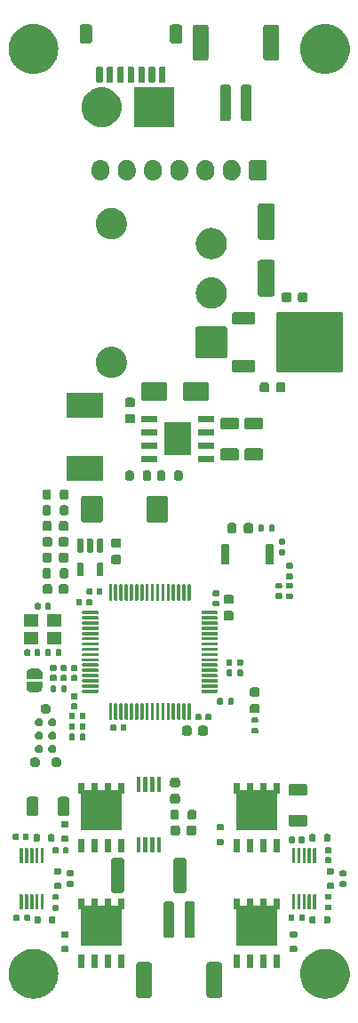
<source format=gbr>
%TF.GenerationSoftware,KiCad,Pcbnew,7.0.6*%
%TF.CreationDate,2024-05-08T12:01:16-04:00*%
%TF.ProjectId,ActiveImpactor_Power,41637469-7665-4496-9d70-6163746f725f,rev?*%
%TF.SameCoordinates,Original*%
%TF.FileFunction,Soldermask,Top*%
%TF.FilePolarity,Negative*%
%FSLAX46Y46*%
G04 Gerber Fmt 4.6, Leading zero omitted, Abs format (unit mm)*
G04 Created by KiCad (PCBNEW 7.0.6) date 2024-05-08 12:01:16*
%MOMM*%
%LPD*%
G01*
G04 APERTURE LIST*
G04 APERTURE END LIST*
G36*
X-13817798Y-41682765D02*
G01*
X-13741381Y-41682765D01*
X-13658984Y-41693173D01*
X-13580500Y-41698318D01*
X-13514773Y-41711391D01*
X-13445477Y-41720146D01*
X-13358518Y-41742473D01*
X-13275805Y-41758926D01*
X-13217950Y-41778564D01*
X-13156612Y-41794314D01*
X-13066792Y-41829876D01*
X-12981627Y-41858786D01*
X-12932153Y-41883183D01*
X-12879305Y-41904108D01*
X-12788545Y-41954003D01*
X-12703000Y-41996190D01*
X-12662107Y-42023513D01*
X-12617956Y-42047786D01*
X-12528365Y-42112876D01*
X-12444692Y-42168786D01*
X-12412229Y-42197254D01*
X-12376666Y-42223093D01*
X-12290501Y-42304006D01*
X-12211121Y-42373621D01*
X-12186628Y-42401549D01*
X-12159257Y-42427253D01*
X-12078865Y-42524430D01*
X-12006286Y-42607192D01*
X-11989007Y-42633050D01*
X-11969149Y-42657056D01*
X-11896923Y-42770864D01*
X-11833690Y-42865500D01*
X-11822621Y-42887945D01*
X-11809340Y-42908873D01*
X-11747654Y-43039962D01*
X-11696286Y-43144127D01*
X-11690194Y-43162071D01*
X-11682353Y-43178736D01*
X-11633509Y-43329059D01*
X-11596426Y-43438305D01*
X-11593919Y-43450905D01*
X-11590191Y-43462381D01*
X-11556357Y-43639743D01*
X-11535818Y-43743000D01*
X-11535377Y-43749722D01*
X-11534306Y-43755339D01*
X-11517470Y-44022940D01*
X-11515500Y-44053000D01*
X-11517470Y-44083062D01*
X-11534306Y-44350660D01*
X-11535377Y-44356275D01*
X-11535818Y-44363000D01*
X-11556361Y-44466279D01*
X-11590191Y-44643618D01*
X-11593919Y-44655091D01*
X-11596426Y-44667695D01*
X-11633517Y-44776962D01*
X-11682353Y-44927263D01*
X-11690193Y-44943924D01*
X-11696286Y-44961873D01*
X-11747664Y-45066058D01*
X-11809340Y-45197126D01*
X-11822618Y-45218049D01*
X-11833690Y-45240500D01*
X-11896935Y-45335153D01*
X-11969149Y-45448943D01*
X-11989004Y-45472944D01*
X-12006286Y-45498808D01*
X-12078880Y-45581586D01*
X-12159257Y-45678746D01*
X-12186623Y-45704444D01*
X-12211121Y-45732379D01*
X-12290517Y-45802007D01*
X-12376666Y-45882906D01*
X-12412222Y-45908739D01*
X-12444692Y-45937214D01*
X-12528383Y-45993134D01*
X-12617956Y-46058213D01*
X-12662099Y-46082481D01*
X-12703000Y-46109810D01*
X-12788563Y-46152005D01*
X-12879305Y-46201891D01*
X-12932142Y-46222811D01*
X-12981627Y-46247214D01*
X-13066809Y-46276129D01*
X-13156612Y-46311685D01*
X-13217938Y-46327431D01*
X-13275805Y-46347074D01*
X-13358536Y-46363530D01*
X-13445477Y-46385853D01*
X-13514762Y-46394605D01*
X-13580500Y-46407682D01*
X-13658989Y-46412826D01*
X-13741381Y-46423235D01*
X-13817798Y-46423235D01*
X-13890500Y-46428000D01*
X-13963202Y-46423235D01*
X-14039619Y-46423235D01*
X-14122009Y-46412826D01*
X-14200500Y-46407682D01*
X-14266238Y-46394605D01*
X-14335522Y-46385853D01*
X-14422459Y-46363531D01*
X-14505195Y-46347074D01*
X-14563064Y-46327429D01*
X-14624387Y-46311685D01*
X-14714183Y-46276132D01*
X-14799373Y-46247214D01*
X-14848861Y-46222809D01*
X-14901694Y-46201891D01*
X-14992427Y-46152010D01*
X-15078000Y-46109810D01*
X-15118905Y-46082477D01*
X-15163043Y-46058213D01*
X-15252604Y-45993142D01*
X-15336308Y-45937214D01*
X-15368781Y-45908735D01*
X-15404333Y-45882906D01*
X-15490467Y-45802020D01*
X-15569879Y-45732379D01*
X-15594381Y-45704439D01*
X-15621742Y-45678746D01*
X-15702102Y-45581606D01*
X-15774714Y-45498808D01*
X-15791999Y-45472937D01*
X-15811850Y-45448943D01*
X-15884044Y-45335183D01*
X-15947310Y-45240500D01*
X-15958384Y-45218042D01*
X-15971659Y-45197126D01*
X-16033313Y-45066103D01*
X-16084714Y-44961873D01*
X-16090809Y-44943917D01*
X-16098646Y-44927263D01*
X-16147459Y-44777031D01*
X-16184574Y-44667695D01*
X-16187082Y-44655083D01*
X-16190808Y-44643618D01*
X-16224613Y-44466402D01*
X-16245182Y-44363000D01*
X-16245623Y-44356267D01*
X-16246693Y-44350660D01*
X-16263503Y-44083464D01*
X-16265500Y-44053000D01*
X-16263506Y-44022581D01*
X-16246693Y-43755339D01*
X-16245623Y-43749730D01*
X-16245182Y-43743000D01*
X-16224618Y-43639620D01*
X-16190808Y-43462381D01*
X-16187082Y-43450913D01*
X-16184574Y-43438305D01*
X-16147466Y-43328991D01*
X-16098646Y-43178736D01*
X-16090807Y-43162079D01*
X-16084714Y-43144127D01*
X-16033323Y-43039917D01*
X-15971659Y-42908873D01*
X-15958382Y-42887952D01*
X-15947310Y-42865500D01*
X-15884056Y-42770835D01*
X-15811850Y-42657056D01*
X-15791996Y-42633056D01*
X-15774714Y-42607192D01*
X-15702116Y-42524410D01*
X-15621742Y-42427253D01*
X-15594376Y-42401554D01*
X-15569879Y-42373621D01*
X-15490483Y-42303993D01*
X-15404333Y-42223093D01*
X-15368775Y-42197258D01*
X-15336308Y-42168786D01*
X-15252621Y-42112868D01*
X-15163043Y-42047786D01*
X-15118896Y-42023516D01*
X-15078000Y-41996190D01*
X-14992444Y-41953998D01*
X-14901694Y-41904108D01*
X-14848850Y-41883185D01*
X-14799373Y-41858786D01*
X-14714200Y-41829873D01*
X-14624387Y-41794314D01*
X-14563052Y-41778565D01*
X-14505195Y-41758926D01*
X-14422476Y-41742472D01*
X-14335522Y-41720146D01*
X-14266227Y-41711392D01*
X-14200500Y-41698318D01*
X-14122014Y-41693173D01*
X-14039619Y-41682765D01*
X-13963202Y-41682765D01*
X-13890500Y-41678000D01*
X-13817798Y-41682765D01*
G37*
G36*
X13963202Y-41682765D02*
G01*
X14039619Y-41682765D01*
X14122014Y-41693173D01*
X14200500Y-41698318D01*
X14266227Y-41711392D01*
X14335522Y-41720146D01*
X14422476Y-41742472D01*
X14505195Y-41758926D01*
X14563052Y-41778565D01*
X14624387Y-41794314D01*
X14714200Y-41829873D01*
X14799373Y-41858786D01*
X14848850Y-41883185D01*
X14901694Y-41904108D01*
X14992444Y-41953998D01*
X15078000Y-41996190D01*
X15118896Y-42023516D01*
X15163043Y-42047786D01*
X15252621Y-42112868D01*
X15336308Y-42168786D01*
X15368775Y-42197258D01*
X15404333Y-42223093D01*
X15490483Y-42303993D01*
X15569879Y-42373621D01*
X15594376Y-42401554D01*
X15621742Y-42427253D01*
X15702116Y-42524410D01*
X15774714Y-42607192D01*
X15791996Y-42633056D01*
X15811850Y-42657056D01*
X15884056Y-42770835D01*
X15947310Y-42865500D01*
X15958382Y-42887952D01*
X15971659Y-42908873D01*
X16033323Y-43039917D01*
X16084714Y-43144127D01*
X16090807Y-43162079D01*
X16098646Y-43178736D01*
X16147466Y-43328991D01*
X16184574Y-43438305D01*
X16187082Y-43450913D01*
X16190808Y-43462381D01*
X16224618Y-43639620D01*
X16245182Y-43743000D01*
X16245623Y-43749730D01*
X16246693Y-43755339D01*
X16263506Y-44022581D01*
X16265500Y-44053000D01*
X16263503Y-44083464D01*
X16246693Y-44350660D01*
X16245623Y-44356267D01*
X16245182Y-44363000D01*
X16224613Y-44466402D01*
X16190808Y-44643618D01*
X16187082Y-44655083D01*
X16184574Y-44667695D01*
X16147459Y-44777031D01*
X16098646Y-44927263D01*
X16090809Y-44943917D01*
X16084714Y-44961873D01*
X16033313Y-45066103D01*
X15971659Y-45197126D01*
X15958384Y-45218042D01*
X15947310Y-45240500D01*
X15884044Y-45335183D01*
X15811850Y-45448943D01*
X15791999Y-45472937D01*
X15774714Y-45498808D01*
X15702102Y-45581606D01*
X15621742Y-45678746D01*
X15594381Y-45704439D01*
X15569879Y-45732379D01*
X15490467Y-45802020D01*
X15404333Y-45882906D01*
X15368781Y-45908735D01*
X15336308Y-45937214D01*
X15252604Y-45993142D01*
X15163043Y-46058213D01*
X15118905Y-46082477D01*
X15078000Y-46109810D01*
X14992427Y-46152010D01*
X14901694Y-46201891D01*
X14848861Y-46222809D01*
X14799373Y-46247214D01*
X14714183Y-46276132D01*
X14624387Y-46311685D01*
X14563064Y-46327429D01*
X14505195Y-46347074D01*
X14422459Y-46363531D01*
X14335522Y-46385853D01*
X14266238Y-46394605D01*
X14200500Y-46407682D01*
X14122009Y-46412826D01*
X14039619Y-46423235D01*
X13963202Y-46423235D01*
X13890500Y-46428000D01*
X13817798Y-46423235D01*
X13741381Y-46423235D01*
X13658989Y-46412826D01*
X13580500Y-46407682D01*
X13514762Y-46394605D01*
X13445477Y-46385853D01*
X13358536Y-46363530D01*
X13275805Y-46347074D01*
X13217938Y-46327431D01*
X13156612Y-46311685D01*
X13066809Y-46276129D01*
X12981627Y-46247214D01*
X12932142Y-46222811D01*
X12879305Y-46201891D01*
X12788563Y-46152005D01*
X12703000Y-46109810D01*
X12662099Y-46082481D01*
X12617956Y-46058213D01*
X12528383Y-45993134D01*
X12444692Y-45937214D01*
X12412222Y-45908739D01*
X12376666Y-45882906D01*
X12290517Y-45802007D01*
X12211121Y-45732379D01*
X12186623Y-45704444D01*
X12159257Y-45678746D01*
X12078880Y-45581586D01*
X12006286Y-45498808D01*
X11989004Y-45472944D01*
X11969149Y-45448943D01*
X11896935Y-45335153D01*
X11833690Y-45240500D01*
X11822618Y-45218049D01*
X11809340Y-45197126D01*
X11747664Y-45066058D01*
X11696286Y-44961873D01*
X11690193Y-44943924D01*
X11682353Y-44927263D01*
X11633517Y-44776962D01*
X11596426Y-44667695D01*
X11593919Y-44655091D01*
X11590191Y-44643618D01*
X11556361Y-44466279D01*
X11535818Y-44363000D01*
X11535377Y-44356275D01*
X11534306Y-44350660D01*
X11517470Y-44083062D01*
X11515500Y-44053000D01*
X11517470Y-44022940D01*
X11534306Y-43755339D01*
X11535377Y-43749722D01*
X11535818Y-43743000D01*
X11556357Y-43639743D01*
X11590191Y-43462381D01*
X11593919Y-43450905D01*
X11596426Y-43438305D01*
X11633509Y-43329059D01*
X11682353Y-43178736D01*
X11690194Y-43162071D01*
X11696286Y-43144127D01*
X11747654Y-43039962D01*
X11809340Y-42908873D01*
X11822621Y-42887945D01*
X11833690Y-42865500D01*
X11896923Y-42770864D01*
X11969149Y-42657056D01*
X11989007Y-42633050D01*
X12006286Y-42607192D01*
X12078865Y-42524430D01*
X12159257Y-42427253D01*
X12186628Y-42401549D01*
X12211121Y-42373621D01*
X12290501Y-42304006D01*
X12376666Y-42223093D01*
X12412229Y-42197254D01*
X12444692Y-42168786D01*
X12528365Y-42112876D01*
X12617956Y-42047786D01*
X12662107Y-42023513D01*
X12703000Y-41996190D01*
X12788545Y-41954003D01*
X12879305Y-41904108D01*
X12932153Y-41883183D01*
X12981627Y-41858786D01*
X13066792Y-41829876D01*
X13156612Y-41794314D01*
X13217950Y-41778564D01*
X13275805Y-41758926D01*
X13358518Y-41742473D01*
X13445477Y-41720146D01*
X13514773Y-41711391D01*
X13580500Y-41698318D01*
X13658984Y-41693173D01*
X13741381Y-41682765D01*
X13817798Y-41682765D01*
X13890500Y-41678000D01*
X13963202Y-41682765D01*
G37*
G36*
X-2846770Y-42950642D02*
G01*
X-2794226Y-42956738D01*
X-2776272Y-42964665D01*
X-2754330Y-42969030D01*
X-2730839Y-42984725D01*
X-2709109Y-42994321D01*
X-2694265Y-43009164D01*
X-2673224Y-43023224D01*
X-2659164Y-43044265D01*
X-2644321Y-43059109D01*
X-2634725Y-43080839D01*
X-2619030Y-43104330D01*
X-2614665Y-43126270D01*
X-2606738Y-43144226D01*
X-2600640Y-43196785D01*
X-2600001Y-43200002D01*
X-2600000Y-43202300D01*
X-2600000Y-43202309D01*
X-2600000Y-44667695D01*
X-2600000Y-46099999D01*
X-2600642Y-46103229D01*
X-2606738Y-46155773D01*
X-2614665Y-46173726D01*
X-2619030Y-46195670D01*
X-2634727Y-46219162D01*
X-2644321Y-46240890D01*
X-2659161Y-46255730D01*
X-2673224Y-46276776D01*
X-2694269Y-46290838D01*
X-2709109Y-46305678D01*
X-2730835Y-46315271D01*
X-2754330Y-46330970D01*
X-2776275Y-46335334D01*
X-2794226Y-46343261D01*
X-2846783Y-46349358D01*
X-2850002Y-46349999D01*
X-2852301Y-46349999D01*
X-2852310Y-46350000D01*
X-3847690Y-46350000D01*
X-3847690Y-46349999D01*
X-3849999Y-46350000D01*
X-3853231Y-46349357D01*
X-3905773Y-46343261D01*
X-3923722Y-46335335D01*
X-3945670Y-46330970D01*
X-3969166Y-46315269D01*
X-3990890Y-46305678D01*
X-4005727Y-46290840D01*
X-4026776Y-46276776D01*
X-4040840Y-46255727D01*
X-4055678Y-46240890D01*
X-4065269Y-46219166D01*
X-4080970Y-46195670D01*
X-4085335Y-46173723D01*
X-4093261Y-46155773D01*
X-4099358Y-46103217D01*
X-4099999Y-46099998D01*
X-4099999Y-46097698D01*
X-4100000Y-46097690D01*
X-4100000Y-43202309D01*
X-4099999Y-43202308D01*
X-4100000Y-43200001D01*
X-4099357Y-43196770D01*
X-4093261Y-43144226D01*
X-4085335Y-43126276D01*
X-4080970Y-43104330D01*
X-4065271Y-43080835D01*
X-4055678Y-43059109D01*
X-4040838Y-43044269D01*
X-4026776Y-43023224D01*
X-4005730Y-43009161D01*
X-3990890Y-42994321D01*
X-3969162Y-42984727D01*
X-3945670Y-42969030D01*
X-3923727Y-42964665D01*
X-3905773Y-42956738D01*
X-3853215Y-42950641D01*
X-3849998Y-42950001D01*
X-3847698Y-42950000D01*
X-3847690Y-42950000D01*
X-2852310Y-42950000D01*
X-2852309Y-42950000D01*
X-2850001Y-42950000D01*
X-2846770Y-42950642D01*
G37*
G36*
X3853229Y-42950642D02*
G01*
X3905773Y-42956738D01*
X3923726Y-42964665D01*
X3945670Y-42969030D01*
X3969162Y-42984727D01*
X3990890Y-42994321D01*
X4005730Y-43009161D01*
X4026776Y-43023224D01*
X4040838Y-43044269D01*
X4055678Y-43059109D01*
X4065271Y-43080835D01*
X4080970Y-43104330D01*
X4085334Y-43126275D01*
X4093261Y-43144226D01*
X4099359Y-43196784D01*
X4099999Y-43200002D01*
X4099999Y-43202300D01*
X4100000Y-43202309D01*
X4100000Y-44667695D01*
X4100000Y-46099999D01*
X4099357Y-46103231D01*
X4093261Y-46155773D01*
X4085335Y-46173722D01*
X4080970Y-46195670D01*
X4065269Y-46219166D01*
X4055678Y-46240890D01*
X4040840Y-46255727D01*
X4026776Y-46276776D01*
X4005727Y-46290840D01*
X3990890Y-46305678D01*
X3969166Y-46315269D01*
X3945670Y-46330970D01*
X3923723Y-46335335D01*
X3905773Y-46343261D01*
X3853217Y-46349358D01*
X3849998Y-46349999D01*
X3847698Y-46349999D01*
X3847690Y-46350000D01*
X2852310Y-46350000D01*
X2852309Y-46349999D01*
X2850001Y-46350000D01*
X2846769Y-46349357D01*
X2794226Y-46343261D01*
X2776276Y-46335335D01*
X2754330Y-46330970D01*
X2730835Y-46315271D01*
X2709109Y-46305678D01*
X2694269Y-46290838D01*
X2673224Y-46276776D01*
X2659161Y-46255730D01*
X2644321Y-46240890D01*
X2634727Y-46219162D01*
X2619030Y-46195670D01*
X2614665Y-46173727D01*
X2606738Y-46155773D01*
X2600641Y-46103215D01*
X2600001Y-46099998D01*
X2600000Y-46097698D01*
X2600000Y-46097690D01*
X2600000Y-43202309D01*
X2600000Y-43202308D01*
X2600000Y-43200001D01*
X2600642Y-43196771D01*
X2606738Y-43144226D01*
X2614665Y-43126272D01*
X2619030Y-43104330D01*
X2634725Y-43080839D01*
X2644321Y-43059109D01*
X2659164Y-43044265D01*
X2673224Y-43023224D01*
X2694265Y-43009164D01*
X2709109Y-42994321D01*
X2730839Y-42984725D01*
X2754330Y-42969030D01*
X2776270Y-42964665D01*
X2794226Y-42956738D01*
X2846784Y-42950641D01*
X2850002Y-42950001D01*
X2852301Y-42950000D01*
X2852310Y-42950000D01*
X3847690Y-42950000D01*
X3849999Y-42950000D01*
X3853229Y-42950642D01*
G37*
G36*
X-9000000Y-43505000D02*
G01*
X-9610000Y-43505000D01*
X-9610000Y-42235000D01*
X-9000000Y-42235000D01*
X-9000000Y-43505000D01*
G37*
G36*
X-7730000Y-43505000D02*
G01*
X-8340000Y-43505000D01*
X-8340000Y-42235000D01*
X-7730000Y-42235000D01*
X-7730000Y-43505000D01*
G37*
G36*
X-6460000Y-43505000D02*
G01*
X-7070000Y-43505000D01*
X-7070000Y-42235000D01*
X-6460000Y-42235000D01*
X-6460000Y-43505000D01*
G37*
G36*
X-5190000Y-43505000D02*
G01*
X-5800000Y-43505000D01*
X-5800000Y-42235000D01*
X-5190000Y-42235000D01*
X-5190000Y-43505000D01*
G37*
G36*
X5800000Y-43505000D02*
G01*
X5190000Y-43505000D01*
X5190000Y-42235000D01*
X5800000Y-42235000D01*
X5800000Y-43505000D01*
G37*
G36*
X7070000Y-43505000D02*
G01*
X6460000Y-43505000D01*
X6460000Y-42235000D01*
X7070000Y-42235000D01*
X7070000Y-43505000D01*
G37*
G36*
X8340000Y-43505000D02*
G01*
X7730000Y-43505000D01*
X7730000Y-42235000D01*
X8340000Y-42235000D01*
X8340000Y-43505000D01*
G37*
G36*
X9610000Y-43505000D02*
G01*
X9000000Y-43505000D01*
X9000000Y-42235000D01*
X9610000Y-42235000D01*
X9610000Y-43505000D01*
G37*
G36*
X-10642597Y-41411418D02*
G01*
X-10593934Y-41443934D01*
X-10561418Y-41492597D01*
X-10550000Y-41550000D01*
X-10550000Y-41850000D01*
X-10561418Y-41907403D01*
X-10593934Y-41956066D01*
X-10642597Y-41988582D01*
X-10700000Y-42000000D01*
X-11100000Y-42000000D01*
X-11157403Y-41988582D01*
X-11206066Y-41956066D01*
X-11238582Y-41907403D01*
X-11250000Y-41850000D01*
X-11250000Y-41550000D01*
X-11238582Y-41492597D01*
X-11206066Y-41443934D01*
X-11157403Y-41411418D01*
X-11100000Y-41400000D01*
X-10700000Y-41400000D01*
X-10642597Y-41411418D01*
G37*
G36*
X11157403Y-41411418D02*
G01*
X11206066Y-41443934D01*
X11238582Y-41492597D01*
X11250000Y-41550000D01*
X11250000Y-41850000D01*
X11238582Y-41907403D01*
X11206066Y-41956066D01*
X11157403Y-41988582D01*
X11100000Y-42000000D01*
X10700000Y-42000000D01*
X10642597Y-41988582D01*
X10593934Y-41956066D01*
X10561418Y-41907403D01*
X10550000Y-41850000D01*
X10550000Y-41550000D01*
X10561418Y-41492597D01*
X10593934Y-41443934D01*
X10642597Y-41411418D01*
X10700000Y-41400000D01*
X11100000Y-41400000D01*
X11157403Y-41411418D01*
G37*
G36*
X-9000000Y-36898938D02*
G01*
X-9000000Y-36898939D01*
X-9000000Y-37581569D01*
X-8976569Y-37605000D01*
X-8363430Y-37605000D01*
X-8340000Y-37581570D01*
X-8340000Y-36895000D01*
X-7730000Y-36895000D01*
X-7730000Y-36898938D01*
X-7730000Y-36898939D01*
X-7730000Y-37581569D01*
X-7706569Y-37605000D01*
X-7093430Y-37605000D01*
X-7070000Y-37581570D01*
X-7070000Y-36895000D01*
X-6460000Y-36895000D01*
X-6460000Y-36898938D01*
X-6460000Y-36898939D01*
X-6460000Y-37581569D01*
X-6436569Y-37605000D01*
X-5823430Y-37605000D01*
X-5800000Y-37581570D01*
X-5800000Y-36895000D01*
X-5190000Y-36895000D01*
X-5190000Y-37915000D01*
X-5421570Y-37915000D01*
X-5445000Y-37938430D01*
X-5445000Y-41415000D01*
X-9355000Y-41415000D01*
X-9355000Y-37938429D01*
X-9378429Y-37915000D01*
X-9610000Y-37915000D01*
X-9610000Y-36895000D01*
X-9000000Y-36895000D01*
X-9000000Y-36898938D01*
G37*
G36*
X5800000Y-37581570D02*
G01*
X5823430Y-37605000D01*
X6436569Y-37605000D01*
X6460000Y-37581569D01*
X6460000Y-36898938D01*
X6460000Y-36895000D01*
X7070000Y-36895000D01*
X7070000Y-37581570D01*
X7093430Y-37605000D01*
X7706569Y-37605000D01*
X7730000Y-37581569D01*
X7730000Y-36898938D01*
X7730000Y-36895000D01*
X8340000Y-36895000D01*
X8340000Y-37581570D01*
X8363430Y-37605000D01*
X8976569Y-37605000D01*
X9000000Y-37581569D01*
X9000000Y-36898938D01*
X9000000Y-36895000D01*
X9610000Y-36895000D01*
X9610000Y-37915000D01*
X9378429Y-37915000D01*
X9355000Y-37938429D01*
X9355000Y-41415000D01*
X5445000Y-41415000D01*
X5445000Y-37938430D01*
X5421570Y-37915000D01*
X5190000Y-37915000D01*
X5190000Y-36895000D01*
X5800000Y-36895000D01*
X5800000Y-37581570D01*
G37*
G36*
X-746770Y-37150642D02*
G01*
X-694227Y-37156738D01*
X-676274Y-37164664D01*
X-654329Y-37169030D01*
X-630835Y-37184728D01*
X-609109Y-37194321D01*
X-594270Y-37209159D01*
X-573223Y-37223223D01*
X-559159Y-37244270D01*
X-544321Y-37259109D01*
X-534727Y-37280835D01*
X-519030Y-37304329D01*
X-514665Y-37326273D01*
X-506739Y-37344224D01*
X-500644Y-37396759D01*
X-500000Y-37400000D01*
X-500000Y-40400000D01*
X-500642Y-40403231D01*
X-506738Y-40455772D01*
X-514664Y-40473723D01*
X-519030Y-40495671D01*
X-534729Y-40519166D01*
X-544321Y-40540890D01*
X-559157Y-40555726D01*
X-573223Y-40576777D01*
X-594273Y-40590842D01*
X-609109Y-40605678D01*
X-630830Y-40615269D01*
X-654329Y-40630970D01*
X-676277Y-40635335D01*
X-694224Y-40643260D01*
X-746747Y-40649352D01*
X-750000Y-40650000D01*
X-1250000Y-40650000D01*
X-1253243Y-40649354D01*
X-1305772Y-40643261D01*
X-1323719Y-40635336D01*
X-1345671Y-40630970D01*
X-1369171Y-40615267D01*
X-1390890Y-40605678D01*
X-1405723Y-40590844D01*
X-1426777Y-40576777D01*
X-1440844Y-40555723D01*
X-1455678Y-40540890D01*
X-1465267Y-40519170D01*
X-1480970Y-40495671D01*
X-1485336Y-40473720D01*
X-1493260Y-40455775D01*
X-1499352Y-40403254D01*
X-1500000Y-40400000D01*
X-1500000Y-37400000D01*
X-1499355Y-37396758D01*
X-1493261Y-37344227D01*
X-1485335Y-37326278D01*
X-1480970Y-37304329D01*
X-1465268Y-37280830D01*
X-1455678Y-37259109D01*
X-1440842Y-37244273D01*
X-1426777Y-37223223D01*
X-1405726Y-37209157D01*
X-1390890Y-37194321D01*
X-1369166Y-37184729D01*
X-1345671Y-37169030D01*
X-1323724Y-37164664D01*
X-1305775Y-37156739D01*
X-1253242Y-37150644D01*
X-1250000Y-37150000D01*
X-750000Y-37150000D01*
X-746770Y-37150642D01*
G37*
G36*
X1253231Y-37150642D02*
G01*
X1305772Y-37156738D01*
X1323723Y-37164664D01*
X1345671Y-37169030D01*
X1369166Y-37184729D01*
X1390890Y-37194321D01*
X1405726Y-37209157D01*
X1426777Y-37223223D01*
X1440842Y-37244273D01*
X1455678Y-37259109D01*
X1465269Y-37280830D01*
X1480970Y-37304329D01*
X1485335Y-37326277D01*
X1493260Y-37344224D01*
X1499352Y-37396747D01*
X1500000Y-37400000D01*
X1500000Y-40400000D01*
X1499354Y-40403243D01*
X1493261Y-40455772D01*
X1485336Y-40473719D01*
X1480970Y-40495671D01*
X1465267Y-40519171D01*
X1455678Y-40540890D01*
X1440844Y-40555723D01*
X1426777Y-40576777D01*
X1405723Y-40590844D01*
X1390890Y-40605678D01*
X1369170Y-40615267D01*
X1345671Y-40630970D01*
X1323720Y-40635336D01*
X1305775Y-40643260D01*
X1253254Y-40649352D01*
X1250000Y-40650000D01*
X750000Y-40650000D01*
X746758Y-40649355D01*
X694227Y-40643261D01*
X676278Y-40635335D01*
X654329Y-40630970D01*
X630830Y-40615268D01*
X609109Y-40605678D01*
X594273Y-40590842D01*
X573223Y-40576777D01*
X559157Y-40555726D01*
X544321Y-40540890D01*
X534729Y-40519166D01*
X519030Y-40495671D01*
X514664Y-40473724D01*
X506739Y-40455775D01*
X500644Y-40403242D01*
X500000Y-40400000D01*
X500000Y-37400000D01*
X500642Y-37396770D01*
X506738Y-37344227D01*
X514664Y-37326274D01*
X519030Y-37304329D01*
X534728Y-37280835D01*
X544321Y-37259109D01*
X559159Y-37244270D01*
X573223Y-37223223D01*
X594270Y-37209159D01*
X609109Y-37194321D01*
X630835Y-37184727D01*
X654329Y-37169030D01*
X676273Y-37164665D01*
X694224Y-37156739D01*
X746759Y-37150644D01*
X750000Y-37150000D01*
X1250000Y-37150000D01*
X1253231Y-37150642D01*
G37*
G36*
X-10642597Y-40011418D02*
G01*
X-10593934Y-40043934D01*
X-10561418Y-40092597D01*
X-10550000Y-40150000D01*
X-10550000Y-40450000D01*
X-10561418Y-40507403D01*
X-10593934Y-40556066D01*
X-10642597Y-40588582D01*
X-10700000Y-40600000D01*
X-11100000Y-40600000D01*
X-11157403Y-40588582D01*
X-11206066Y-40556066D01*
X-11238582Y-40507403D01*
X-11250000Y-40450000D01*
X-11250000Y-40150000D01*
X-11238582Y-40092597D01*
X-11206066Y-40043934D01*
X-11157403Y-40011418D01*
X-11100000Y-40000000D01*
X-10700000Y-40000000D01*
X-10642597Y-40011418D01*
G37*
G36*
X11157403Y-40011418D02*
G01*
X11206066Y-40043934D01*
X11238582Y-40092597D01*
X11250000Y-40150000D01*
X11250000Y-40450000D01*
X11238582Y-40507403D01*
X11206066Y-40556066D01*
X11157403Y-40588582D01*
X11100000Y-40600000D01*
X10700000Y-40600000D01*
X10642597Y-40588582D01*
X10593934Y-40556066D01*
X10561418Y-40507403D01*
X10550000Y-40450000D01*
X10550000Y-40150000D01*
X10561418Y-40092597D01*
X10593934Y-40043934D01*
X10642597Y-40011418D01*
X10700000Y-40000000D01*
X11100000Y-40000000D01*
X11157403Y-40011418D01*
G37*
G36*
X-13292597Y-38561418D02*
G01*
X-13243934Y-38593934D01*
X-13211418Y-38642597D01*
X-13200000Y-38700000D01*
X-13200000Y-39100000D01*
X-13211418Y-39157403D01*
X-13243934Y-39206066D01*
X-13292597Y-39238582D01*
X-13350000Y-39250000D01*
X-13650000Y-39250000D01*
X-13707403Y-39238582D01*
X-13756066Y-39206066D01*
X-13788582Y-39157403D01*
X-13800000Y-39100000D01*
X-13800000Y-38700000D01*
X-13788582Y-38642597D01*
X-13756066Y-38593934D01*
X-13707403Y-38561418D01*
X-13650000Y-38550000D01*
X-13350000Y-38550000D01*
X-13292597Y-38561418D01*
G37*
G36*
X-11892597Y-38561418D02*
G01*
X-11843934Y-38593934D01*
X-11811418Y-38642597D01*
X-11800000Y-38700000D01*
X-11800000Y-39100000D01*
X-11811418Y-39157403D01*
X-11843934Y-39206066D01*
X-11892597Y-39238582D01*
X-11950000Y-39250000D01*
X-12250000Y-39250000D01*
X-12307403Y-39238582D01*
X-12356066Y-39206066D01*
X-12388582Y-39157403D01*
X-12400000Y-39100000D01*
X-12400000Y-38700000D01*
X-12388582Y-38642597D01*
X-12356066Y-38593934D01*
X-12307403Y-38561418D01*
X-12250000Y-38550000D01*
X-11950000Y-38550000D01*
X-11892597Y-38561418D01*
G37*
G36*
X12907403Y-38561418D02*
G01*
X12956066Y-38593934D01*
X12988582Y-38642597D01*
X13000000Y-38700000D01*
X13000000Y-39100000D01*
X12988582Y-39157403D01*
X12956066Y-39206066D01*
X12907403Y-39238582D01*
X12850000Y-39250000D01*
X12550000Y-39250000D01*
X12492597Y-39238582D01*
X12443934Y-39206066D01*
X12411418Y-39157403D01*
X12400000Y-39100000D01*
X12400000Y-38700000D01*
X12411418Y-38642597D01*
X12443934Y-38593934D01*
X12492597Y-38561418D01*
X12550000Y-38550000D01*
X12850000Y-38550000D01*
X12907403Y-38561418D01*
G37*
G36*
X14307403Y-38561418D02*
G01*
X14356066Y-38593934D01*
X14388582Y-38642597D01*
X14400000Y-38700000D01*
X14400000Y-39100000D01*
X14388582Y-39157403D01*
X14356066Y-39206066D01*
X14307403Y-39238582D01*
X14250000Y-39250000D01*
X13950000Y-39250000D01*
X13892597Y-39238582D01*
X13843934Y-39206066D01*
X13811418Y-39157403D01*
X13800000Y-39100000D01*
X13800000Y-38700000D01*
X13811418Y-38642597D01*
X13843934Y-38593934D01*
X13892597Y-38561418D01*
X13950000Y-38550000D01*
X14250000Y-38550000D01*
X14307403Y-38561418D01*
G37*
G36*
X-15323338Y-38390276D02*
G01*
X-15279541Y-38419541D01*
X-15250276Y-38463338D01*
X-15240000Y-38515000D01*
X-15240000Y-38885000D01*
X-15250276Y-38936662D01*
X-15279541Y-38980459D01*
X-15323338Y-39009724D01*
X-15375000Y-39020000D01*
X-15645000Y-39020000D01*
X-15696662Y-39009724D01*
X-15740459Y-38980459D01*
X-15769724Y-38936662D01*
X-15780000Y-38885000D01*
X-15780000Y-38515000D01*
X-15769724Y-38463338D01*
X-15740459Y-38419541D01*
X-15696662Y-38390276D01*
X-15645000Y-38380000D01*
X-15375000Y-38380000D01*
X-15323338Y-38390276D01*
G37*
G36*
X-14303338Y-38390276D02*
G01*
X-14259541Y-38419541D01*
X-14230276Y-38463338D01*
X-14220000Y-38515000D01*
X-14220000Y-38885000D01*
X-14230276Y-38936662D01*
X-14259541Y-38980459D01*
X-14303338Y-39009724D01*
X-14355000Y-39020000D01*
X-14625000Y-39020000D01*
X-14676662Y-39009724D01*
X-14720459Y-38980459D01*
X-14749724Y-38936662D01*
X-14760000Y-38885000D01*
X-14760000Y-38515000D01*
X-14749724Y-38463338D01*
X-14720459Y-38419541D01*
X-14676662Y-38390276D01*
X-14625000Y-38380000D01*
X-14355000Y-38380000D01*
X-14303338Y-38390276D01*
G37*
G36*
X10876662Y-38390276D02*
G01*
X10920459Y-38419541D01*
X10949724Y-38463338D01*
X10960000Y-38515000D01*
X10960000Y-38885000D01*
X10949724Y-38936662D01*
X10920459Y-38980459D01*
X10876662Y-39009724D01*
X10825000Y-39020000D01*
X10555000Y-39020000D01*
X10503338Y-39009724D01*
X10459541Y-38980459D01*
X10430276Y-38936662D01*
X10420000Y-38885000D01*
X10420000Y-38515000D01*
X10430276Y-38463338D01*
X10459541Y-38419541D01*
X10503338Y-38390276D01*
X10555000Y-38380000D01*
X10825000Y-38380000D01*
X10876662Y-38390276D01*
G37*
G36*
X11896662Y-38390276D02*
G01*
X11940459Y-38419541D01*
X11969724Y-38463338D01*
X11980000Y-38515000D01*
X11980000Y-38885000D01*
X11969724Y-38936662D01*
X11940459Y-38980459D01*
X11896662Y-39009724D01*
X11845000Y-39020000D01*
X11575000Y-39020000D01*
X11523338Y-39009724D01*
X11479541Y-38980459D01*
X11450276Y-38936662D01*
X11440000Y-38885000D01*
X11440000Y-38515000D01*
X11450276Y-38463338D01*
X11479541Y-38419541D01*
X11523338Y-38390276D01*
X11575000Y-38380000D01*
X11845000Y-38380000D01*
X11896662Y-38390276D01*
G37*
G36*
X-11563338Y-37510276D02*
G01*
X-11519541Y-37539541D01*
X-11490276Y-37583338D01*
X-11480000Y-37635000D01*
X-11480000Y-37905000D01*
X-11490276Y-37956662D01*
X-11519541Y-38000459D01*
X-11563338Y-38029724D01*
X-11615000Y-38040000D01*
X-11985000Y-38040000D01*
X-12036662Y-38029724D01*
X-12080459Y-38000459D01*
X-12109724Y-37956662D01*
X-12120000Y-37905000D01*
X-12120000Y-37635000D01*
X-12109724Y-37583338D01*
X-12080459Y-37539541D01*
X-12036662Y-37510276D01*
X-11985000Y-37500000D01*
X-11615000Y-37500000D01*
X-11563338Y-37510276D01*
G37*
G36*
X14436662Y-37500276D02*
G01*
X14480459Y-37529541D01*
X14509724Y-37573338D01*
X14520000Y-37625000D01*
X14520000Y-37895000D01*
X14509724Y-37946662D01*
X14480459Y-37990459D01*
X14436662Y-38019724D01*
X14385000Y-38030000D01*
X14015000Y-38030000D01*
X13963338Y-38019724D01*
X13919541Y-37990459D01*
X13890276Y-37946662D01*
X13880000Y-37895000D01*
X13880000Y-37625000D01*
X13890276Y-37573338D01*
X13919541Y-37529541D01*
X13963338Y-37500276D01*
X14015000Y-37490000D01*
X14385000Y-37490000D01*
X14436662Y-37500276D01*
G37*
G36*
X-14946299Y-36480709D02*
G01*
X-14921967Y-36496967D01*
X-14905709Y-36521299D01*
X-14900000Y-36550000D01*
X-14900000Y-37850000D01*
X-14905709Y-37878701D01*
X-14921967Y-37903033D01*
X-14946299Y-37919291D01*
X-14975000Y-37925000D01*
X-15125000Y-37925000D01*
X-15153701Y-37919291D01*
X-15178033Y-37903033D01*
X-15194291Y-37878701D01*
X-15200000Y-37850000D01*
X-15200000Y-36550000D01*
X-15194291Y-36521299D01*
X-15178033Y-36496967D01*
X-15153701Y-36480709D01*
X-15125000Y-36475000D01*
X-14975000Y-36475000D01*
X-14946299Y-36480709D01*
G37*
G36*
X-14446299Y-36480709D02*
G01*
X-14421967Y-36496967D01*
X-14405709Y-36521299D01*
X-14400000Y-36550000D01*
X-14400000Y-37850000D01*
X-14405709Y-37878701D01*
X-14421967Y-37903033D01*
X-14446299Y-37919291D01*
X-14475000Y-37925000D01*
X-14625000Y-37925000D01*
X-14653701Y-37919291D01*
X-14678033Y-37903033D01*
X-14694291Y-37878701D01*
X-14700000Y-37850000D01*
X-14700000Y-36550000D01*
X-14694291Y-36521299D01*
X-14678033Y-36496967D01*
X-14653701Y-36480709D01*
X-14625000Y-36475000D01*
X-14475000Y-36475000D01*
X-14446299Y-36480709D01*
G37*
G36*
X-13946299Y-36480709D02*
G01*
X-13921967Y-36496967D01*
X-13905709Y-36521299D01*
X-13900000Y-36550000D01*
X-13900000Y-37850000D01*
X-13905709Y-37878701D01*
X-13921967Y-37903033D01*
X-13946299Y-37919291D01*
X-13975000Y-37925000D01*
X-14125000Y-37925000D01*
X-14153701Y-37919291D01*
X-14178033Y-37903033D01*
X-14194291Y-37878701D01*
X-14200000Y-37850000D01*
X-14200000Y-36550000D01*
X-14194291Y-36521299D01*
X-14178033Y-36496967D01*
X-14153701Y-36480709D01*
X-14125000Y-36475000D01*
X-13975000Y-36475000D01*
X-13946299Y-36480709D01*
G37*
G36*
X-13446299Y-36480709D02*
G01*
X-13421967Y-36496967D01*
X-13405709Y-36521299D01*
X-13400000Y-36550000D01*
X-13400000Y-37850000D01*
X-13405709Y-37878701D01*
X-13421967Y-37903033D01*
X-13446299Y-37919291D01*
X-13475000Y-37925000D01*
X-13625000Y-37925000D01*
X-13653701Y-37919291D01*
X-13678033Y-37903033D01*
X-13694291Y-37878701D01*
X-13700000Y-37850000D01*
X-13700000Y-36550000D01*
X-13694291Y-36521299D01*
X-13678033Y-36496967D01*
X-13653701Y-36480709D01*
X-13625000Y-36475000D01*
X-13475000Y-36475000D01*
X-13446299Y-36480709D01*
G37*
G36*
X-12946299Y-36480709D02*
G01*
X-12921967Y-36496967D01*
X-12905709Y-36521299D01*
X-12900000Y-36550000D01*
X-12900000Y-37850000D01*
X-12905709Y-37878701D01*
X-12921967Y-37903033D01*
X-12946299Y-37919291D01*
X-12975000Y-37925000D01*
X-13125000Y-37925000D01*
X-13153701Y-37919291D01*
X-13178033Y-37903033D01*
X-13194291Y-37878701D01*
X-13200000Y-37850000D01*
X-13200000Y-36550000D01*
X-13194291Y-36521299D01*
X-13178033Y-36496967D01*
X-13153701Y-36480709D01*
X-13125000Y-36475000D01*
X-12975000Y-36475000D01*
X-12946299Y-36480709D01*
G37*
G36*
X11003701Y-36480709D02*
G01*
X11028033Y-36496967D01*
X11044291Y-36521299D01*
X11050000Y-36550000D01*
X11050000Y-37850000D01*
X11044291Y-37878701D01*
X11028033Y-37903033D01*
X11003701Y-37919291D01*
X10975000Y-37925000D01*
X10825000Y-37925000D01*
X10796299Y-37919291D01*
X10771967Y-37903033D01*
X10755709Y-37878701D01*
X10750000Y-37850000D01*
X10750000Y-36550000D01*
X10755709Y-36521299D01*
X10771967Y-36496967D01*
X10796299Y-36480709D01*
X10825000Y-36475000D01*
X10975000Y-36475000D01*
X11003701Y-36480709D01*
G37*
G36*
X11503701Y-36480709D02*
G01*
X11528033Y-36496967D01*
X11544291Y-36521299D01*
X11550000Y-36550000D01*
X11550000Y-37850000D01*
X11544291Y-37878701D01*
X11528033Y-37903033D01*
X11503701Y-37919291D01*
X11475000Y-37925000D01*
X11325000Y-37925000D01*
X11296299Y-37919291D01*
X11271967Y-37903033D01*
X11255709Y-37878701D01*
X11250000Y-37850000D01*
X11250000Y-36550000D01*
X11255709Y-36521299D01*
X11271967Y-36496967D01*
X11296299Y-36480709D01*
X11325000Y-36475000D01*
X11475000Y-36475000D01*
X11503701Y-36480709D01*
G37*
G36*
X12003701Y-36480709D02*
G01*
X12028033Y-36496967D01*
X12044291Y-36521299D01*
X12050000Y-36550000D01*
X12050000Y-37850000D01*
X12044291Y-37878701D01*
X12028033Y-37903033D01*
X12003701Y-37919291D01*
X11975000Y-37925000D01*
X11825000Y-37925000D01*
X11796299Y-37919291D01*
X11771967Y-37903033D01*
X11755709Y-37878701D01*
X11750000Y-37850000D01*
X11750000Y-36550000D01*
X11755709Y-36521299D01*
X11771967Y-36496967D01*
X11796299Y-36480709D01*
X11825000Y-36475000D01*
X11975000Y-36475000D01*
X12003701Y-36480709D01*
G37*
G36*
X12503701Y-36480709D02*
G01*
X12528033Y-36496967D01*
X12544291Y-36521299D01*
X12550000Y-36550000D01*
X12550000Y-37850000D01*
X12544291Y-37878701D01*
X12528033Y-37903033D01*
X12503701Y-37919291D01*
X12475000Y-37925000D01*
X12325000Y-37925000D01*
X12296299Y-37919291D01*
X12271967Y-37903033D01*
X12255709Y-37878701D01*
X12250000Y-37850000D01*
X12250000Y-36550000D01*
X12255709Y-36521299D01*
X12271967Y-36496967D01*
X12296299Y-36480709D01*
X12325000Y-36475000D01*
X12475000Y-36475000D01*
X12503701Y-36480709D01*
G37*
G36*
X13003701Y-36480709D02*
G01*
X13028033Y-36496967D01*
X13044291Y-36521299D01*
X13050000Y-36550000D01*
X13050000Y-37850000D01*
X13044291Y-37878701D01*
X13028033Y-37903033D01*
X13003701Y-37919291D01*
X12975000Y-37925000D01*
X12825000Y-37925000D01*
X12796299Y-37919291D01*
X12771967Y-37903033D01*
X12755709Y-37878701D01*
X12750000Y-37850000D01*
X12750000Y-36550000D01*
X12755709Y-36521299D01*
X12771967Y-36496967D01*
X12796299Y-36480709D01*
X12825000Y-36475000D01*
X12975000Y-36475000D01*
X13003701Y-36480709D01*
G37*
G36*
X-11563338Y-36490276D02*
G01*
X-11519541Y-36519541D01*
X-11490276Y-36563338D01*
X-11480000Y-36615000D01*
X-11480000Y-36885000D01*
X-11490276Y-36936662D01*
X-11519541Y-36980459D01*
X-11563338Y-37009724D01*
X-11615000Y-37020000D01*
X-11985000Y-37020000D01*
X-12036662Y-37009724D01*
X-12080459Y-36980459D01*
X-12109724Y-36936662D01*
X-12120000Y-36885000D01*
X-12120000Y-36615000D01*
X-12109724Y-36563338D01*
X-12080459Y-36519541D01*
X-12036662Y-36490276D01*
X-11985000Y-36480000D01*
X-11615000Y-36480000D01*
X-11563338Y-36490276D01*
G37*
G36*
X14436662Y-36480276D02*
G01*
X14480459Y-36509541D01*
X14509724Y-36553338D01*
X14520000Y-36605000D01*
X14520000Y-36875000D01*
X14509724Y-36926662D01*
X14480459Y-36970459D01*
X14436662Y-36999724D01*
X14385000Y-37010000D01*
X14015000Y-37010000D01*
X13963338Y-36999724D01*
X13919541Y-36970459D01*
X13890276Y-36926662D01*
X13880000Y-36875000D01*
X13880000Y-36605000D01*
X13890276Y-36553338D01*
X13919541Y-36509541D01*
X13963338Y-36480276D01*
X14015000Y-36470000D01*
X14385000Y-36470000D01*
X14436662Y-36480276D01*
G37*
G36*
X-5496770Y-33025642D02*
G01*
X-5444227Y-33031738D01*
X-5426274Y-33039664D01*
X-5404329Y-33044030D01*
X-5380835Y-33059728D01*
X-5359109Y-33069321D01*
X-5344270Y-33084159D01*
X-5323223Y-33098223D01*
X-5309159Y-33119270D01*
X-5294321Y-33134109D01*
X-5284727Y-33155835D01*
X-5269030Y-33179329D01*
X-5264665Y-33201273D01*
X-5256739Y-33219224D01*
X-5250644Y-33271759D01*
X-5250000Y-33275000D01*
X-5250000Y-36125000D01*
X-5250642Y-36128231D01*
X-5256738Y-36180772D01*
X-5264664Y-36198723D01*
X-5269030Y-36220671D01*
X-5284729Y-36244166D01*
X-5294321Y-36265890D01*
X-5309157Y-36280726D01*
X-5323223Y-36301777D01*
X-5344273Y-36315842D01*
X-5359109Y-36330678D01*
X-5380830Y-36340269D01*
X-5404329Y-36355970D01*
X-5426277Y-36360335D01*
X-5444224Y-36368260D01*
X-5496747Y-36374352D01*
X-5500000Y-36375000D01*
X-6225000Y-36375000D01*
X-6228243Y-36374354D01*
X-6280772Y-36368261D01*
X-6298719Y-36360336D01*
X-6320671Y-36355970D01*
X-6344171Y-36340267D01*
X-6365890Y-36330678D01*
X-6380723Y-36315844D01*
X-6401777Y-36301777D01*
X-6415844Y-36280723D01*
X-6430678Y-36265890D01*
X-6440267Y-36244170D01*
X-6455970Y-36220671D01*
X-6460336Y-36198720D01*
X-6468260Y-36180775D01*
X-6474352Y-36128254D01*
X-6475000Y-36125000D01*
X-6475000Y-33275000D01*
X-6474355Y-33271758D01*
X-6468261Y-33219227D01*
X-6460335Y-33201278D01*
X-6455970Y-33179329D01*
X-6440268Y-33155830D01*
X-6430678Y-33134109D01*
X-6415842Y-33119273D01*
X-6401777Y-33098223D01*
X-6380726Y-33084157D01*
X-6365890Y-33069321D01*
X-6344166Y-33059729D01*
X-6320671Y-33044030D01*
X-6298724Y-33039664D01*
X-6280775Y-33031739D01*
X-6228242Y-33025644D01*
X-6225000Y-33025000D01*
X-5500000Y-33025000D01*
X-5496770Y-33025642D01*
G37*
G36*
X428231Y-33025642D02*
G01*
X480772Y-33031738D01*
X498723Y-33039664D01*
X520671Y-33044030D01*
X544166Y-33059729D01*
X565890Y-33069321D01*
X580726Y-33084157D01*
X601777Y-33098223D01*
X615842Y-33119273D01*
X630678Y-33134109D01*
X640269Y-33155830D01*
X655970Y-33179329D01*
X660335Y-33201277D01*
X668260Y-33219224D01*
X674352Y-33271747D01*
X675000Y-33275000D01*
X675000Y-36125000D01*
X674354Y-36128243D01*
X668261Y-36180772D01*
X660336Y-36198719D01*
X655970Y-36220671D01*
X640267Y-36244171D01*
X630678Y-36265890D01*
X615844Y-36280723D01*
X601777Y-36301777D01*
X580723Y-36315844D01*
X565890Y-36330678D01*
X544170Y-36340267D01*
X520671Y-36355970D01*
X498720Y-36360336D01*
X480775Y-36368260D01*
X428254Y-36374352D01*
X425000Y-36375000D01*
X-300000Y-36375000D01*
X-303243Y-36374354D01*
X-355772Y-36368261D01*
X-373719Y-36360336D01*
X-395671Y-36355970D01*
X-419171Y-36340267D01*
X-440890Y-36330678D01*
X-455723Y-36315844D01*
X-476777Y-36301777D01*
X-490844Y-36280723D01*
X-505678Y-36265890D01*
X-515267Y-36244170D01*
X-530970Y-36220671D01*
X-535336Y-36198720D01*
X-543260Y-36180775D01*
X-549352Y-36128254D01*
X-550000Y-36125000D01*
X-550000Y-33275000D01*
X-549355Y-33271758D01*
X-543261Y-33219227D01*
X-535335Y-33201278D01*
X-530970Y-33179329D01*
X-515268Y-33155830D01*
X-505678Y-33134109D01*
X-490842Y-33119273D01*
X-476777Y-33098223D01*
X-455726Y-33084157D01*
X-440890Y-33069321D01*
X-419166Y-33059729D01*
X-395671Y-33044030D01*
X-373724Y-33039664D01*
X-355775Y-33031739D01*
X-303242Y-33025644D01*
X-300000Y-33025000D01*
X425000Y-33025000D01*
X428231Y-33025642D01*
G37*
G36*
X-11342597Y-35411418D02*
G01*
X-11293934Y-35443934D01*
X-11261418Y-35492597D01*
X-11250000Y-35550000D01*
X-11250000Y-35850000D01*
X-11261418Y-35907403D01*
X-11293934Y-35956066D01*
X-11342597Y-35988582D01*
X-11400000Y-36000000D01*
X-11800000Y-36000000D01*
X-11857403Y-35988582D01*
X-11906066Y-35956066D01*
X-11938582Y-35907403D01*
X-11950000Y-35850000D01*
X-11950000Y-35550000D01*
X-11938582Y-35492597D01*
X-11906066Y-35443934D01*
X-11857403Y-35411418D01*
X-11800000Y-35400000D01*
X-11400000Y-35400000D01*
X-11342597Y-35411418D01*
G37*
G36*
X14657403Y-35411418D02*
G01*
X14706066Y-35443934D01*
X14738582Y-35492597D01*
X14750000Y-35550000D01*
X14750000Y-35850000D01*
X14738582Y-35907403D01*
X14706066Y-35956066D01*
X14657403Y-35988582D01*
X14600000Y-36000000D01*
X14200000Y-36000000D01*
X14142597Y-35988582D01*
X14093934Y-35956066D01*
X14061418Y-35907403D01*
X14050000Y-35850000D01*
X14050000Y-35550000D01*
X14061418Y-35492597D01*
X14093934Y-35443934D01*
X14142597Y-35411418D01*
X14200000Y-35400000D01*
X14600000Y-35400000D01*
X14657403Y-35411418D01*
G37*
G36*
X15836662Y-35250276D02*
G01*
X15880459Y-35279541D01*
X15909724Y-35323338D01*
X15920000Y-35375000D01*
X15920000Y-35645000D01*
X15909724Y-35696662D01*
X15880459Y-35740459D01*
X15836662Y-35769724D01*
X15785000Y-35780000D01*
X15415000Y-35780000D01*
X15363338Y-35769724D01*
X15319541Y-35740459D01*
X15290276Y-35696662D01*
X15280000Y-35645000D01*
X15280000Y-35375000D01*
X15290276Y-35323338D01*
X15319541Y-35279541D01*
X15363338Y-35250276D01*
X15415000Y-35240000D01*
X15785000Y-35240000D01*
X15836662Y-35250276D01*
G37*
G36*
X-10163338Y-35240276D02*
G01*
X-10119541Y-35269541D01*
X-10090276Y-35313338D01*
X-10080000Y-35365000D01*
X-10080000Y-35635000D01*
X-10090276Y-35686662D01*
X-10119541Y-35730459D01*
X-10163338Y-35759724D01*
X-10215000Y-35770000D01*
X-10585000Y-35770000D01*
X-10636662Y-35759724D01*
X-10680459Y-35730459D01*
X-10709724Y-35686662D01*
X-10720000Y-35635000D01*
X-10720000Y-35365000D01*
X-10709724Y-35313338D01*
X-10680459Y-35269541D01*
X-10636662Y-35240276D01*
X-10585000Y-35230000D01*
X-10215000Y-35230000D01*
X-10163338Y-35240276D01*
G37*
G36*
X15836662Y-34230276D02*
G01*
X15880459Y-34259541D01*
X15909724Y-34303338D01*
X15920000Y-34355000D01*
X15920000Y-34625000D01*
X15909724Y-34676662D01*
X15880459Y-34720459D01*
X15836662Y-34749724D01*
X15785000Y-34760000D01*
X15415000Y-34760000D01*
X15363338Y-34749724D01*
X15319541Y-34720459D01*
X15290276Y-34676662D01*
X15280000Y-34625000D01*
X15280000Y-34355000D01*
X15290276Y-34303338D01*
X15319541Y-34259541D01*
X15363338Y-34230276D01*
X15415000Y-34220000D01*
X15785000Y-34220000D01*
X15836662Y-34230276D01*
G37*
G36*
X-10163338Y-34220276D02*
G01*
X-10119541Y-34249541D01*
X-10090276Y-34293338D01*
X-10080000Y-34345000D01*
X-10080000Y-34615000D01*
X-10090276Y-34666662D01*
X-10119541Y-34710459D01*
X-10163338Y-34739724D01*
X-10215000Y-34750000D01*
X-10585000Y-34750000D01*
X-10636662Y-34739724D01*
X-10680459Y-34710459D01*
X-10709724Y-34666662D01*
X-10720000Y-34615000D01*
X-10720000Y-34345000D01*
X-10709724Y-34293338D01*
X-10680459Y-34249541D01*
X-10636662Y-34220276D01*
X-10585000Y-34210000D01*
X-10215000Y-34210000D01*
X-10163338Y-34220276D01*
G37*
G36*
X-11342597Y-34011418D02*
G01*
X-11293934Y-34043934D01*
X-11261418Y-34092597D01*
X-11250000Y-34150000D01*
X-11250000Y-34450000D01*
X-11261418Y-34507403D01*
X-11293934Y-34556066D01*
X-11342597Y-34588582D01*
X-11400000Y-34600000D01*
X-11800000Y-34600000D01*
X-11857403Y-34588582D01*
X-11906066Y-34556066D01*
X-11938582Y-34507403D01*
X-11950000Y-34450000D01*
X-11950000Y-34150000D01*
X-11938582Y-34092597D01*
X-11906066Y-34043934D01*
X-11857403Y-34011418D01*
X-11800000Y-34000000D01*
X-11400000Y-34000000D01*
X-11342597Y-34011418D01*
G37*
G36*
X14657403Y-34011418D02*
G01*
X14706066Y-34043934D01*
X14738582Y-34092597D01*
X14750000Y-34150000D01*
X14750000Y-34450000D01*
X14738582Y-34507403D01*
X14706066Y-34556066D01*
X14657403Y-34588582D01*
X14600000Y-34600000D01*
X14200000Y-34600000D01*
X14142597Y-34588582D01*
X14093934Y-34556066D01*
X14061418Y-34507403D01*
X14050000Y-34450000D01*
X14050000Y-34150000D01*
X14061418Y-34092597D01*
X14093934Y-34043934D01*
X14142597Y-34011418D01*
X14200000Y-34000000D01*
X14600000Y-34000000D01*
X14657403Y-34011418D01*
G37*
G36*
X-14946299Y-32080709D02*
G01*
X-14921967Y-32096967D01*
X-14905709Y-32121299D01*
X-14900000Y-32150000D01*
X-14900000Y-33450000D01*
X-14905709Y-33478701D01*
X-14921967Y-33503033D01*
X-14946299Y-33519291D01*
X-14975000Y-33525000D01*
X-15125000Y-33525000D01*
X-15153701Y-33519291D01*
X-15178033Y-33503033D01*
X-15194291Y-33478701D01*
X-15200000Y-33450000D01*
X-15200000Y-32150000D01*
X-15194291Y-32121299D01*
X-15178033Y-32096967D01*
X-15153701Y-32080709D01*
X-15125000Y-32075000D01*
X-14975000Y-32075000D01*
X-14946299Y-32080709D01*
G37*
G36*
X-14446299Y-32080709D02*
G01*
X-14421967Y-32096967D01*
X-14405709Y-32121299D01*
X-14400000Y-32150000D01*
X-14400000Y-33450000D01*
X-14405709Y-33478701D01*
X-14421967Y-33503033D01*
X-14446299Y-33519291D01*
X-14475000Y-33525000D01*
X-14625000Y-33525000D01*
X-14653701Y-33519291D01*
X-14678033Y-33503033D01*
X-14694291Y-33478701D01*
X-14700000Y-33450000D01*
X-14700000Y-32150000D01*
X-14694291Y-32121299D01*
X-14678033Y-32096967D01*
X-14653701Y-32080709D01*
X-14625000Y-32075000D01*
X-14475000Y-32075000D01*
X-14446299Y-32080709D01*
G37*
G36*
X-13946299Y-32080709D02*
G01*
X-13921967Y-32096967D01*
X-13905709Y-32121299D01*
X-13900000Y-32150000D01*
X-13900000Y-33450000D01*
X-13905709Y-33478701D01*
X-13921967Y-33503033D01*
X-13946299Y-33519291D01*
X-13975000Y-33525000D01*
X-14125000Y-33525000D01*
X-14153701Y-33519291D01*
X-14178033Y-33503033D01*
X-14194291Y-33478701D01*
X-14200000Y-33450000D01*
X-14200000Y-32150000D01*
X-14194291Y-32121299D01*
X-14178033Y-32096967D01*
X-14153701Y-32080709D01*
X-14125000Y-32075000D01*
X-13975000Y-32075000D01*
X-13946299Y-32080709D01*
G37*
G36*
X-13446299Y-32080709D02*
G01*
X-13421967Y-32096967D01*
X-13405709Y-32121299D01*
X-13400000Y-32150000D01*
X-13400000Y-33450000D01*
X-13405709Y-33478701D01*
X-13421967Y-33503033D01*
X-13446299Y-33519291D01*
X-13475000Y-33525000D01*
X-13625000Y-33525000D01*
X-13653701Y-33519291D01*
X-13678033Y-33503033D01*
X-13694291Y-33478701D01*
X-13700000Y-33450000D01*
X-13700000Y-32150000D01*
X-13694291Y-32121299D01*
X-13678033Y-32096967D01*
X-13653701Y-32080709D01*
X-13625000Y-32075000D01*
X-13475000Y-32075000D01*
X-13446299Y-32080709D01*
G37*
G36*
X-12946299Y-32080709D02*
G01*
X-12921967Y-32096967D01*
X-12905709Y-32121299D01*
X-12900000Y-32150000D01*
X-12900000Y-33450000D01*
X-12905709Y-33478701D01*
X-12921967Y-33503033D01*
X-12946299Y-33519291D01*
X-12975000Y-33525000D01*
X-13125000Y-33525000D01*
X-13153701Y-33519291D01*
X-13178033Y-33503033D01*
X-13194291Y-33478701D01*
X-13200000Y-33450000D01*
X-13200000Y-32150000D01*
X-13194291Y-32121299D01*
X-13178033Y-32096967D01*
X-13153701Y-32080709D01*
X-13125000Y-32075000D01*
X-12975000Y-32075000D01*
X-12946299Y-32080709D01*
G37*
G36*
X11003701Y-32080709D02*
G01*
X11028033Y-32096967D01*
X11044291Y-32121299D01*
X11050000Y-32150000D01*
X11050000Y-33450000D01*
X11044291Y-33478701D01*
X11028033Y-33503033D01*
X11003701Y-33519291D01*
X10975000Y-33525000D01*
X10825000Y-33525000D01*
X10796299Y-33519291D01*
X10771967Y-33503033D01*
X10755709Y-33478701D01*
X10750000Y-33450000D01*
X10750000Y-32150000D01*
X10755709Y-32121299D01*
X10771967Y-32096967D01*
X10796299Y-32080709D01*
X10825000Y-32075000D01*
X10975000Y-32075000D01*
X11003701Y-32080709D01*
G37*
G36*
X11503701Y-32080709D02*
G01*
X11528033Y-32096967D01*
X11544291Y-32121299D01*
X11550000Y-32150000D01*
X11550000Y-33450000D01*
X11544291Y-33478701D01*
X11528033Y-33503033D01*
X11503701Y-33519291D01*
X11475000Y-33525000D01*
X11325000Y-33525000D01*
X11296299Y-33519291D01*
X11271967Y-33503033D01*
X11255709Y-33478701D01*
X11250000Y-33450000D01*
X11250000Y-32150000D01*
X11255709Y-32121299D01*
X11271967Y-32096967D01*
X11296299Y-32080709D01*
X11325000Y-32075000D01*
X11475000Y-32075000D01*
X11503701Y-32080709D01*
G37*
G36*
X12003701Y-32080709D02*
G01*
X12028033Y-32096967D01*
X12044291Y-32121299D01*
X12050000Y-32150000D01*
X12050000Y-33450000D01*
X12044291Y-33478701D01*
X12028033Y-33503033D01*
X12003701Y-33519291D01*
X11975000Y-33525000D01*
X11825000Y-33525000D01*
X11796299Y-33519291D01*
X11771967Y-33503033D01*
X11755709Y-33478701D01*
X11750000Y-33450000D01*
X11750000Y-32150000D01*
X11755709Y-32121299D01*
X11771967Y-32096967D01*
X11796299Y-32080709D01*
X11825000Y-32075000D01*
X11975000Y-32075000D01*
X12003701Y-32080709D01*
G37*
G36*
X12503701Y-32080709D02*
G01*
X12528033Y-32096967D01*
X12544291Y-32121299D01*
X12550000Y-32150000D01*
X12550000Y-33450000D01*
X12544291Y-33478701D01*
X12528033Y-33503033D01*
X12503701Y-33519291D01*
X12475000Y-33525000D01*
X12325000Y-33525000D01*
X12296299Y-33519291D01*
X12271967Y-33503033D01*
X12255709Y-33478701D01*
X12250000Y-33450000D01*
X12250000Y-32150000D01*
X12255709Y-32121299D01*
X12271967Y-32096967D01*
X12296299Y-32080709D01*
X12325000Y-32075000D01*
X12475000Y-32075000D01*
X12503701Y-32080709D01*
G37*
G36*
X13003701Y-32080709D02*
G01*
X13028033Y-32096967D01*
X13044291Y-32121299D01*
X13050000Y-32150000D01*
X13050000Y-33450000D01*
X13044291Y-33478701D01*
X13028033Y-33503033D01*
X13003701Y-33519291D01*
X12975000Y-33525000D01*
X12825000Y-33525000D01*
X12796299Y-33519291D01*
X12771967Y-33503033D01*
X12755709Y-33478701D01*
X12750000Y-33450000D01*
X12750000Y-32150000D01*
X12755709Y-32121299D01*
X12771967Y-32096967D01*
X12796299Y-32080709D01*
X12825000Y-32075000D01*
X12975000Y-32075000D01*
X13003701Y-32080709D01*
G37*
G36*
X14423576Y-32960657D02*
G01*
X14468995Y-32991005D01*
X14499343Y-33036424D01*
X14510000Y-33090000D01*
X14510000Y-33370000D01*
X14499343Y-33423576D01*
X14468995Y-33468995D01*
X14423576Y-33499343D01*
X14370000Y-33510000D01*
X14030000Y-33510000D01*
X13976424Y-33499343D01*
X13931005Y-33468995D01*
X13900657Y-33423576D01*
X13890000Y-33370000D01*
X13890000Y-33090000D01*
X13900657Y-33036424D01*
X13931005Y-32991005D01*
X13976424Y-32960657D01*
X14030000Y-32950000D01*
X14370000Y-32950000D01*
X14423576Y-32960657D01*
G37*
G36*
X-11586424Y-32000657D02*
G01*
X-11541005Y-32031005D01*
X-11510657Y-32076424D01*
X-11500000Y-32130000D01*
X-11500000Y-32470000D01*
X-11510657Y-32523576D01*
X-11541005Y-32568995D01*
X-11586424Y-32599343D01*
X-11640000Y-32610000D01*
X-11920000Y-32610000D01*
X-11973576Y-32599343D01*
X-12018995Y-32568995D01*
X-12049343Y-32523576D01*
X-12060000Y-32470000D01*
X-12060000Y-32130000D01*
X-12049343Y-32076424D01*
X-12018995Y-32031005D01*
X-11973576Y-32000657D01*
X-11920000Y-31990000D01*
X-11640000Y-31990000D01*
X-11586424Y-32000657D01*
G37*
G36*
X-10626424Y-32000657D02*
G01*
X-10581005Y-32031005D01*
X-10550657Y-32076424D01*
X-10540000Y-32130000D01*
X-10540000Y-32470000D01*
X-10550657Y-32523576D01*
X-10581005Y-32568995D01*
X-10626424Y-32599343D01*
X-10680000Y-32610000D01*
X-10960000Y-32610000D01*
X-11013576Y-32599343D01*
X-11058995Y-32568995D01*
X-11089343Y-32523576D01*
X-11100000Y-32470000D01*
X-11100000Y-32130000D01*
X-11089343Y-32076424D01*
X-11058995Y-32031005D01*
X-11013576Y-32000657D01*
X-10960000Y-31990000D01*
X-10680000Y-31990000D01*
X-10626424Y-32000657D01*
G37*
G36*
X14423576Y-32000657D02*
G01*
X14468995Y-32031005D01*
X14499343Y-32076424D01*
X14510000Y-32130000D01*
X14510000Y-32410000D01*
X14499343Y-32463576D01*
X14468995Y-32508995D01*
X14423576Y-32539343D01*
X14370000Y-32550000D01*
X14030000Y-32550000D01*
X13976424Y-32539343D01*
X13931005Y-32508995D01*
X13900657Y-32463576D01*
X13890000Y-32410000D01*
X13890000Y-32130000D01*
X13900657Y-32076424D01*
X13931005Y-32031005D01*
X13976424Y-32000657D01*
X14030000Y-31990000D01*
X14370000Y-31990000D01*
X14423576Y-32000657D01*
G37*
G36*
X-9000000Y-32505000D02*
G01*
X-9610000Y-32505000D01*
X-9610000Y-31235000D01*
X-9000000Y-31235000D01*
X-9000000Y-32505000D01*
G37*
G36*
X-7730000Y-32505000D02*
G01*
X-8340000Y-32505000D01*
X-8340000Y-31235000D01*
X-7730000Y-31235000D01*
X-7730000Y-32505000D01*
G37*
G36*
X-6460000Y-32505000D02*
G01*
X-7070000Y-32505000D01*
X-7070000Y-31235000D01*
X-6460000Y-31235000D01*
X-6460000Y-32505000D01*
G37*
G36*
X-5190000Y-32505000D02*
G01*
X-5800000Y-32505000D01*
X-5800000Y-31235000D01*
X-5190000Y-31235000D01*
X-5190000Y-32505000D01*
G37*
G36*
X5800000Y-32505000D02*
G01*
X5190000Y-32505000D01*
X5190000Y-31235000D01*
X5800000Y-31235000D01*
X5800000Y-32505000D01*
G37*
G36*
X7070000Y-32505000D02*
G01*
X6460000Y-32505000D01*
X6460000Y-31235000D01*
X7070000Y-31235000D01*
X7070000Y-32505000D01*
G37*
G36*
X8340000Y-32505000D02*
G01*
X7730000Y-32505000D01*
X7730000Y-31235000D01*
X8340000Y-31235000D01*
X8340000Y-32505000D01*
G37*
G36*
X9610000Y-32505000D02*
G01*
X9000000Y-32505000D01*
X9000000Y-31235000D01*
X9610000Y-31235000D01*
X9610000Y-32505000D01*
G37*
G36*
X-3736732Y-31032612D02*
G01*
X-3704289Y-31054289D01*
X-3682612Y-31086732D01*
X-3675000Y-31125000D01*
X-3675000Y-32400000D01*
X-3682612Y-32438268D01*
X-3704289Y-32470711D01*
X-3736732Y-32492388D01*
X-3775000Y-32500000D01*
X-3975000Y-32500000D01*
X-4013268Y-32492388D01*
X-4045711Y-32470711D01*
X-4067388Y-32438268D01*
X-4075000Y-32400000D01*
X-4075000Y-31125000D01*
X-4067388Y-31086732D01*
X-4045711Y-31054289D01*
X-4013268Y-31032612D01*
X-3975000Y-31025000D01*
X-3775000Y-31025000D01*
X-3736732Y-31032612D01*
G37*
G36*
X-3086732Y-31032612D02*
G01*
X-3054289Y-31054289D01*
X-3032612Y-31086732D01*
X-3025000Y-31125000D01*
X-3025000Y-32400000D01*
X-3032612Y-32438268D01*
X-3054289Y-32470711D01*
X-3086732Y-32492388D01*
X-3125000Y-32500000D01*
X-3325000Y-32500000D01*
X-3363268Y-32492388D01*
X-3395711Y-32470711D01*
X-3417388Y-32438268D01*
X-3425000Y-32400000D01*
X-3425000Y-31125000D01*
X-3417388Y-31086732D01*
X-3395711Y-31054289D01*
X-3363268Y-31032612D01*
X-3325000Y-31025000D01*
X-3125000Y-31025000D01*
X-3086732Y-31032612D01*
G37*
G36*
X-2436732Y-31032612D02*
G01*
X-2404289Y-31054289D01*
X-2382612Y-31086732D01*
X-2375000Y-31125000D01*
X-2375000Y-32400000D01*
X-2382612Y-32438268D01*
X-2404289Y-32470711D01*
X-2436732Y-32492388D01*
X-2475000Y-32500000D01*
X-2675000Y-32500000D01*
X-2713268Y-32492388D01*
X-2745711Y-32470711D01*
X-2767388Y-32438268D01*
X-2775000Y-32400000D01*
X-2775000Y-31125000D01*
X-2767388Y-31086732D01*
X-2745711Y-31054289D01*
X-2713268Y-31032612D01*
X-2675000Y-31025000D01*
X-2475000Y-31025000D01*
X-2436732Y-31032612D01*
G37*
G36*
X-1786732Y-31032612D02*
G01*
X-1754289Y-31054289D01*
X-1732612Y-31086732D01*
X-1725000Y-31125000D01*
X-1725000Y-32400000D01*
X-1732612Y-32438268D01*
X-1754289Y-32470711D01*
X-1786732Y-32492388D01*
X-1825000Y-32500000D01*
X-2025000Y-32500000D01*
X-2063268Y-32492388D01*
X-2095711Y-32470711D01*
X-2117388Y-32438268D01*
X-2125000Y-32400000D01*
X-2125000Y-31125000D01*
X-2117388Y-31086732D01*
X-2095711Y-31054289D01*
X-2063268Y-31032612D01*
X-2025000Y-31025000D01*
X-1825000Y-31025000D01*
X-1786732Y-31032612D01*
G37*
G36*
X4157403Y-31211418D02*
G01*
X4206066Y-31243934D01*
X4238582Y-31292597D01*
X4250000Y-31350000D01*
X4250000Y-31650000D01*
X4238582Y-31707403D01*
X4206066Y-31756066D01*
X4157403Y-31788582D01*
X4100000Y-31800000D01*
X3700000Y-31800000D01*
X3642597Y-31788582D01*
X3593934Y-31756066D01*
X3561418Y-31707403D01*
X3550000Y-31650000D01*
X3550000Y-31350000D01*
X3561418Y-31292597D01*
X3593934Y-31243934D01*
X3642597Y-31211418D01*
X3700000Y-31200000D01*
X4100000Y-31200000D01*
X4157403Y-31211418D01*
G37*
G36*
X10913576Y-31000657D02*
G01*
X10958995Y-31031005D01*
X10989343Y-31076424D01*
X11000000Y-31130000D01*
X11000000Y-31470000D01*
X10989343Y-31523576D01*
X10958995Y-31568995D01*
X10913576Y-31599343D01*
X10860000Y-31610000D01*
X10580000Y-31610000D01*
X10526424Y-31599343D01*
X10481005Y-31568995D01*
X10450657Y-31523576D01*
X10440000Y-31470000D01*
X10440000Y-31130000D01*
X10450657Y-31076424D01*
X10481005Y-31031005D01*
X10526424Y-31000657D01*
X10580000Y-30990000D01*
X10860000Y-30990000D01*
X10913576Y-31000657D01*
G37*
G36*
X11873576Y-31000657D02*
G01*
X11918995Y-31031005D01*
X11949343Y-31076424D01*
X11960000Y-31130000D01*
X11960000Y-31470000D01*
X11949343Y-31523576D01*
X11918995Y-31568995D01*
X11873576Y-31599343D01*
X11820000Y-31610000D01*
X11540000Y-31610000D01*
X11486424Y-31599343D01*
X11441005Y-31568995D01*
X11410657Y-31523576D01*
X11400000Y-31470000D01*
X11400000Y-31130000D01*
X11410657Y-31076424D01*
X11441005Y-31031005D01*
X11486424Y-31000657D01*
X11540000Y-30990000D01*
X11820000Y-30990000D01*
X11873576Y-31000657D01*
G37*
G36*
X-10642597Y-30911418D02*
G01*
X-10593934Y-30943934D01*
X-10561418Y-30992597D01*
X-10550000Y-31050000D01*
X-10550000Y-31350000D01*
X-10561418Y-31407403D01*
X-10593934Y-31456066D01*
X-10642597Y-31488582D01*
X-10700000Y-31500000D01*
X-11100000Y-31500000D01*
X-11157403Y-31488582D01*
X-11206066Y-31456066D01*
X-11238582Y-31407403D01*
X-11250000Y-31350000D01*
X-11250000Y-31050000D01*
X-11238582Y-30992597D01*
X-11206066Y-30943934D01*
X-11157403Y-30911418D01*
X-11100000Y-30900000D01*
X-10700000Y-30900000D01*
X-10642597Y-30911418D01*
G37*
G36*
X-13392597Y-30761418D02*
G01*
X-13343934Y-30793934D01*
X-13311418Y-30842597D01*
X-13300000Y-30900000D01*
X-13300000Y-31300000D01*
X-13311418Y-31357403D01*
X-13343934Y-31406066D01*
X-13392597Y-31438582D01*
X-13450000Y-31450000D01*
X-13750000Y-31450000D01*
X-13807403Y-31438582D01*
X-13856066Y-31406066D01*
X-13888582Y-31357403D01*
X-13900000Y-31300000D01*
X-13900000Y-30900000D01*
X-13888582Y-30842597D01*
X-13856066Y-30793934D01*
X-13807403Y-30761418D01*
X-13750000Y-30750000D01*
X-13450000Y-30750000D01*
X-13392597Y-30761418D01*
G37*
G36*
X-11992597Y-30761418D02*
G01*
X-11943934Y-30793934D01*
X-11911418Y-30842597D01*
X-11900000Y-30900000D01*
X-11900000Y-31300000D01*
X-11911418Y-31357403D01*
X-11943934Y-31406066D01*
X-11992597Y-31438582D01*
X-12050000Y-31450000D01*
X-12350000Y-31450000D01*
X-12407403Y-31438582D01*
X-12456066Y-31406066D01*
X-12488582Y-31357403D01*
X-12500000Y-31300000D01*
X-12500000Y-30900000D01*
X-12488582Y-30842597D01*
X-12456066Y-30793934D01*
X-12407403Y-30761418D01*
X-12350000Y-30750000D01*
X-12050000Y-30750000D01*
X-11992597Y-30761418D01*
G37*
G36*
X12907403Y-30761418D02*
G01*
X12956066Y-30793934D01*
X12988582Y-30842597D01*
X13000000Y-30900000D01*
X13000000Y-31300000D01*
X12988582Y-31357403D01*
X12956066Y-31406066D01*
X12907403Y-31438582D01*
X12850000Y-31450000D01*
X12550000Y-31450000D01*
X12492597Y-31438582D01*
X12443934Y-31406066D01*
X12411418Y-31357403D01*
X12400000Y-31300000D01*
X12400000Y-30900000D01*
X12411418Y-30842597D01*
X12443934Y-30793934D01*
X12492597Y-30761418D01*
X12550000Y-30750000D01*
X12850000Y-30750000D01*
X12907403Y-30761418D01*
G37*
G36*
X14307403Y-30761418D02*
G01*
X14356066Y-30793934D01*
X14388582Y-30842597D01*
X14400000Y-30900000D01*
X14400000Y-31300000D01*
X14388582Y-31357403D01*
X14356066Y-31406066D01*
X14307403Y-31438582D01*
X14250000Y-31450000D01*
X13950000Y-31450000D01*
X13892597Y-31438582D01*
X13843934Y-31406066D01*
X13811418Y-31357403D01*
X13800000Y-31300000D01*
X13800000Y-30900000D01*
X13811418Y-30842597D01*
X13843934Y-30793934D01*
X13892597Y-30761418D01*
X13950000Y-30750000D01*
X14250000Y-30750000D01*
X14307403Y-30761418D01*
G37*
G36*
X-15386424Y-30700657D02*
G01*
X-15341005Y-30731005D01*
X-15310657Y-30776424D01*
X-15300000Y-30830000D01*
X-15300000Y-31170000D01*
X-15310657Y-31223576D01*
X-15341005Y-31268995D01*
X-15386424Y-31299343D01*
X-15440000Y-31310000D01*
X-15720000Y-31310000D01*
X-15773576Y-31299343D01*
X-15818995Y-31268995D01*
X-15849343Y-31223576D01*
X-15860000Y-31170000D01*
X-15860000Y-30830000D01*
X-15849343Y-30776424D01*
X-15818995Y-30731005D01*
X-15773576Y-30700657D01*
X-15720000Y-30690000D01*
X-15440000Y-30690000D01*
X-15386424Y-30700657D01*
G37*
G36*
X-14426424Y-30700657D02*
G01*
X-14381005Y-30731005D01*
X-14350657Y-30776424D01*
X-14340000Y-30830000D01*
X-14340000Y-31170000D01*
X-14350657Y-31223576D01*
X-14381005Y-31268995D01*
X-14426424Y-31299343D01*
X-14480000Y-31310000D01*
X-14760000Y-31310000D01*
X-14813576Y-31299343D01*
X-14858995Y-31268995D01*
X-14889343Y-31223576D01*
X-14900000Y-31170000D01*
X-14900000Y-30830000D01*
X-14889343Y-30776424D01*
X-14858995Y-30731005D01*
X-14813576Y-30700657D01*
X-14760000Y-30690000D01*
X-14480000Y-30690000D01*
X-14426424Y-30700657D01*
G37*
G36*
X-63896Y-29942127D02*
G01*
X9099Y-29990901D01*
X57873Y-30063896D01*
X75000Y-30150000D01*
X75000Y-30650000D01*
X57873Y-30736104D01*
X9099Y-30809099D01*
X-63896Y-30857873D01*
X-150000Y-30875000D01*
X-600000Y-30875000D01*
X-686104Y-30857873D01*
X-759099Y-30809099D01*
X-807873Y-30736104D01*
X-825000Y-30650000D01*
X-825000Y-30150000D01*
X-807873Y-30063896D01*
X-759099Y-29990901D01*
X-686104Y-29942127D01*
X-600000Y-29925000D01*
X-150000Y-29925000D01*
X-63896Y-29942127D01*
G37*
G36*
X1486104Y-29942127D02*
G01*
X1559099Y-29990901D01*
X1607873Y-30063896D01*
X1625000Y-30150000D01*
X1625000Y-30650000D01*
X1607873Y-30736104D01*
X1559099Y-30809099D01*
X1486104Y-30857873D01*
X1400000Y-30875000D01*
X950000Y-30875000D01*
X863896Y-30857873D01*
X790901Y-30809099D01*
X742127Y-30736104D01*
X725000Y-30650000D01*
X725000Y-30150000D01*
X742127Y-30063896D01*
X790901Y-29990901D01*
X863896Y-29942127D01*
X950000Y-29925000D01*
X1400000Y-29925000D01*
X1486104Y-29942127D01*
G37*
G36*
X-9000000Y-25898938D02*
G01*
X-9000000Y-25898939D01*
X-9000000Y-26581569D01*
X-8976569Y-26605000D01*
X-8363430Y-26605000D01*
X-8340000Y-26581569D01*
X-8340000Y-25895000D01*
X-7730000Y-25895000D01*
X-7730000Y-25898938D01*
X-7730000Y-25898939D01*
X-7730000Y-26581569D01*
X-7706569Y-26605000D01*
X-7093430Y-26605000D01*
X-7070000Y-26581569D01*
X-7070000Y-25895000D01*
X-6460000Y-25895000D01*
X-6460000Y-25898938D01*
X-6460000Y-25898939D01*
X-6460000Y-26581569D01*
X-6436569Y-26605000D01*
X-5823430Y-26605000D01*
X-5800000Y-26581569D01*
X-5800000Y-25895000D01*
X-5190000Y-25895000D01*
X-5190000Y-26915000D01*
X-5421570Y-26915000D01*
X-5445000Y-26938430D01*
X-5445000Y-30415000D01*
X-9355000Y-30415000D01*
X-9355000Y-26938429D01*
X-9378429Y-26915000D01*
X-9610000Y-26915000D01*
X-9610000Y-25895000D01*
X-9000000Y-25895000D01*
X-9000000Y-25898938D01*
G37*
G36*
X5800000Y-26581569D02*
G01*
X5823430Y-26605000D01*
X6436569Y-26605000D01*
X6460000Y-26581569D01*
X6460000Y-25898938D01*
X6460000Y-25895000D01*
X7070000Y-25895000D01*
X7070000Y-26581569D01*
X7093430Y-26605000D01*
X7706569Y-26605000D01*
X7730000Y-26581569D01*
X7730000Y-25898938D01*
X7730000Y-25895000D01*
X8340000Y-25895000D01*
X8340000Y-26581569D01*
X8363430Y-26605000D01*
X8976569Y-26605000D01*
X9000000Y-26581569D01*
X9000000Y-25898938D01*
X9000000Y-25895000D01*
X9610000Y-25895000D01*
X9610000Y-26915000D01*
X9378429Y-26915000D01*
X9355000Y-26938429D01*
X9355000Y-30415000D01*
X5445000Y-30415000D01*
X5445000Y-26938430D01*
X5421570Y-26915000D01*
X5190000Y-26915000D01*
X5190000Y-25895000D01*
X5800000Y-25895000D01*
X5800000Y-26581569D01*
G37*
G36*
X4157403Y-29811418D02*
G01*
X4206066Y-29843934D01*
X4238582Y-29892597D01*
X4250000Y-29950000D01*
X4250000Y-30250000D01*
X4238582Y-30307403D01*
X4206066Y-30356066D01*
X4157403Y-30388582D01*
X4100000Y-30400000D01*
X3700000Y-30400000D01*
X3642597Y-30388582D01*
X3593934Y-30356066D01*
X3561418Y-30307403D01*
X3550000Y-30250000D01*
X3550000Y-29950000D01*
X3561418Y-29892597D01*
X3593934Y-29843934D01*
X3642597Y-29811418D01*
X3700000Y-29800000D01*
X4100000Y-29800000D01*
X4157403Y-29811418D01*
G37*
G36*
X-10642597Y-29511418D02*
G01*
X-10593934Y-29543934D01*
X-10561418Y-29592597D01*
X-10550000Y-29650000D01*
X-10550000Y-29950000D01*
X-10561418Y-30007403D01*
X-10593934Y-30056066D01*
X-10642597Y-30088582D01*
X-10700000Y-30100000D01*
X-11100000Y-30100000D01*
X-11157403Y-30088582D01*
X-11206066Y-30056066D01*
X-11238582Y-30007403D01*
X-11250000Y-29950000D01*
X-11250000Y-29650000D01*
X-11238582Y-29592597D01*
X-11206066Y-29543934D01*
X-11157403Y-29511418D01*
X-11100000Y-29500000D01*
X-10700000Y-29500000D01*
X-10642597Y-29511418D01*
G37*
G36*
X11953231Y-28900642D02*
G01*
X12005772Y-28906738D01*
X12023723Y-28914664D01*
X12045671Y-28919030D01*
X12069166Y-28934729D01*
X12090890Y-28944321D01*
X12105726Y-28959157D01*
X12126777Y-28973223D01*
X12140842Y-28994273D01*
X12155678Y-29009109D01*
X12165269Y-29030830D01*
X12180970Y-29054329D01*
X12185335Y-29076277D01*
X12193260Y-29094224D01*
X12199352Y-29146747D01*
X12200000Y-29150000D01*
X12200000Y-29800000D01*
X12199354Y-29803243D01*
X12193261Y-29855772D01*
X12185336Y-29873719D01*
X12180970Y-29895671D01*
X12165267Y-29919171D01*
X12155678Y-29940890D01*
X12140844Y-29955723D01*
X12126777Y-29976777D01*
X12105723Y-29990844D01*
X12090890Y-30005678D01*
X12069170Y-30015267D01*
X12045671Y-30030970D01*
X12023720Y-30035336D01*
X12005775Y-30043260D01*
X11953254Y-30049352D01*
X11950000Y-30050000D01*
X10650000Y-30050000D01*
X10646758Y-30049355D01*
X10594227Y-30043261D01*
X10576278Y-30035335D01*
X10554329Y-30030970D01*
X10530830Y-30015268D01*
X10509109Y-30005678D01*
X10494273Y-29990842D01*
X10473223Y-29976777D01*
X10459157Y-29955726D01*
X10444321Y-29940890D01*
X10434729Y-29919166D01*
X10419030Y-29895671D01*
X10414664Y-29873724D01*
X10406739Y-29855775D01*
X10400644Y-29803242D01*
X10400000Y-29800000D01*
X10400000Y-29150000D01*
X10400642Y-29146770D01*
X10406738Y-29094227D01*
X10414664Y-29076274D01*
X10419030Y-29054329D01*
X10434728Y-29030835D01*
X10444321Y-29009109D01*
X10459159Y-28994270D01*
X10473223Y-28973223D01*
X10494270Y-28959159D01*
X10509109Y-28944321D01*
X10530835Y-28934727D01*
X10554329Y-28919030D01*
X10576273Y-28914665D01*
X10594224Y-28906739D01*
X10646759Y-28900644D01*
X10650000Y-28900000D01*
X11950000Y-28900000D01*
X11953231Y-28900642D01*
G37*
G36*
X-148463Y-28440224D02*
G01*
X-83579Y-28483579D01*
X-40224Y-28548463D01*
X-25000Y-28625000D01*
X-25000Y-29175000D01*
X-40224Y-29251537D01*
X-83579Y-29316421D01*
X-148463Y-29359776D01*
X-225000Y-29375000D01*
X-625000Y-29375000D01*
X-701537Y-29359776D01*
X-766421Y-29316421D01*
X-809776Y-29251537D01*
X-825000Y-29175000D01*
X-825000Y-28625000D01*
X-809776Y-28548463D01*
X-766421Y-28483579D01*
X-701537Y-28440224D01*
X-625000Y-28425000D01*
X-225000Y-28425000D01*
X-148463Y-28440224D01*
G37*
G36*
X1501537Y-28440224D02*
G01*
X1566421Y-28483579D01*
X1609776Y-28548463D01*
X1625000Y-28625000D01*
X1625000Y-29175000D01*
X1609776Y-29251537D01*
X1566421Y-29316421D01*
X1501537Y-29359776D01*
X1425000Y-29375000D01*
X1025000Y-29375000D01*
X948463Y-29359776D01*
X883579Y-29316421D01*
X840224Y-29251537D01*
X825000Y-29175000D01*
X825000Y-28625000D01*
X840224Y-28548463D01*
X883579Y-28483579D01*
X948463Y-28440224D01*
X1025000Y-28425000D01*
X1425000Y-28425000D01*
X1501537Y-28440224D01*
G37*
G36*
X-13646770Y-27200642D02*
G01*
X-13594227Y-27206738D01*
X-13576274Y-27214664D01*
X-13554329Y-27219030D01*
X-13530835Y-27234728D01*
X-13509109Y-27244321D01*
X-13494270Y-27259159D01*
X-13473223Y-27273223D01*
X-13459159Y-27294270D01*
X-13444321Y-27309109D01*
X-13434727Y-27330835D01*
X-13419030Y-27354329D01*
X-13414665Y-27376273D01*
X-13406739Y-27394224D01*
X-13400644Y-27446759D01*
X-13400000Y-27450000D01*
X-13400000Y-28750000D01*
X-13400642Y-28753231D01*
X-13406738Y-28805772D01*
X-13414664Y-28823723D01*
X-13419030Y-28845671D01*
X-13434729Y-28869166D01*
X-13444321Y-28890890D01*
X-13459157Y-28905726D01*
X-13473223Y-28926777D01*
X-13494273Y-28940842D01*
X-13509109Y-28955678D01*
X-13530830Y-28965269D01*
X-13554329Y-28980970D01*
X-13576277Y-28985335D01*
X-13594224Y-28993260D01*
X-13646747Y-28999352D01*
X-13650000Y-29000000D01*
X-14300000Y-29000000D01*
X-14303243Y-28999354D01*
X-14355772Y-28993261D01*
X-14373719Y-28985336D01*
X-14395671Y-28980970D01*
X-14419171Y-28965267D01*
X-14440890Y-28955678D01*
X-14455723Y-28940844D01*
X-14476777Y-28926777D01*
X-14490844Y-28905723D01*
X-14505678Y-28890890D01*
X-14515267Y-28869170D01*
X-14530970Y-28845671D01*
X-14535336Y-28823720D01*
X-14543260Y-28805775D01*
X-14549352Y-28753254D01*
X-14550000Y-28750000D01*
X-14550000Y-27450000D01*
X-14549355Y-27446758D01*
X-14543261Y-27394227D01*
X-14535335Y-27376278D01*
X-14530970Y-27354329D01*
X-14515268Y-27330830D01*
X-14505678Y-27309109D01*
X-14490842Y-27294273D01*
X-14476777Y-27273223D01*
X-14455726Y-27259157D01*
X-14440890Y-27244321D01*
X-14419166Y-27234729D01*
X-14395671Y-27219030D01*
X-14373724Y-27214664D01*
X-14355775Y-27206739D01*
X-14303242Y-27200644D01*
X-14300000Y-27200000D01*
X-13650000Y-27200000D01*
X-13646770Y-27200642D01*
G37*
G36*
X-10696770Y-27200642D02*
G01*
X-10644227Y-27206738D01*
X-10626274Y-27214664D01*
X-10604329Y-27219030D01*
X-10580835Y-27234728D01*
X-10559109Y-27244321D01*
X-10544270Y-27259159D01*
X-10523223Y-27273223D01*
X-10509159Y-27294270D01*
X-10494321Y-27309109D01*
X-10484727Y-27330835D01*
X-10469030Y-27354329D01*
X-10464665Y-27376273D01*
X-10456739Y-27394224D01*
X-10450644Y-27446759D01*
X-10450000Y-27450000D01*
X-10450000Y-28750000D01*
X-10450642Y-28753231D01*
X-10456738Y-28805772D01*
X-10464664Y-28823723D01*
X-10469030Y-28845671D01*
X-10484729Y-28869166D01*
X-10494321Y-28890890D01*
X-10509157Y-28905726D01*
X-10523223Y-28926777D01*
X-10544273Y-28940842D01*
X-10559109Y-28955678D01*
X-10580830Y-28965269D01*
X-10604329Y-28980970D01*
X-10626277Y-28985335D01*
X-10644224Y-28993260D01*
X-10696747Y-28999352D01*
X-10700000Y-29000000D01*
X-11350000Y-29000000D01*
X-11353243Y-28999354D01*
X-11405772Y-28993261D01*
X-11423719Y-28985336D01*
X-11445671Y-28980970D01*
X-11469171Y-28965267D01*
X-11490890Y-28955678D01*
X-11505723Y-28940844D01*
X-11526777Y-28926777D01*
X-11540844Y-28905723D01*
X-11555678Y-28890890D01*
X-11565267Y-28869170D01*
X-11580970Y-28845671D01*
X-11585336Y-28823720D01*
X-11593260Y-28805775D01*
X-11599352Y-28753254D01*
X-11600000Y-28750000D01*
X-11600000Y-27450000D01*
X-11599355Y-27446758D01*
X-11593261Y-27394227D01*
X-11585335Y-27376278D01*
X-11580970Y-27354329D01*
X-11565268Y-27330830D01*
X-11555678Y-27309109D01*
X-11540842Y-27294273D01*
X-11526777Y-27273223D01*
X-11505726Y-27259157D01*
X-11490890Y-27244321D01*
X-11469166Y-27234729D01*
X-11445671Y-27219030D01*
X-11423724Y-27214664D01*
X-11405775Y-27206739D01*
X-11353242Y-27200644D01*
X-11350000Y-27200000D01*
X-10700000Y-27200000D01*
X-10696770Y-27200642D01*
G37*
G36*
X-63896Y-26942127D02*
G01*
X9099Y-26990901D01*
X57873Y-27063896D01*
X75000Y-27150000D01*
X75000Y-27600000D01*
X57873Y-27686104D01*
X9099Y-27759099D01*
X-63896Y-27807873D01*
X-150000Y-27825000D01*
X-650000Y-27825000D01*
X-736104Y-27807873D01*
X-809099Y-27759099D01*
X-857873Y-27686104D01*
X-875000Y-27600000D01*
X-875000Y-27150000D01*
X-857873Y-27063896D01*
X-809099Y-26990901D01*
X-736104Y-26942127D01*
X-650000Y-26925000D01*
X-150000Y-26925000D01*
X-63896Y-26942127D01*
G37*
G36*
X11953231Y-25950642D02*
G01*
X12005772Y-25956738D01*
X12023723Y-25964664D01*
X12045671Y-25969030D01*
X12069166Y-25984729D01*
X12090890Y-25994321D01*
X12105726Y-26009157D01*
X12126777Y-26023223D01*
X12140842Y-26044273D01*
X12155678Y-26059109D01*
X12165269Y-26080830D01*
X12180970Y-26104329D01*
X12185335Y-26126277D01*
X12193260Y-26144224D01*
X12199352Y-26196747D01*
X12200000Y-26200000D01*
X12200000Y-26850000D01*
X12199354Y-26853243D01*
X12193261Y-26905772D01*
X12185336Y-26923719D01*
X12180970Y-26945671D01*
X12165267Y-26969171D01*
X12155678Y-26990890D01*
X12140844Y-27005723D01*
X12126777Y-27026777D01*
X12105723Y-27040844D01*
X12090890Y-27055678D01*
X12069170Y-27065267D01*
X12045671Y-27080970D01*
X12023720Y-27085336D01*
X12005775Y-27093260D01*
X11953254Y-27099352D01*
X11950000Y-27100000D01*
X10650000Y-27100000D01*
X10646758Y-27099355D01*
X10594227Y-27093261D01*
X10576278Y-27085335D01*
X10554329Y-27080970D01*
X10530830Y-27065268D01*
X10509109Y-27055678D01*
X10494273Y-27040842D01*
X10473223Y-27026777D01*
X10459157Y-27005726D01*
X10444321Y-26990890D01*
X10434729Y-26969166D01*
X10419030Y-26945671D01*
X10414664Y-26923724D01*
X10406739Y-26905775D01*
X10400644Y-26853242D01*
X10400000Y-26850000D01*
X10400000Y-26200000D01*
X10400642Y-26196770D01*
X10406738Y-26144227D01*
X10414664Y-26126274D01*
X10419030Y-26104329D01*
X10434728Y-26080835D01*
X10444321Y-26059109D01*
X10459159Y-26044270D01*
X10473223Y-26023223D01*
X10494270Y-26009159D01*
X10509109Y-25994321D01*
X10530835Y-25984727D01*
X10554329Y-25969030D01*
X10576273Y-25964665D01*
X10594224Y-25956739D01*
X10646759Y-25950644D01*
X10650000Y-25950000D01*
X11950000Y-25950000D01*
X11953231Y-25950642D01*
G37*
G36*
X-3736732Y-25307612D02*
G01*
X-3704289Y-25329289D01*
X-3682612Y-25361732D01*
X-3675000Y-25400000D01*
X-3675000Y-26675000D01*
X-3682612Y-26713268D01*
X-3704289Y-26745711D01*
X-3736732Y-26767388D01*
X-3775000Y-26775000D01*
X-3975000Y-26775000D01*
X-4013268Y-26767388D01*
X-4045711Y-26745711D01*
X-4067388Y-26713268D01*
X-4075000Y-26675000D01*
X-4075000Y-25400000D01*
X-4067388Y-25361732D01*
X-4045711Y-25329289D01*
X-4013268Y-25307612D01*
X-3975000Y-25300000D01*
X-3775000Y-25300000D01*
X-3736732Y-25307612D01*
G37*
G36*
X-3086732Y-25307612D02*
G01*
X-3054289Y-25329289D01*
X-3032612Y-25361732D01*
X-3025000Y-25400000D01*
X-3025000Y-26675000D01*
X-3032612Y-26713268D01*
X-3054289Y-26745711D01*
X-3086732Y-26767388D01*
X-3125000Y-26775000D01*
X-3325000Y-26775000D01*
X-3363268Y-26767388D01*
X-3395711Y-26745711D01*
X-3417388Y-26713268D01*
X-3425000Y-26675000D01*
X-3425000Y-25400000D01*
X-3417388Y-25361732D01*
X-3395711Y-25329289D01*
X-3363268Y-25307612D01*
X-3325000Y-25300000D01*
X-3125000Y-25300000D01*
X-3086732Y-25307612D01*
G37*
G36*
X-2436732Y-25307612D02*
G01*
X-2404289Y-25329289D01*
X-2382612Y-25361732D01*
X-2375000Y-25400000D01*
X-2375000Y-26675000D01*
X-2382612Y-26713268D01*
X-2404289Y-26745711D01*
X-2436732Y-26767388D01*
X-2475000Y-26775000D01*
X-2675000Y-26775000D01*
X-2713268Y-26767388D01*
X-2745711Y-26745711D01*
X-2767388Y-26713268D01*
X-2775000Y-26675000D01*
X-2775000Y-25400000D01*
X-2767388Y-25361732D01*
X-2745711Y-25329289D01*
X-2713268Y-25307612D01*
X-2675000Y-25300000D01*
X-2475000Y-25300000D01*
X-2436732Y-25307612D01*
G37*
G36*
X-1786732Y-25307612D02*
G01*
X-1754289Y-25329289D01*
X-1732612Y-25361732D01*
X-1725000Y-25400000D01*
X-1725000Y-26675000D01*
X-1732612Y-26713268D01*
X-1754289Y-26745711D01*
X-1786732Y-26767388D01*
X-1825000Y-26775000D01*
X-2025000Y-26775000D01*
X-2063268Y-26767388D01*
X-2095711Y-26745711D01*
X-2117388Y-26713268D01*
X-2125000Y-26675000D01*
X-2125000Y-25400000D01*
X-2117388Y-25361732D01*
X-2095711Y-25329289D01*
X-2063268Y-25307612D01*
X-2025000Y-25300000D01*
X-1825000Y-25300000D01*
X-1786732Y-25307612D01*
G37*
G36*
X-63896Y-25392127D02*
G01*
X9099Y-25440901D01*
X57873Y-25513896D01*
X75000Y-25600000D01*
X75000Y-26050000D01*
X57873Y-26136104D01*
X9099Y-26209099D01*
X-63896Y-26257873D01*
X-150000Y-26275000D01*
X-650000Y-26275000D01*
X-736104Y-26257873D01*
X-809099Y-26209099D01*
X-857873Y-26136104D01*
X-875000Y-26050000D01*
X-875000Y-25600000D01*
X-857873Y-25513896D01*
X-809099Y-25440901D01*
X-736104Y-25392127D01*
X-650000Y-25375000D01*
X-150000Y-25375000D01*
X-63896Y-25392127D01*
G37*
G36*
X-13715329Y-23419741D02*
G01*
X-13680511Y-23419741D01*
X-13652212Y-23428050D01*
X-13622894Y-23431910D01*
X-13583509Y-23448223D01*
X-13545245Y-23459459D01*
X-13525048Y-23472438D01*
X-13503522Y-23481355D01*
X-13464076Y-23511622D01*
X-13426647Y-23535677D01*
X-13414581Y-23549601D01*
X-13401013Y-23560013D01*
X-13365833Y-23605860D01*
X-13334327Y-23642221D01*
X-13329025Y-23653829D01*
X-13322355Y-23662523D01*
X-13296019Y-23726101D01*
X-13275763Y-23770458D01*
X-13274761Y-23777424D01*
X-13272910Y-23781894D01*
X-13259789Y-23881555D01*
X-13255700Y-23910000D01*
X-13259790Y-23938447D01*
X-13272910Y-24038105D01*
X-13274761Y-24042574D01*
X-13275763Y-24049542D01*
X-13296022Y-24093903D01*
X-13322355Y-24157477D01*
X-13329025Y-24166169D01*
X-13334327Y-24177779D01*
X-13365837Y-24214144D01*
X-13401013Y-24259986D01*
X-13414578Y-24270395D01*
X-13426647Y-24284323D01*
X-13464084Y-24308382D01*
X-13503522Y-24338644D01*
X-13525043Y-24347558D01*
X-13545245Y-24360541D01*
X-13583517Y-24371778D01*
X-13622894Y-24388089D01*
X-13652206Y-24391947D01*
X-13680511Y-24400259D01*
X-13715337Y-24400259D01*
X-13751000Y-24404954D01*
X-13786663Y-24400259D01*
X-13821489Y-24400259D01*
X-13849794Y-24391947D01*
X-13879105Y-24388089D01*
X-13918478Y-24371779D01*
X-13956755Y-24360541D01*
X-13976958Y-24347557D01*
X-13998477Y-24338644D01*
X-14037909Y-24308386D01*
X-14075353Y-24284323D01*
X-14087423Y-24270393D01*
X-14100986Y-24259986D01*
X-14136153Y-24214154D01*
X-14167673Y-24177779D01*
X-14172976Y-24166166D01*
X-14179644Y-24157477D01*
X-14205966Y-24093927D01*
X-14226237Y-24049542D01*
X-14227239Y-24042570D01*
X-14229089Y-24038105D01*
X-14242198Y-23938529D01*
X-14246300Y-23910000D01*
X-14242198Y-23881472D01*
X-14229089Y-23781894D01*
X-14227239Y-23777428D01*
X-14226237Y-23770458D01*
X-14205969Y-23726078D01*
X-14179644Y-23662523D01*
X-14172976Y-23653833D01*
X-14167673Y-23642221D01*
X-14136157Y-23605850D01*
X-14100986Y-23560013D01*
X-14087420Y-23549604D01*
X-14075353Y-23535677D01*
X-14037913Y-23511616D01*
X-13998476Y-23481355D01*
X-13976955Y-23472440D01*
X-13956755Y-23459459D01*
X-13918486Y-23448222D01*
X-13879105Y-23431910D01*
X-13849788Y-23428050D01*
X-13821489Y-23419741D01*
X-13786670Y-23419741D01*
X-13751000Y-23415045D01*
X-13715329Y-23419741D01*
G37*
G36*
X-11683329Y-23419741D02*
G01*
X-11648511Y-23419741D01*
X-11620212Y-23428050D01*
X-11590894Y-23431910D01*
X-11551509Y-23448223D01*
X-11513245Y-23459459D01*
X-11493048Y-23472438D01*
X-11471522Y-23481355D01*
X-11432076Y-23511622D01*
X-11394647Y-23535677D01*
X-11382581Y-23549601D01*
X-11369013Y-23560013D01*
X-11333833Y-23605860D01*
X-11302327Y-23642221D01*
X-11297025Y-23653829D01*
X-11290355Y-23662523D01*
X-11264019Y-23726101D01*
X-11243763Y-23770458D01*
X-11242761Y-23777424D01*
X-11240910Y-23781894D01*
X-11227789Y-23881555D01*
X-11223700Y-23910000D01*
X-11227790Y-23938447D01*
X-11240910Y-24038105D01*
X-11242761Y-24042574D01*
X-11243763Y-24049542D01*
X-11264022Y-24093903D01*
X-11290355Y-24157477D01*
X-11297025Y-24166169D01*
X-11302327Y-24177779D01*
X-11333837Y-24214144D01*
X-11369013Y-24259986D01*
X-11382578Y-24270395D01*
X-11394647Y-24284323D01*
X-11432084Y-24308382D01*
X-11471522Y-24338644D01*
X-11493043Y-24347558D01*
X-11513245Y-24360541D01*
X-11551517Y-24371778D01*
X-11590894Y-24388089D01*
X-11620206Y-24391947D01*
X-11648511Y-24400259D01*
X-11683337Y-24400259D01*
X-11719000Y-24404954D01*
X-11754663Y-24400259D01*
X-11789489Y-24400259D01*
X-11817794Y-24391947D01*
X-11847105Y-24388089D01*
X-11886478Y-24371779D01*
X-11924755Y-24360541D01*
X-11944958Y-24347557D01*
X-11966477Y-24338644D01*
X-12005909Y-24308386D01*
X-12043353Y-24284323D01*
X-12055423Y-24270393D01*
X-12068986Y-24259986D01*
X-12104153Y-24214154D01*
X-12135673Y-24177779D01*
X-12140976Y-24166166D01*
X-12147644Y-24157477D01*
X-12173966Y-24093927D01*
X-12194237Y-24049542D01*
X-12195239Y-24042570D01*
X-12197089Y-24038105D01*
X-12210198Y-23938529D01*
X-12214300Y-23910000D01*
X-12210198Y-23881472D01*
X-12197089Y-23781894D01*
X-12195239Y-23777428D01*
X-12194237Y-23770458D01*
X-12173969Y-23726078D01*
X-12147644Y-23662523D01*
X-12140976Y-23653833D01*
X-12135673Y-23642221D01*
X-12104157Y-23605850D01*
X-12068986Y-23560013D01*
X-12055420Y-23549604D01*
X-12043353Y-23535677D01*
X-12005913Y-23511616D01*
X-11966476Y-23481355D01*
X-11944955Y-23472440D01*
X-11924755Y-23459459D01*
X-11886486Y-23448222D01*
X-11847105Y-23431910D01*
X-11817788Y-23428050D01*
X-11789489Y-23419741D01*
X-11754670Y-23419741D01*
X-11719000Y-23415045D01*
X-11683329Y-23419741D01*
G37*
G36*
X-13342131Y-22250714D02*
G01*
X-13314030Y-22250714D01*
X-13281121Y-22260376D01*
X-13248340Y-22265569D01*
X-13227803Y-22276032D01*
X-13206620Y-22282253D01*
X-13172266Y-22304330D01*
X-13138589Y-22321490D01*
X-13126042Y-22334036D01*
X-13112451Y-22342771D01*
X-13080924Y-22379154D01*
X-13051490Y-22408589D01*
X-13045881Y-22419596D01*
X-13039143Y-22427373D01*
X-13015148Y-22479913D01*
X-12995569Y-22518340D01*
X-12994490Y-22525146D01*
X-12992642Y-22529195D01*
X-12980755Y-22611866D01*
X-12976300Y-22640000D01*
X-12980756Y-22668135D01*
X-12992642Y-22750804D01*
X-12994490Y-22754852D01*
X-12995569Y-22761660D01*
X-13015152Y-22800095D01*
X-13039143Y-22852626D01*
X-13045880Y-22860401D01*
X-13051490Y-22871411D01*
X-13080931Y-22900852D01*
X-13112451Y-22937228D01*
X-13126040Y-22945961D01*
X-13138589Y-22958510D01*
X-13172273Y-22975673D01*
X-13206620Y-22997746D01*
X-13227799Y-23003965D01*
X-13248340Y-23014431D01*
X-13281124Y-23019623D01*
X-13314030Y-23029286D01*
X-13342131Y-23029286D01*
X-13370000Y-23033700D01*
X-13397869Y-23029286D01*
X-13425970Y-23029286D01*
X-13458875Y-23019623D01*
X-13491660Y-23014431D01*
X-13512201Y-23003964D01*
X-13533379Y-22997746D01*
X-13567721Y-22975675D01*
X-13601411Y-22958510D01*
X-13613961Y-22945959D01*
X-13627548Y-22937228D01*
X-13659061Y-22900859D01*
X-13688510Y-22871411D01*
X-13694121Y-22860398D01*
X-13700856Y-22852626D01*
X-13724837Y-22800114D01*
X-13744431Y-22761660D01*
X-13745509Y-22754848D01*
X-13747357Y-22750804D01*
X-13759232Y-22668204D01*
X-13763700Y-22640000D01*
X-13759233Y-22611798D01*
X-13747357Y-22529195D01*
X-13745509Y-22525149D01*
X-13744431Y-22518340D01*
X-13724841Y-22479894D01*
X-13700856Y-22427373D01*
X-13694120Y-22419599D01*
X-13688510Y-22408589D01*
X-13659067Y-22379146D01*
X-13627548Y-22342771D01*
X-13613958Y-22334037D01*
X-13601411Y-22321490D01*
X-13567729Y-22304328D01*
X-13533379Y-22282253D01*
X-13512197Y-22276033D01*
X-13491660Y-22265569D01*
X-13458877Y-22260376D01*
X-13425970Y-22250714D01*
X-13397869Y-22250714D01*
X-13370000Y-22246300D01*
X-13342131Y-22250714D01*
G37*
G36*
X-12072131Y-22250714D02*
G01*
X-12044030Y-22250714D01*
X-12011121Y-22260376D01*
X-11978340Y-22265569D01*
X-11957803Y-22276032D01*
X-11936620Y-22282253D01*
X-11902266Y-22304330D01*
X-11868589Y-22321490D01*
X-11856042Y-22334036D01*
X-11842451Y-22342771D01*
X-11810924Y-22379154D01*
X-11781490Y-22408589D01*
X-11775881Y-22419596D01*
X-11769143Y-22427373D01*
X-11745148Y-22479913D01*
X-11725569Y-22518340D01*
X-11724490Y-22525146D01*
X-11722642Y-22529195D01*
X-11710755Y-22611866D01*
X-11706300Y-22640000D01*
X-11710756Y-22668135D01*
X-11722642Y-22750804D01*
X-11724490Y-22754852D01*
X-11725569Y-22761660D01*
X-11745152Y-22800095D01*
X-11769143Y-22852626D01*
X-11775880Y-22860401D01*
X-11781490Y-22871411D01*
X-11810931Y-22900852D01*
X-11842451Y-22937228D01*
X-11856040Y-22945961D01*
X-11868589Y-22958510D01*
X-11902273Y-22975673D01*
X-11936620Y-22997746D01*
X-11957799Y-23003965D01*
X-11978340Y-23014431D01*
X-12011124Y-23019623D01*
X-12044030Y-23029286D01*
X-12072131Y-23029286D01*
X-12100000Y-23033700D01*
X-12127869Y-23029286D01*
X-12155970Y-23029286D01*
X-12188875Y-23019623D01*
X-12221660Y-23014431D01*
X-12242201Y-23003964D01*
X-12263379Y-22997746D01*
X-12297721Y-22975675D01*
X-12331411Y-22958510D01*
X-12343961Y-22945959D01*
X-12357548Y-22937228D01*
X-12389061Y-22900859D01*
X-12418510Y-22871411D01*
X-12424121Y-22860398D01*
X-12430856Y-22852626D01*
X-12454837Y-22800114D01*
X-12474431Y-22761660D01*
X-12475509Y-22754848D01*
X-12477357Y-22750804D01*
X-12489232Y-22668204D01*
X-12493700Y-22640000D01*
X-12489233Y-22611798D01*
X-12477357Y-22529195D01*
X-12475509Y-22525149D01*
X-12474431Y-22518340D01*
X-12454841Y-22479894D01*
X-12430856Y-22427373D01*
X-12424120Y-22419599D01*
X-12418510Y-22408589D01*
X-12389067Y-22379146D01*
X-12357548Y-22342771D01*
X-12343958Y-22334037D01*
X-12331411Y-22321490D01*
X-12297729Y-22304328D01*
X-12263379Y-22282253D01*
X-12242197Y-22276033D01*
X-12221660Y-22265569D01*
X-12188877Y-22260376D01*
X-12155970Y-22250714D01*
X-12127869Y-22250714D01*
X-12100000Y-22246300D01*
X-12072131Y-22250714D01*
G37*
G36*
X-10023338Y-21190276D02*
G01*
X-9979541Y-21219541D01*
X-9950276Y-21263338D01*
X-9940000Y-21315000D01*
X-9940000Y-21685000D01*
X-9950276Y-21736662D01*
X-9979541Y-21780459D01*
X-10023338Y-21809724D01*
X-10075000Y-21820000D01*
X-10345000Y-21820000D01*
X-10396662Y-21809724D01*
X-10440459Y-21780459D01*
X-10469724Y-21736662D01*
X-10480000Y-21685000D01*
X-10480000Y-21315000D01*
X-10469724Y-21263338D01*
X-10440459Y-21219541D01*
X-10396662Y-21190276D01*
X-10345000Y-21180000D01*
X-10075000Y-21180000D01*
X-10023338Y-21190276D01*
G37*
G36*
X-9003338Y-21190276D02*
G01*
X-8959541Y-21219541D01*
X-8930276Y-21263338D01*
X-8920000Y-21315000D01*
X-8920000Y-21685000D01*
X-8930276Y-21736662D01*
X-8959541Y-21780459D01*
X-9003338Y-21809724D01*
X-9055000Y-21820000D01*
X-9325000Y-21820000D01*
X-9376662Y-21809724D01*
X-9420459Y-21780459D01*
X-9449724Y-21736662D01*
X-9460000Y-21685000D01*
X-9460000Y-21315000D01*
X-9449724Y-21263338D01*
X-9420459Y-21219541D01*
X-9376662Y-21190276D01*
X-9325000Y-21180000D01*
X-9055000Y-21180000D01*
X-9003338Y-21190276D01*
G37*
G36*
X-13342131Y-20980714D02*
G01*
X-13314030Y-20980714D01*
X-13281121Y-20990376D01*
X-13248340Y-20995569D01*
X-13227803Y-21006032D01*
X-13206620Y-21012253D01*
X-13172266Y-21034330D01*
X-13138589Y-21051490D01*
X-13126042Y-21064036D01*
X-13112451Y-21072771D01*
X-13080924Y-21109154D01*
X-13051490Y-21138589D01*
X-13045881Y-21149596D01*
X-13039143Y-21157373D01*
X-13015148Y-21209913D01*
X-12995569Y-21248340D01*
X-12994490Y-21255146D01*
X-12992642Y-21259195D01*
X-12980755Y-21341866D01*
X-12976300Y-21370000D01*
X-12980756Y-21398135D01*
X-12992642Y-21480804D01*
X-12994490Y-21484852D01*
X-12995569Y-21491660D01*
X-13015152Y-21530095D01*
X-13039143Y-21582626D01*
X-13045880Y-21590401D01*
X-13051490Y-21601411D01*
X-13080931Y-21630852D01*
X-13112451Y-21667228D01*
X-13126040Y-21675961D01*
X-13138589Y-21688510D01*
X-13172273Y-21705673D01*
X-13206620Y-21727746D01*
X-13227799Y-21733965D01*
X-13248340Y-21744431D01*
X-13281124Y-21749623D01*
X-13314030Y-21759286D01*
X-13342131Y-21759286D01*
X-13370000Y-21763700D01*
X-13397869Y-21759286D01*
X-13425970Y-21759286D01*
X-13458875Y-21749623D01*
X-13491660Y-21744431D01*
X-13512201Y-21733964D01*
X-13533379Y-21727746D01*
X-13567721Y-21705675D01*
X-13601411Y-21688510D01*
X-13613961Y-21675959D01*
X-13627548Y-21667228D01*
X-13659061Y-21630859D01*
X-13688510Y-21601411D01*
X-13694121Y-21590398D01*
X-13700856Y-21582626D01*
X-13724837Y-21530114D01*
X-13744431Y-21491660D01*
X-13745509Y-21484848D01*
X-13747357Y-21480804D01*
X-13759232Y-21398204D01*
X-13763700Y-21370000D01*
X-13759233Y-21341798D01*
X-13747357Y-21259195D01*
X-13745509Y-21255149D01*
X-13744431Y-21248340D01*
X-13724841Y-21209894D01*
X-13700856Y-21157373D01*
X-13694120Y-21149599D01*
X-13688510Y-21138589D01*
X-13659067Y-21109146D01*
X-13627548Y-21072771D01*
X-13613958Y-21064037D01*
X-13601411Y-21051490D01*
X-13567729Y-21034328D01*
X-13533379Y-21012253D01*
X-13512197Y-21006033D01*
X-13491660Y-20995569D01*
X-13458877Y-20990376D01*
X-13425970Y-20980714D01*
X-13397869Y-20980714D01*
X-13370000Y-20976300D01*
X-13342131Y-20980714D01*
G37*
G36*
X-12072131Y-20980714D02*
G01*
X-12044030Y-20980714D01*
X-12011121Y-20990376D01*
X-11978340Y-20995569D01*
X-11957803Y-21006032D01*
X-11936620Y-21012253D01*
X-11902266Y-21034330D01*
X-11868589Y-21051490D01*
X-11856042Y-21064036D01*
X-11842451Y-21072771D01*
X-11810924Y-21109154D01*
X-11781490Y-21138589D01*
X-11775881Y-21149596D01*
X-11769143Y-21157373D01*
X-11745148Y-21209913D01*
X-11725569Y-21248340D01*
X-11724490Y-21255146D01*
X-11722642Y-21259195D01*
X-11710755Y-21341866D01*
X-11706300Y-21370000D01*
X-11710756Y-21398135D01*
X-11722642Y-21480804D01*
X-11724490Y-21484852D01*
X-11725569Y-21491660D01*
X-11745152Y-21530095D01*
X-11769143Y-21582626D01*
X-11775880Y-21590401D01*
X-11781490Y-21601411D01*
X-11810931Y-21630852D01*
X-11842451Y-21667228D01*
X-11856040Y-21675961D01*
X-11868589Y-21688510D01*
X-11902273Y-21705673D01*
X-11936620Y-21727746D01*
X-11957799Y-21733965D01*
X-11978340Y-21744431D01*
X-12011124Y-21749623D01*
X-12044030Y-21759286D01*
X-12072131Y-21759286D01*
X-12100000Y-21763700D01*
X-12127869Y-21759286D01*
X-12155970Y-21759286D01*
X-12188875Y-21749623D01*
X-12221660Y-21744431D01*
X-12242201Y-21733964D01*
X-12263379Y-21727746D01*
X-12297721Y-21705675D01*
X-12331411Y-21688510D01*
X-12343961Y-21675959D01*
X-12357548Y-21667228D01*
X-12389061Y-21630859D01*
X-12418510Y-21601411D01*
X-12424121Y-21590398D01*
X-12430856Y-21582626D01*
X-12454837Y-21530114D01*
X-12474431Y-21491660D01*
X-12475509Y-21484848D01*
X-12477357Y-21480804D01*
X-12489232Y-21398204D01*
X-12493700Y-21370000D01*
X-12489233Y-21341798D01*
X-12477357Y-21259195D01*
X-12475509Y-21255149D01*
X-12474431Y-21248340D01*
X-12454841Y-21209894D01*
X-12430856Y-21157373D01*
X-12424120Y-21149599D01*
X-12418510Y-21138589D01*
X-12389067Y-21109146D01*
X-12357548Y-21072771D01*
X-12343958Y-21064037D01*
X-12331411Y-21051490D01*
X-12297729Y-21034328D01*
X-12263379Y-21012253D01*
X-12242197Y-21006033D01*
X-12221660Y-20995569D01*
X-12188877Y-20990376D01*
X-12155970Y-20980714D01*
X-12127869Y-20980714D01*
X-12100000Y-20976300D01*
X-12072131Y-20980714D01*
G37*
G36*
X1036104Y-20442127D02*
G01*
X1109099Y-20490901D01*
X1157873Y-20563896D01*
X1175000Y-20650000D01*
X1175000Y-21150000D01*
X1157873Y-21236104D01*
X1109099Y-21309099D01*
X1036104Y-21357873D01*
X950000Y-21375000D01*
X500000Y-21375000D01*
X413896Y-21357873D01*
X340901Y-21309099D01*
X292127Y-21236104D01*
X275000Y-21150000D01*
X275000Y-20650000D01*
X292127Y-20563896D01*
X340901Y-20490901D01*
X413896Y-20442127D01*
X500000Y-20425000D01*
X950000Y-20425000D01*
X1036104Y-20442127D01*
G37*
G36*
X2586104Y-20442127D02*
G01*
X2659099Y-20490901D01*
X2707873Y-20563896D01*
X2725000Y-20650000D01*
X2725000Y-21150000D01*
X2707873Y-21236104D01*
X2659099Y-21309099D01*
X2586104Y-21357873D01*
X2500000Y-21375000D01*
X2050000Y-21375000D01*
X1963896Y-21357873D01*
X1890901Y-21309099D01*
X1842127Y-21236104D01*
X1825000Y-21150000D01*
X1825000Y-20650000D01*
X1842127Y-20563896D01*
X1890901Y-20490901D01*
X1963896Y-20442127D01*
X2050000Y-20425000D01*
X2500000Y-20425000D01*
X2586104Y-20442127D01*
G37*
G36*
X7436662Y-20660276D02*
G01*
X7480459Y-20689541D01*
X7509724Y-20733338D01*
X7520000Y-20785000D01*
X7520000Y-21055000D01*
X7509724Y-21106662D01*
X7480459Y-21150459D01*
X7436662Y-21179724D01*
X7385000Y-21190000D01*
X7015000Y-21190000D01*
X6963338Y-21179724D01*
X6919541Y-21150459D01*
X6890276Y-21106662D01*
X6880000Y-21055000D01*
X6880000Y-20785000D01*
X6890276Y-20733338D01*
X6919541Y-20689541D01*
X6963338Y-20660276D01*
X7015000Y-20650000D01*
X7385000Y-20650000D01*
X7436662Y-20660276D01*
G37*
G36*
X-6086424Y-20300657D02*
G01*
X-6041005Y-20331005D01*
X-6010657Y-20376424D01*
X-6000000Y-20430000D01*
X-6000000Y-20770000D01*
X-6010657Y-20823576D01*
X-6041005Y-20868995D01*
X-6086424Y-20899343D01*
X-6140000Y-20910000D01*
X-6420000Y-20910000D01*
X-6473576Y-20899343D01*
X-6518995Y-20868995D01*
X-6549343Y-20823576D01*
X-6560000Y-20770000D01*
X-6560000Y-20430000D01*
X-6549343Y-20376424D01*
X-6518995Y-20331005D01*
X-6473576Y-20300657D01*
X-6420000Y-20290000D01*
X-6140000Y-20290000D01*
X-6086424Y-20300657D01*
G37*
G36*
X-5126424Y-20300657D02*
G01*
X-5081005Y-20331005D01*
X-5050657Y-20376424D01*
X-5040000Y-20430000D01*
X-5040000Y-20770000D01*
X-5050657Y-20823576D01*
X-5081005Y-20868995D01*
X-5126424Y-20899343D01*
X-5180000Y-20910000D01*
X-5460000Y-20910000D01*
X-5513576Y-20899343D01*
X-5558995Y-20868995D01*
X-5589343Y-20823576D01*
X-5600000Y-20770000D01*
X-5600000Y-20430000D01*
X-5589343Y-20376424D01*
X-5558995Y-20331005D01*
X-5513576Y-20300657D01*
X-5460000Y-20290000D01*
X-5180000Y-20290000D01*
X-5126424Y-20300657D01*
G37*
G36*
X-10023338Y-20190276D02*
G01*
X-9979541Y-20219541D01*
X-9950276Y-20263338D01*
X-9940000Y-20315000D01*
X-9940000Y-20685000D01*
X-9950276Y-20736662D01*
X-9979541Y-20780459D01*
X-10023338Y-20809724D01*
X-10075000Y-20820000D01*
X-10345000Y-20820000D01*
X-10396662Y-20809724D01*
X-10440459Y-20780459D01*
X-10469724Y-20736662D01*
X-10480000Y-20685000D01*
X-10480000Y-20315000D01*
X-10469724Y-20263338D01*
X-10440459Y-20219541D01*
X-10396662Y-20190276D01*
X-10345000Y-20180000D01*
X-10075000Y-20180000D01*
X-10023338Y-20190276D01*
G37*
G36*
X-9003338Y-20190276D02*
G01*
X-8959541Y-20219541D01*
X-8930276Y-20263338D01*
X-8920000Y-20315000D01*
X-8920000Y-20685000D01*
X-8930276Y-20736662D01*
X-8959541Y-20780459D01*
X-9003338Y-20809724D01*
X-9055000Y-20820000D01*
X-9325000Y-20820000D01*
X-9376662Y-20809724D01*
X-9420459Y-20780459D01*
X-9449724Y-20736662D01*
X-9460000Y-20685000D01*
X-9460000Y-20315000D01*
X-9449724Y-20263338D01*
X-9420459Y-20219541D01*
X-9376662Y-20190276D01*
X-9325000Y-20180000D01*
X-9055000Y-20180000D01*
X-9003338Y-20190276D01*
G37*
G36*
X-13342131Y-19710714D02*
G01*
X-13314030Y-19710714D01*
X-13281121Y-19720376D01*
X-13248340Y-19725569D01*
X-13227803Y-19736032D01*
X-13206620Y-19742253D01*
X-13172266Y-19764330D01*
X-13138589Y-19781490D01*
X-13126042Y-19794036D01*
X-13112451Y-19802771D01*
X-13080924Y-19839154D01*
X-13051490Y-19868589D01*
X-13045881Y-19879596D01*
X-13039143Y-19887373D01*
X-13015148Y-19939913D01*
X-12995569Y-19978340D01*
X-12994490Y-19985146D01*
X-12992642Y-19989195D01*
X-12980755Y-20071866D01*
X-12976300Y-20100000D01*
X-12980756Y-20128135D01*
X-12992642Y-20210804D01*
X-12994490Y-20214852D01*
X-12995569Y-20221660D01*
X-13015152Y-20260095D01*
X-13039143Y-20312626D01*
X-13045880Y-20320401D01*
X-13051490Y-20331411D01*
X-13080931Y-20360852D01*
X-13112451Y-20397228D01*
X-13126040Y-20405961D01*
X-13138589Y-20418510D01*
X-13172273Y-20435673D01*
X-13206620Y-20457746D01*
X-13227799Y-20463965D01*
X-13248340Y-20474431D01*
X-13281124Y-20479623D01*
X-13314030Y-20489286D01*
X-13342131Y-20489286D01*
X-13370000Y-20493700D01*
X-13397869Y-20489286D01*
X-13425970Y-20489286D01*
X-13458875Y-20479623D01*
X-13491660Y-20474431D01*
X-13512201Y-20463964D01*
X-13533379Y-20457746D01*
X-13567721Y-20435675D01*
X-13601411Y-20418510D01*
X-13613961Y-20405959D01*
X-13627548Y-20397228D01*
X-13659061Y-20360859D01*
X-13688510Y-20331411D01*
X-13694121Y-20320398D01*
X-13700856Y-20312626D01*
X-13724837Y-20260114D01*
X-13744431Y-20221660D01*
X-13745509Y-20214848D01*
X-13747357Y-20210804D01*
X-13759232Y-20128204D01*
X-13763700Y-20100000D01*
X-13759233Y-20071798D01*
X-13747357Y-19989195D01*
X-13745509Y-19985149D01*
X-13744431Y-19978340D01*
X-13724841Y-19939894D01*
X-13700856Y-19887373D01*
X-13694120Y-19879599D01*
X-13688510Y-19868589D01*
X-13659067Y-19839146D01*
X-13627548Y-19802771D01*
X-13613958Y-19794037D01*
X-13601411Y-19781490D01*
X-13567729Y-19764328D01*
X-13533379Y-19742253D01*
X-13512197Y-19736033D01*
X-13491660Y-19725569D01*
X-13458877Y-19720376D01*
X-13425970Y-19710714D01*
X-13397869Y-19710714D01*
X-13370000Y-19706300D01*
X-13342131Y-19710714D01*
G37*
G36*
X-12072131Y-19710714D02*
G01*
X-12044030Y-19710714D01*
X-12011121Y-19720376D01*
X-11978340Y-19725569D01*
X-11957803Y-19736032D01*
X-11936620Y-19742253D01*
X-11902266Y-19764330D01*
X-11868589Y-19781490D01*
X-11856042Y-19794036D01*
X-11842451Y-19802771D01*
X-11810924Y-19839154D01*
X-11781490Y-19868589D01*
X-11775881Y-19879596D01*
X-11769143Y-19887373D01*
X-11745148Y-19939913D01*
X-11725569Y-19978340D01*
X-11724490Y-19985146D01*
X-11722642Y-19989195D01*
X-11710755Y-20071866D01*
X-11706300Y-20100000D01*
X-11710756Y-20128135D01*
X-11722642Y-20210804D01*
X-11724490Y-20214852D01*
X-11725569Y-20221660D01*
X-11745152Y-20260095D01*
X-11769143Y-20312626D01*
X-11775880Y-20320401D01*
X-11781490Y-20331411D01*
X-11810931Y-20360852D01*
X-11842451Y-20397228D01*
X-11856040Y-20405961D01*
X-11868589Y-20418510D01*
X-11902273Y-20435673D01*
X-11936620Y-20457746D01*
X-11957799Y-20463965D01*
X-11978340Y-20474431D01*
X-12011124Y-20479623D01*
X-12044030Y-20489286D01*
X-12072131Y-20489286D01*
X-12100000Y-20493700D01*
X-12127869Y-20489286D01*
X-12155970Y-20489286D01*
X-12188875Y-20479623D01*
X-12221660Y-20474431D01*
X-12242201Y-20463964D01*
X-12263379Y-20457746D01*
X-12297721Y-20435675D01*
X-12331411Y-20418510D01*
X-12343961Y-20405959D01*
X-12357548Y-20397228D01*
X-12389061Y-20360859D01*
X-12418510Y-20331411D01*
X-12424121Y-20320398D01*
X-12430856Y-20312626D01*
X-12454837Y-20260114D01*
X-12474431Y-20221660D01*
X-12475509Y-20214848D01*
X-12477357Y-20210804D01*
X-12489232Y-20128204D01*
X-12493700Y-20100000D01*
X-12489233Y-20071798D01*
X-12477357Y-19989195D01*
X-12475509Y-19985149D01*
X-12474431Y-19978340D01*
X-12454841Y-19939894D01*
X-12430856Y-19887373D01*
X-12424120Y-19879599D01*
X-12418510Y-19868589D01*
X-12389067Y-19839146D01*
X-12357548Y-19802771D01*
X-12343958Y-19794037D01*
X-12331411Y-19781490D01*
X-12297729Y-19764328D01*
X-12263379Y-19742253D01*
X-12242197Y-19736033D01*
X-12221660Y-19725569D01*
X-12188877Y-19720376D01*
X-12155970Y-19710714D01*
X-12127869Y-19710714D01*
X-12100000Y-19706300D01*
X-12072131Y-19710714D01*
G37*
G36*
X7436662Y-19640276D02*
G01*
X7480459Y-19669541D01*
X7509724Y-19713338D01*
X7520000Y-19765000D01*
X7520000Y-20035000D01*
X7509724Y-20086662D01*
X7480459Y-20130459D01*
X7436662Y-20159724D01*
X7385000Y-20170000D01*
X7015000Y-20170000D01*
X6963338Y-20159724D01*
X6919541Y-20130459D01*
X6890276Y-20086662D01*
X6880000Y-20035000D01*
X6880000Y-19765000D01*
X6890276Y-19713338D01*
X6919541Y-19669541D01*
X6963338Y-19640276D01*
X7015000Y-19630000D01*
X7385000Y-19630000D01*
X7436662Y-19640276D01*
G37*
G36*
X2013576Y-19300657D02*
G01*
X2058995Y-19331005D01*
X2089343Y-19376424D01*
X2100000Y-19430000D01*
X2100000Y-19770000D01*
X2089343Y-19823576D01*
X2058995Y-19868995D01*
X2013576Y-19899343D01*
X1960000Y-19910000D01*
X1680000Y-19910000D01*
X1626424Y-19899343D01*
X1581005Y-19868995D01*
X1550657Y-19823576D01*
X1540000Y-19770000D01*
X1540000Y-19430000D01*
X1550657Y-19376424D01*
X1581005Y-19331005D01*
X1626424Y-19300657D01*
X1680000Y-19290000D01*
X1960000Y-19290000D01*
X2013576Y-19300657D01*
G37*
G36*
X2973576Y-19300657D02*
G01*
X3018995Y-19331005D01*
X3049343Y-19376424D01*
X3060000Y-19430000D01*
X3060000Y-19770000D01*
X3049343Y-19823576D01*
X3018995Y-19868995D01*
X2973576Y-19899343D01*
X2920000Y-19910000D01*
X2640000Y-19910000D01*
X2586424Y-19899343D01*
X2541005Y-19868995D01*
X2510657Y-19823576D01*
X2500000Y-19770000D01*
X2500000Y-19430000D01*
X2510657Y-19376424D01*
X2541005Y-19331005D01*
X2586424Y-19300657D01*
X2640000Y-19290000D01*
X2920000Y-19290000D01*
X2973576Y-19300657D01*
G37*
G36*
X-6446299Y-18305709D02*
G01*
X-6421967Y-18321967D01*
X-6405709Y-18346299D01*
X-6400000Y-18375000D01*
X-6400000Y-19775000D01*
X-6405709Y-19803701D01*
X-6421967Y-19828033D01*
X-6446299Y-19844291D01*
X-6475000Y-19850000D01*
X-6625000Y-19850000D01*
X-6653701Y-19844291D01*
X-6678033Y-19828033D01*
X-6694291Y-19803701D01*
X-6700000Y-19775000D01*
X-6700000Y-18375000D01*
X-6694291Y-18346299D01*
X-6678033Y-18321967D01*
X-6653701Y-18305709D01*
X-6625000Y-18300000D01*
X-6475000Y-18300000D01*
X-6446299Y-18305709D01*
G37*
G36*
X-5946299Y-18305709D02*
G01*
X-5921967Y-18321967D01*
X-5905709Y-18346299D01*
X-5900000Y-18375000D01*
X-5900000Y-19775000D01*
X-5905709Y-19803701D01*
X-5921967Y-19828033D01*
X-5946299Y-19844291D01*
X-5975000Y-19850000D01*
X-6125000Y-19850000D01*
X-6153701Y-19844291D01*
X-6178033Y-19828033D01*
X-6194291Y-19803701D01*
X-6200000Y-19775000D01*
X-6200000Y-18375000D01*
X-6194291Y-18346299D01*
X-6178033Y-18321967D01*
X-6153701Y-18305709D01*
X-6125000Y-18300000D01*
X-5975000Y-18300000D01*
X-5946299Y-18305709D01*
G37*
G36*
X-5446299Y-18305709D02*
G01*
X-5421967Y-18321967D01*
X-5405709Y-18346299D01*
X-5400000Y-18375000D01*
X-5400000Y-19775000D01*
X-5405709Y-19803701D01*
X-5421967Y-19828033D01*
X-5446299Y-19844291D01*
X-5475000Y-19850000D01*
X-5625000Y-19850000D01*
X-5653701Y-19844291D01*
X-5678033Y-19828033D01*
X-5694291Y-19803701D01*
X-5700000Y-19775000D01*
X-5700000Y-18375000D01*
X-5694291Y-18346299D01*
X-5678033Y-18321967D01*
X-5653701Y-18305709D01*
X-5625000Y-18300000D01*
X-5475000Y-18300000D01*
X-5446299Y-18305709D01*
G37*
G36*
X-4946299Y-18305709D02*
G01*
X-4921967Y-18321967D01*
X-4905709Y-18346299D01*
X-4900000Y-18375000D01*
X-4900000Y-19775000D01*
X-4905709Y-19803701D01*
X-4921967Y-19828033D01*
X-4946299Y-19844291D01*
X-4975000Y-19850000D01*
X-5125000Y-19850000D01*
X-5153701Y-19844291D01*
X-5178033Y-19828033D01*
X-5194291Y-19803701D01*
X-5200000Y-19775000D01*
X-5200000Y-18375000D01*
X-5194291Y-18346299D01*
X-5178033Y-18321967D01*
X-5153701Y-18305709D01*
X-5125000Y-18300000D01*
X-4975000Y-18300000D01*
X-4946299Y-18305709D01*
G37*
G36*
X-4446299Y-18305709D02*
G01*
X-4421967Y-18321967D01*
X-4405709Y-18346299D01*
X-4400000Y-18375000D01*
X-4400000Y-19775000D01*
X-4405709Y-19803701D01*
X-4421967Y-19828033D01*
X-4446299Y-19844291D01*
X-4475000Y-19850000D01*
X-4625000Y-19850000D01*
X-4653701Y-19844291D01*
X-4678033Y-19828033D01*
X-4694291Y-19803701D01*
X-4700000Y-19775000D01*
X-4700000Y-18375000D01*
X-4694291Y-18346299D01*
X-4678033Y-18321967D01*
X-4653701Y-18305709D01*
X-4625000Y-18300000D01*
X-4475000Y-18300000D01*
X-4446299Y-18305709D01*
G37*
G36*
X-3946299Y-18305709D02*
G01*
X-3921967Y-18321967D01*
X-3905709Y-18346299D01*
X-3900000Y-18375000D01*
X-3900000Y-19775000D01*
X-3905709Y-19803701D01*
X-3921967Y-19828033D01*
X-3946299Y-19844291D01*
X-3975000Y-19850000D01*
X-4125000Y-19850000D01*
X-4153701Y-19844291D01*
X-4178033Y-19828033D01*
X-4194291Y-19803701D01*
X-4200000Y-19775000D01*
X-4200000Y-18375000D01*
X-4194291Y-18346299D01*
X-4178033Y-18321967D01*
X-4153701Y-18305709D01*
X-4125000Y-18300000D01*
X-3975000Y-18300000D01*
X-3946299Y-18305709D01*
G37*
G36*
X-3446299Y-18305709D02*
G01*
X-3421967Y-18321967D01*
X-3405709Y-18346299D01*
X-3400000Y-18375000D01*
X-3400000Y-19775000D01*
X-3405709Y-19803701D01*
X-3421967Y-19828033D01*
X-3446299Y-19844291D01*
X-3475000Y-19850000D01*
X-3625000Y-19850000D01*
X-3653701Y-19844291D01*
X-3678033Y-19828033D01*
X-3694291Y-19803701D01*
X-3700000Y-19775000D01*
X-3700000Y-18375000D01*
X-3694291Y-18346299D01*
X-3678033Y-18321967D01*
X-3653701Y-18305709D01*
X-3625000Y-18300000D01*
X-3475000Y-18300000D01*
X-3446299Y-18305709D01*
G37*
G36*
X-2946299Y-18305709D02*
G01*
X-2921967Y-18321967D01*
X-2905709Y-18346299D01*
X-2900000Y-18375000D01*
X-2900000Y-19775000D01*
X-2905709Y-19803701D01*
X-2921967Y-19828033D01*
X-2946299Y-19844291D01*
X-2975000Y-19850000D01*
X-3125000Y-19850000D01*
X-3153701Y-19844291D01*
X-3178033Y-19828033D01*
X-3194291Y-19803701D01*
X-3200000Y-19775000D01*
X-3200000Y-18375000D01*
X-3194291Y-18346299D01*
X-3178033Y-18321967D01*
X-3153701Y-18305709D01*
X-3125000Y-18300000D01*
X-2975000Y-18300000D01*
X-2946299Y-18305709D01*
G37*
G36*
X-2446299Y-18305709D02*
G01*
X-2421967Y-18321967D01*
X-2405709Y-18346299D01*
X-2400000Y-18375000D01*
X-2400000Y-19775000D01*
X-2405709Y-19803701D01*
X-2421967Y-19828033D01*
X-2446299Y-19844291D01*
X-2475000Y-19850000D01*
X-2625000Y-19850000D01*
X-2653701Y-19844291D01*
X-2678033Y-19828033D01*
X-2694291Y-19803701D01*
X-2700000Y-19775000D01*
X-2700000Y-18375000D01*
X-2694291Y-18346299D01*
X-2678033Y-18321967D01*
X-2653701Y-18305709D01*
X-2625000Y-18300000D01*
X-2475000Y-18300000D01*
X-2446299Y-18305709D01*
G37*
G36*
X-1946299Y-18305709D02*
G01*
X-1921967Y-18321967D01*
X-1905709Y-18346299D01*
X-1900000Y-18375000D01*
X-1900000Y-19775000D01*
X-1905709Y-19803701D01*
X-1921967Y-19828033D01*
X-1946299Y-19844291D01*
X-1975000Y-19850000D01*
X-2125000Y-19850000D01*
X-2153701Y-19844291D01*
X-2178033Y-19828033D01*
X-2194291Y-19803701D01*
X-2200000Y-19775000D01*
X-2200000Y-18375000D01*
X-2194291Y-18346299D01*
X-2178033Y-18321967D01*
X-2153701Y-18305709D01*
X-2125000Y-18300000D01*
X-1975000Y-18300000D01*
X-1946299Y-18305709D01*
G37*
G36*
X-1446299Y-18305709D02*
G01*
X-1421967Y-18321967D01*
X-1405709Y-18346299D01*
X-1400000Y-18375000D01*
X-1400000Y-19775000D01*
X-1405709Y-19803701D01*
X-1421967Y-19828033D01*
X-1446299Y-19844291D01*
X-1475000Y-19850000D01*
X-1625000Y-19850000D01*
X-1653701Y-19844291D01*
X-1678033Y-19828033D01*
X-1694291Y-19803701D01*
X-1700000Y-19775000D01*
X-1700000Y-18375000D01*
X-1694291Y-18346299D01*
X-1678033Y-18321967D01*
X-1653701Y-18305709D01*
X-1625000Y-18300000D01*
X-1475000Y-18300000D01*
X-1446299Y-18305709D01*
G37*
G36*
X-946299Y-18305709D02*
G01*
X-921967Y-18321967D01*
X-905709Y-18346299D01*
X-900000Y-18375000D01*
X-900000Y-19775000D01*
X-905709Y-19803701D01*
X-921967Y-19828033D01*
X-946299Y-19844291D01*
X-975000Y-19850000D01*
X-1125000Y-19850000D01*
X-1153701Y-19844291D01*
X-1178033Y-19828033D01*
X-1194291Y-19803701D01*
X-1200000Y-19775000D01*
X-1200000Y-18375000D01*
X-1194291Y-18346299D01*
X-1178033Y-18321967D01*
X-1153701Y-18305709D01*
X-1125000Y-18300000D01*
X-975000Y-18300000D01*
X-946299Y-18305709D01*
G37*
G36*
X-446299Y-18305709D02*
G01*
X-421967Y-18321967D01*
X-405709Y-18346299D01*
X-400000Y-18375000D01*
X-400000Y-19775000D01*
X-405709Y-19803701D01*
X-421967Y-19828033D01*
X-446299Y-19844291D01*
X-475000Y-19850000D01*
X-625000Y-19850000D01*
X-653701Y-19844291D01*
X-678033Y-19828033D01*
X-694291Y-19803701D01*
X-700000Y-19775000D01*
X-700000Y-18375000D01*
X-694291Y-18346299D01*
X-678033Y-18321967D01*
X-653701Y-18305709D01*
X-625000Y-18300000D01*
X-475000Y-18300000D01*
X-446299Y-18305709D01*
G37*
G36*
X53701Y-18305709D02*
G01*
X78033Y-18321967D01*
X94291Y-18346299D01*
X100000Y-18375000D01*
X100000Y-19775000D01*
X94291Y-19803701D01*
X78033Y-19828033D01*
X53701Y-19844291D01*
X25000Y-19850000D01*
X-125000Y-19850000D01*
X-153701Y-19844291D01*
X-178033Y-19828033D01*
X-194291Y-19803701D01*
X-200000Y-19775000D01*
X-200000Y-18375000D01*
X-194291Y-18346299D01*
X-178033Y-18321967D01*
X-153701Y-18305709D01*
X-125000Y-18300000D01*
X25000Y-18300000D01*
X53701Y-18305709D01*
G37*
G36*
X553701Y-18305709D02*
G01*
X578033Y-18321967D01*
X594291Y-18346299D01*
X600000Y-18375000D01*
X600000Y-19775000D01*
X594291Y-19803701D01*
X578033Y-19828033D01*
X553701Y-19844291D01*
X525000Y-19850000D01*
X375000Y-19850000D01*
X346299Y-19844291D01*
X321967Y-19828033D01*
X305709Y-19803701D01*
X300000Y-19775000D01*
X300000Y-18375000D01*
X305709Y-18346299D01*
X321967Y-18321967D01*
X346299Y-18305709D01*
X375000Y-18300000D01*
X525000Y-18300000D01*
X553701Y-18305709D01*
G37*
G36*
X1053701Y-18305709D02*
G01*
X1078033Y-18321967D01*
X1094291Y-18346299D01*
X1100000Y-18375000D01*
X1100000Y-19775000D01*
X1094291Y-19803701D01*
X1078033Y-19828033D01*
X1053701Y-19844291D01*
X1025000Y-19850000D01*
X875000Y-19850000D01*
X846299Y-19844291D01*
X821967Y-19828033D01*
X805709Y-19803701D01*
X800000Y-19775000D01*
X800000Y-18375000D01*
X805709Y-18346299D01*
X821967Y-18321967D01*
X846299Y-18305709D01*
X875000Y-18300000D01*
X1025000Y-18300000D01*
X1053701Y-18305709D01*
G37*
G36*
X-10023338Y-19190276D02*
G01*
X-9979541Y-19219541D01*
X-9950276Y-19263338D01*
X-9940000Y-19315000D01*
X-9940000Y-19685000D01*
X-9950276Y-19736662D01*
X-9979541Y-19780459D01*
X-10023338Y-19809724D01*
X-10075000Y-19820000D01*
X-10345000Y-19820000D01*
X-10396662Y-19809724D01*
X-10440459Y-19780459D01*
X-10469724Y-19736662D01*
X-10480000Y-19685000D01*
X-10480000Y-19315000D01*
X-10469724Y-19263338D01*
X-10440459Y-19219541D01*
X-10396662Y-19190276D01*
X-10345000Y-19180000D01*
X-10075000Y-19180000D01*
X-10023338Y-19190276D01*
G37*
G36*
X-9003338Y-19190276D02*
G01*
X-8959541Y-19219541D01*
X-8930276Y-19263338D01*
X-8920000Y-19315000D01*
X-8920000Y-19685000D01*
X-8930276Y-19736662D01*
X-8959541Y-19780459D01*
X-9003338Y-19809724D01*
X-9055000Y-19820000D01*
X-9325000Y-19820000D01*
X-9376662Y-19809724D01*
X-9420459Y-19780459D01*
X-9449724Y-19736662D01*
X-9460000Y-19685000D01*
X-9460000Y-19315000D01*
X-9449724Y-19263338D01*
X-9420459Y-19219541D01*
X-9376662Y-19190276D01*
X-9325000Y-19180000D01*
X-9055000Y-19180000D01*
X-9003338Y-19190276D01*
G37*
G36*
X-12699329Y-18339741D02*
G01*
X-12664511Y-18339741D01*
X-12636212Y-18348050D01*
X-12606894Y-18351910D01*
X-12567509Y-18368223D01*
X-12529245Y-18379459D01*
X-12509048Y-18392438D01*
X-12487522Y-18401355D01*
X-12448076Y-18431622D01*
X-12410647Y-18455677D01*
X-12398581Y-18469601D01*
X-12385013Y-18480013D01*
X-12349833Y-18525860D01*
X-12318327Y-18562221D01*
X-12313025Y-18573829D01*
X-12306355Y-18582523D01*
X-12280019Y-18646101D01*
X-12259763Y-18690458D01*
X-12258761Y-18697424D01*
X-12256910Y-18701894D01*
X-12243789Y-18801555D01*
X-12239700Y-18830000D01*
X-12243790Y-18858447D01*
X-12256910Y-18958105D01*
X-12258761Y-18962574D01*
X-12259763Y-18969542D01*
X-12280022Y-19013903D01*
X-12306355Y-19077477D01*
X-12313025Y-19086169D01*
X-12318327Y-19097779D01*
X-12349837Y-19134144D01*
X-12385013Y-19179986D01*
X-12398578Y-19190395D01*
X-12410647Y-19204323D01*
X-12448084Y-19228382D01*
X-12487522Y-19258644D01*
X-12509043Y-19267558D01*
X-12529245Y-19280541D01*
X-12567517Y-19291778D01*
X-12606894Y-19308089D01*
X-12636206Y-19311947D01*
X-12664511Y-19320259D01*
X-12699337Y-19320259D01*
X-12735000Y-19324954D01*
X-12770663Y-19320259D01*
X-12805489Y-19320259D01*
X-12833794Y-19311947D01*
X-12863105Y-19308089D01*
X-12902478Y-19291779D01*
X-12940755Y-19280541D01*
X-12960958Y-19267557D01*
X-12982477Y-19258644D01*
X-13021909Y-19228386D01*
X-13059353Y-19204323D01*
X-13071423Y-19190393D01*
X-13084986Y-19179986D01*
X-13120153Y-19134154D01*
X-13151673Y-19097779D01*
X-13156976Y-19086166D01*
X-13163644Y-19077477D01*
X-13189966Y-19013927D01*
X-13210237Y-18969542D01*
X-13211239Y-18962570D01*
X-13213089Y-18958105D01*
X-13226198Y-18858529D01*
X-13230300Y-18830000D01*
X-13226198Y-18801472D01*
X-13213089Y-18701894D01*
X-13211239Y-18697428D01*
X-13210237Y-18690458D01*
X-13189969Y-18646078D01*
X-13163644Y-18582523D01*
X-13156976Y-18573833D01*
X-13151673Y-18562221D01*
X-13120157Y-18525850D01*
X-13084986Y-18480013D01*
X-13071420Y-18469604D01*
X-13059353Y-18455677D01*
X-13021913Y-18431616D01*
X-12982476Y-18401355D01*
X-12960955Y-18392440D01*
X-12940755Y-18379459D01*
X-12902486Y-18368222D01*
X-12863105Y-18351910D01*
X-12833788Y-18348050D01*
X-12805489Y-18339741D01*
X-12770670Y-18339741D01*
X-12735000Y-18335045D01*
X-12699329Y-18339741D01*
G37*
G36*
X7539962Y-18366651D02*
G01*
X7610930Y-18414070D01*
X7658349Y-18485038D01*
X7675000Y-18568750D01*
X7675000Y-19006250D01*
X7658349Y-19089962D01*
X7610930Y-19160930D01*
X7539962Y-19208349D01*
X7456250Y-19225000D01*
X6943750Y-19225000D01*
X6860038Y-19208349D01*
X6789070Y-19160930D01*
X6741651Y-19089962D01*
X6725000Y-19006250D01*
X6725000Y-18568750D01*
X6741651Y-18485038D01*
X6789070Y-18414070D01*
X6860038Y-18366651D01*
X6943750Y-18350000D01*
X7456250Y-18350000D01*
X7539962Y-18366651D01*
G37*
G36*
X-9776424Y-18310657D02*
G01*
X-9731005Y-18341005D01*
X-9700657Y-18386424D01*
X-9690000Y-18440000D01*
X-9690000Y-18720000D01*
X-9700657Y-18773576D01*
X-9731005Y-18818995D01*
X-9776424Y-18849343D01*
X-9830000Y-18860000D01*
X-10170000Y-18860000D01*
X-10223576Y-18849343D01*
X-10268995Y-18818995D01*
X-10299343Y-18773576D01*
X-10310000Y-18720000D01*
X-10310000Y-18440000D01*
X-10299343Y-18386424D01*
X-10268995Y-18341005D01*
X-10223576Y-18310657D01*
X-10170000Y-18300000D01*
X-9830000Y-18300000D01*
X-9776424Y-18310657D01*
G37*
G36*
X4076662Y-17790276D02*
G01*
X4120459Y-17819541D01*
X4149724Y-17863338D01*
X4160000Y-17915000D01*
X4160000Y-18285000D01*
X4149724Y-18336662D01*
X4120459Y-18380459D01*
X4076662Y-18409724D01*
X4025000Y-18420000D01*
X3755000Y-18420000D01*
X3703338Y-18409724D01*
X3659541Y-18380459D01*
X3630276Y-18336662D01*
X3620000Y-18285000D01*
X3620000Y-17915000D01*
X3630276Y-17863338D01*
X3659541Y-17819541D01*
X3703338Y-17790276D01*
X3755000Y-17780000D01*
X4025000Y-17780000D01*
X4076662Y-17790276D01*
G37*
G36*
X5096662Y-17790276D02*
G01*
X5140459Y-17819541D01*
X5169724Y-17863338D01*
X5180000Y-17915000D01*
X5180000Y-18285000D01*
X5169724Y-18336662D01*
X5140459Y-18380459D01*
X5096662Y-18409724D01*
X5045000Y-18420000D01*
X4775000Y-18420000D01*
X4723338Y-18409724D01*
X4679541Y-18380459D01*
X4650276Y-18336662D01*
X4640000Y-18285000D01*
X4640000Y-17915000D01*
X4650276Y-17863338D01*
X4679541Y-17819541D01*
X4723338Y-17790276D01*
X4775000Y-17780000D01*
X5045000Y-17780000D01*
X5096662Y-17790276D01*
G37*
G36*
X-9776424Y-17350657D02*
G01*
X-9731005Y-17381005D01*
X-9700657Y-17426424D01*
X-9690000Y-17480000D01*
X-9690000Y-17760000D01*
X-9700657Y-17813576D01*
X-9731005Y-17858995D01*
X-9776424Y-17889343D01*
X-9830000Y-17900000D01*
X-10170000Y-17900000D01*
X-10223576Y-17889343D01*
X-10268995Y-17858995D01*
X-10299343Y-17813576D01*
X-10310000Y-17760000D01*
X-10310000Y-17480000D01*
X-10299343Y-17426424D01*
X-10268995Y-17381005D01*
X-10223576Y-17350657D01*
X-10170000Y-17340000D01*
X-9830000Y-17340000D01*
X-9776424Y-17350657D01*
G37*
G36*
X7539962Y-16791651D02*
G01*
X7610930Y-16839070D01*
X7658349Y-16910038D01*
X7675000Y-16993750D01*
X7675000Y-17431250D01*
X7658349Y-17514962D01*
X7610930Y-17585930D01*
X7539962Y-17633349D01*
X7456250Y-17650000D01*
X6943750Y-17650000D01*
X6860038Y-17633349D01*
X6789070Y-17585930D01*
X6741651Y-17514962D01*
X6725000Y-17431250D01*
X6725000Y-16993750D01*
X6741651Y-16910038D01*
X6789070Y-16839070D01*
X6860038Y-16791651D01*
X6943750Y-16775000D01*
X7456250Y-16775000D01*
X7539962Y-16791651D01*
G37*
G36*
X-7746299Y-17005709D02*
G01*
X-7721967Y-17021967D01*
X-7705709Y-17046299D01*
X-7700000Y-17075000D01*
X-7700000Y-17225000D01*
X-7705709Y-17253701D01*
X-7721967Y-17278033D01*
X-7746299Y-17294291D01*
X-7775000Y-17300000D01*
X-9175000Y-17300000D01*
X-9203701Y-17294291D01*
X-9228033Y-17278033D01*
X-9244291Y-17253701D01*
X-9250000Y-17225000D01*
X-9250000Y-17075000D01*
X-9244291Y-17046299D01*
X-9228033Y-17021967D01*
X-9203701Y-17005709D01*
X-9175000Y-17000000D01*
X-7775000Y-17000000D01*
X-7746299Y-17005709D01*
G37*
G36*
X3603701Y-17005709D02*
G01*
X3628033Y-17021967D01*
X3644291Y-17046299D01*
X3650000Y-17075000D01*
X3650000Y-17225000D01*
X3644291Y-17253701D01*
X3628033Y-17278033D01*
X3603701Y-17294291D01*
X3575000Y-17300000D01*
X2175000Y-17300000D01*
X2146299Y-17294291D01*
X2121967Y-17278033D01*
X2105709Y-17253701D01*
X2100000Y-17225000D01*
X2100000Y-17075000D01*
X2105709Y-17046299D01*
X2121967Y-17021967D01*
X2146299Y-17005709D01*
X2175000Y-17000000D01*
X3575000Y-17000000D01*
X3603701Y-17005709D01*
G37*
G36*
X-13050000Y-16750000D02*
G01*
X-13050924Y-16750000D01*
X-13051644Y-16751077D01*
X-13055089Y-16762433D01*
X-13055089Y-16821157D01*
X-13055893Y-16823896D01*
X-13055894Y-16823901D01*
X-13060511Y-16839624D01*
X-13095184Y-16957708D01*
X-13096729Y-16960113D01*
X-13096732Y-16960118D01*
X-13126497Y-17006432D01*
X-13172125Y-17077430D01*
X-13174284Y-17079301D01*
X-13174287Y-17079304D01*
X-13180861Y-17085000D01*
X-13279680Y-17170627D01*
X-13409134Y-17229746D01*
X-13550000Y-17250000D01*
X-13551425Y-17250000D01*
X-14048575Y-17250000D01*
X-14050000Y-17250000D01*
X-14190866Y-17229746D01*
X-14320320Y-17170627D01*
X-14427875Y-17077430D01*
X-14504816Y-16957708D01*
X-14544911Y-16821157D01*
X-14544911Y-16762432D01*
X-14548356Y-16751077D01*
X-14549075Y-16750000D01*
X-14550000Y-16750000D01*
X-14550000Y-16250000D01*
X-13050000Y-16250000D01*
X-13050000Y-16750000D01*
G37*
G36*
X-11823338Y-16590276D02*
G01*
X-11779541Y-16619541D01*
X-11750276Y-16663338D01*
X-11740000Y-16715000D01*
X-11740000Y-17085000D01*
X-11750276Y-17136662D01*
X-11779541Y-17180459D01*
X-11823338Y-17209724D01*
X-11875000Y-17220000D01*
X-12145000Y-17220000D01*
X-12196662Y-17209724D01*
X-12240459Y-17180459D01*
X-12269724Y-17136662D01*
X-12280000Y-17085000D01*
X-12280000Y-16715000D01*
X-12269724Y-16663338D01*
X-12240459Y-16619541D01*
X-12196662Y-16590276D01*
X-12145000Y-16580000D01*
X-11875000Y-16580000D01*
X-11823338Y-16590276D01*
G37*
G36*
X-10803338Y-16590276D02*
G01*
X-10759541Y-16619541D01*
X-10730276Y-16663338D01*
X-10720000Y-16715000D01*
X-10720000Y-17085000D01*
X-10730276Y-17136662D01*
X-10759541Y-17180459D01*
X-10803338Y-17209724D01*
X-10855000Y-17220000D01*
X-11125000Y-17220000D01*
X-11176662Y-17209724D01*
X-11220459Y-17180459D01*
X-11249724Y-17136662D01*
X-11260000Y-17085000D01*
X-11260000Y-16715000D01*
X-11249724Y-16663338D01*
X-11220459Y-16619541D01*
X-11176662Y-16590276D01*
X-11125000Y-16580000D01*
X-10855000Y-16580000D01*
X-10803338Y-16590276D01*
G37*
G36*
X-7746299Y-16505709D02*
G01*
X-7721967Y-16521967D01*
X-7705709Y-16546299D01*
X-7700000Y-16575000D01*
X-7700000Y-16725000D01*
X-7705709Y-16753701D01*
X-7721967Y-16778033D01*
X-7746299Y-16794291D01*
X-7775000Y-16800000D01*
X-9175000Y-16800000D01*
X-9203701Y-16794291D01*
X-9228033Y-16778033D01*
X-9244291Y-16753701D01*
X-9250000Y-16725000D01*
X-9250000Y-16575000D01*
X-9244291Y-16546299D01*
X-9228033Y-16521967D01*
X-9203701Y-16505709D01*
X-9175000Y-16500000D01*
X-7775000Y-16500000D01*
X-7746299Y-16505709D01*
G37*
G36*
X3603701Y-16505709D02*
G01*
X3628033Y-16521967D01*
X3644291Y-16546299D01*
X3650000Y-16575000D01*
X3650000Y-16725000D01*
X3644291Y-16753701D01*
X3628033Y-16778033D01*
X3603701Y-16794291D01*
X3575000Y-16800000D01*
X2175000Y-16800000D01*
X2146299Y-16794291D01*
X2121967Y-16778033D01*
X2105709Y-16753701D01*
X2100000Y-16725000D01*
X2100000Y-16575000D01*
X2105709Y-16546299D01*
X2121967Y-16521967D01*
X2146299Y-16505709D01*
X2175000Y-16500000D01*
X3575000Y-16500000D01*
X3603701Y-16505709D01*
G37*
G36*
X-7746299Y-16005709D02*
G01*
X-7721967Y-16021967D01*
X-7705709Y-16046299D01*
X-7700000Y-16075000D01*
X-7700000Y-16225000D01*
X-7705709Y-16253701D01*
X-7721967Y-16278033D01*
X-7746299Y-16294291D01*
X-7775000Y-16300000D01*
X-9175000Y-16300000D01*
X-9203701Y-16294291D01*
X-9228033Y-16278033D01*
X-9244291Y-16253701D01*
X-9250000Y-16225000D01*
X-9250000Y-16075000D01*
X-9244291Y-16046299D01*
X-9228033Y-16021967D01*
X-9203701Y-16005709D01*
X-9175000Y-16000000D01*
X-7775000Y-16000000D01*
X-7746299Y-16005709D01*
G37*
G36*
X3603701Y-16005709D02*
G01*
X3628033Y-16021967D01*
X3644291Y-16046299D01*
X3650000Y-16075000D01*
X3650000Y-16225000D01*
X3644291Y-16253701D01*
X3628033Y-16278033D01*
X3603701Y-16294291D01*
X3575000Y-16300000D01*
X2175000Y-16300000D01*
X2146299Y-16294291D01*
X2121967Y-16278033D01*
X2105709Y-16253701D01*
X2100000Y-16225000D01*
X2100000Y-16075000D01*
X2105709Y-16046299D01*
X2121967Y-16021967D01*
X2146299Y-16005709D01*
X2175000Y-16000000D01*
X3575000Y-16000000D01*
X3603701Y-16005709D01*
G37*
G36*
X-11771054Y-15601228D02*
G01*
X-11723202Y-15633202D01*
X-11691228Y-15681054D01*
X-11680000Y-15737500D01*
X-11680000Y-16032500D01*
X-11691228Y-16088946D01*
X-11723202Y-16136798D01*
X-11771054Y-16168772D01*
X-11827500Y-16180000D01*
X-12172500Y-16180000D01*
X-12228946Y-16168772D01*
X-12276798Y-16136798D01*
X-12308772Y-16088946D01*
X-12320000Y-16032500D01*
X-12320000Y-15737500D01*
X-12308772Y-15681054D01*
X-12276798Y-15633202D01*
X-12228946Y-15601228D01*
X-12172500Y-15590000D01*
X-11827500Y-15590000D01*
X-11771054Y-15601228D01*
G37*
G36*
X-10776424Y-15610657D02*
G01*
X-10731005Y-15641005D01*
X-10700657Y-15686424D01*
X-10690000Y-15740000D01*
X-10690000Y-16020000D01*
X-10700657Y-16073576D01*
X-10731005Y-16118995D01*
X-10776424Y-16149343D01*
X-10830000Y-16160000D01*
X-11170000Y-16160000D01*
X-11223576Y-16149343D01*
X-11268995Y-16118995D01*
X-11299343Y-16073576D01*
X-11310000Y-16020000D01*
X-11310000Y-15740000D01*
X-11299343Y-15686424D01*
X-11268995Y-15641005D01*
X-11223576Y-15610657D01*
X-11170000Y-15600000D01*
X-10830000Y-15600000D01*
X-10776424Y-15610657D01*
G37*
G36*
X-9776424Y-15610657D02*
G01*
X-9731005Y-15641005D01*
X-9700657Y-15686424D01*
X-9690000Y-15740000D01*
X-9690000Y-16020000D01*
X-9700657Y-16073576D01*
X-9731005Y-16118995D01*
X-9776424Y-16149343D01*
X-9830000Y-16160000D01*
X-10170000Y-16160000D01*
X-10223576Y-16149343D01*
X-10268995Y-16118995D01*
X-10299343Y-16073576D01*
X-10310000Y-16020000D01*
X-10310000Y-15740000D01*
X-10299343Y-15686424D01*
X-10268995Y-15641005D01*
X-10223576Y-15610657D01*
X-10170000Y-15600000D01*
X-9830000Y-15600000D01*
X-9776424Y-15610657D01*
G37*
G36*
X-13548600Y-14950201D02*
G01*
X-13548590Y-14950202D01*
X-13411963Y-14969847D01*
X-13411961Y-14969847D01*
X-13409134Y-14970254D01*
X-13406535Y-14971440D01*
X-13406531Y-14971442D01*
X-13282284Y-15028183D01*
X-13282279Y-15028185D01*
X-13279680Y-15029373D01*
X-13277518Y-15031246D01*
X-13277517Y-15031247D01*
X-13174287Y-15120695D01*
X-13174281Y-15120701D01*
X-13172125Y-15122570D01*
X-13170578Y-15124975D01*
X-13170577Y-15124978D01*
X-13096732Y-15239881D01*
X-13096728Y-15239888D01*
X-13095184Y-15242292D01*
X-13094378Y-15245036D01*
X-13094377Y-15245039D01*
X-13055894Y-15376098D01*
X-13055893Y-15376104D01*
X-13055089Y-15378843D01*
X-13055089Y-15381703D01*
X-13055089Y-15437565D01*
X-13051646Y-15448918D01*
X-13050923Y-15450000D01*
X-13050000Y-15450000D01*
X-13050000Y-15950000D01*
X-13053938Y-15950000D01*
X-14546062Y-15950000D01*
X-14550000Y-15950000D01*
X-14550000Y-15450000D01*
X-14549076Y-15450000D01*
X-14548354Y-15448918D01*
X-14544911Y-15437565D01*
X-14544911Y-15381703D01*
X-14544911Y-15378843D01*
X-14504816Y-15242292D01*
X-14491172Y-15221062D01*
X-14454268Y-15163638D01*
X-14427875Y-15122570D01*
X-14425714Y-15120698D01*
X-14425712Y-15120695D01*
X-14369044Y-15071592D01*
X-14320320Y-15029373D01*
X-14317716Y-15028184D01*
X-14317715Y-15028183D01*
X-14193468Y-14971442D01*
X-14193466Y-14971441D01*
X-14190866Y-14970254D01*
X-14188036Y-14969847D01*
X-14051409Y-14950202D01*
X-14051400Y-14950201D01*
X-14050000Y-14950000D01*
X-13550000Y-14950000D01*
X-13548600Y-14950201D01*
G37*
G36*
X-7746299Y-15505709D02*
G01*
X-7721967Y-15521967D01*
X-7705709Y-15546299D01*
X-7700000Y-15575000D01*
X-7700000Y-15725000D01*
X-7705709Y-15753701D01*
X-7721967Y-15778033D01*
X-7746299Y-15794291D01*
X-7775000Y-15800000D01*
X-9175000Y-15800000D01*
X-9203701Y-15794291D01*
X-9228033Y-15778033D01*
X-9244291Y-15753701D01*
X-9250000Y-15725000D01*
X-9250000Y-15575000D01*
X-9244291Y-15546299D01*
X-9228033Y-15521967D01*
X-9203701Y-15505709D01*
X-9175000Y-15500000D01*
X-7775000Y-15500000D01*
X-7746299Y-15505709D01*
G37*
G36*
X3603701Y-15505709D02*
G01*
X3628033Y-15521967D01*
X3644291Y-15546299D01*
X3650000Y-15575000D01*
X3650000Y-15725000D01*
X3644291Y-15753701D01*
X3628033Y-15778033D01*
X3603701Y-15794291D01*
X3575000Y-15800000D01*
X2175000Y-15800000D01*
X2146299Y-15794291D01*
X2121967Y-15778033D01*
X2105709Y-15753701D01*
X2100000Y-15725000D01*
X2100000Y-15575000D01*
X2105709Y-15546299D01*
X2121967Y-15521967D01*
X2146299Y-15505709D01*
X2175000Y-15500000D01*
X3575000Y-15500000D01*
X3603701Y-15505709D01*
G37*
G36*
X4976662Y-15090276D02*
G01*
X5020459Y-15119541D01*
X5049724Y-15163338D01*
X5060000Y-15215000D01*
X5060000Y-15585000D01*
X5049724Y-15636662D01*
X5020459Y-15680459D01*
X4976662Y-15709724D01*
X4925000Y-15720000D01*
X4655000Y-15720000D01*
X4603338Y-15709724D01*
X4559541Y-15680459D01*
X4530276Y-15636662D01*
X4520000Y-15585000D01*
X4520000Y-15215000D01*
X4530276Y-15163338D01*
X4559541Y-15119541D01*
X4603338Y-15090276D01*
X4655000Y-15080000D01*
X4925000Y-15080000D01*
X4976662Y-15090276D01*
G37*
G36*
X5996662Y-15090276D02*
G01*
X6040459Y-15119541D01*
X6069724Y-15163338D01*
X6080000Y-15215000D01*
X6080000Y-15585000D01*
X6069724Y-15636662D01*
X6040459Y-15680459D01*
X5996662Y-15709724D01*
X5945000Y-15720000D01*
X5675000Y-15720000D01*
X5623338Y-15709724D01*
X5579541Y-15680459D01*
X5550276Y-15636662D01*
X5540000Y-15585000D01*
X5540000Y-15215000D01*
X5550276Y-15163338D01*
X5579541Y-15119541D01*
X5623338Y-15090276D01*
X5675000Y-15080000D01*
X5945000Y-15080000D01*
X5996662Y-15090276D01*
G37*
G36*
X-7746299Y-15005709D02*
G01*
X-7721967Y-15021967D01*
X-7705709Y-15046299D01*
X-7700000Y-15075000D01*
X-7700000Y-15225000D01*
X-7705709Y-15253701D01*
X-7721967Y-15278033D01*
X-7746299Y-15294291D01*
X-7775000Y-15300000D01*
X-9175000Y-15300000D01*
X-9203701Y-15294291D01*
X-9228033Y-15278033D01*
X-9244291Y-15253701D01*
X-9250000Y-15225000D01*
X-9250000Y-15075000D01*
X-9244291Y-15046299D01*
X-9228033Y-15021967D01*
X-9203701Y-15005709D01*
X-9175000Y-15000000D01*
X-7775000Y-15000000D01*
X-7746299Y-15005709D01*
G37*
G36*
X3603701Y-15005709D02*
G01*
X3628033Y-15021967D01*
X3644291Y-15046299D01*
X3650000Y-15075000D01*
X3650000Y-15225000D01*
X3644291Y-15253701D01*
X3628033Y-15278033D01*
X3603701Y-15294291D01*
X3575000Y-15300000D01*
X2175000Y-15300000D01*
X2146299Y-15294291D01*
X2121967Y-15278033D01*
X2105709Y-15253701D01*
X2100000Y-15225000D01*
X2100000Y-15075000D01*
X2105709Y-15046299D01*
X2121967Y-15021967D01*
X2146299Y-15005709D01*
X2175000Y-15000000D01*
X3575000Y-15000000D01*
X3603701Y-15005709D01*
G37*
G36*
X-11771054Y-14631228D02*
G01*
X-11723202Y-14663202D01*
X-11691228Y-14711054D01*
X-11680000Y-14767500D01*
X-11680000Y-15062500D01*
X-11691228Y-15118946D01*
X-11723202Y-15166798D01*
X-11771054Y-15198772D01*
X-11827500Y-15210000D01*
X-12172500Y-15210000D01*
X-12228946Y-15198772D01*
X-12276798Y-15166798D01*
X-12308772Y-15118946D01*
X-12320000Y-15062500D01*
X-12320000Y-14767500D01*
X-12308772Y-14711054D01*
X-12276798Y-14663202D01*
X-12228946Y-14631228D01*
X-12172500Y-14620000D01*
X-11827500Y-14620000D01*
X-11771054Y-14631228D01*
G37*
G36*
X-10776424Y-14650657D02*
G01*
X-10731005Y-14681005D01*
X-10700657Y-14726424D01*
X-10690000Y-14780000D01*
X-10690000Y-15060000D01*
X-10700657Y-15113576D01*
X-10731005Y-15158995D01*
X-10776424Y-15189343D01*
X-10830000Y-15200000D01*
X-11170000Y-15200000D01*
X-11223576Y-15189343D01*
X-11268995Y-15158995D01*
X-11299343Y-15113576D01*
X-11310000Y-15060000D01*
X-11310000Y-14780000D01*
X-11299343Y-14726424D01*
X-11268995Y-14681005D01*
X-11223576Y-14650657D01*
X-11170000Y-14640000D01*
X-10830000Y-14640000D01*
X-10776424Y-14650657D01*
G37*
G36*
X-9776424Y-14650657D02*
G01*
X-9731005Y-14681005D01*
X-9700657Y-14726424D01*
X-9690000Y-14780000D01*
X-9690000Y-15060000D01*
X-9700657Y-15113576D01*
X-9731005Y-15158995D01*
X-9776424Y-15189343D01*
X-9830000Y-15200000D01*
X-10170000Y-15200000D01*
X-10223576Y-15189343D01*
X-10268995Y-15158995D01*
X-10299343Y-15113576D01*
X-10310000Y-15060000D01*
X-10310000Y-14780000D01*
X-10299343Y-14726424D01*
X-10268995Y-14681005D01*
X-10223576Y-14650657D01*
X-10170000Y-14640000D01*
X-9830000Y-14640000D01*
X-9776424Y-14650657D01*
G37*
G36*
X-7746299Y-14505709D02*
G01*
X-7721967Y-14521967D01*
X-7705709Y-14546299D01*
X-7700000Y-14575000D01*
X-7700000Y-14725000D01*
X-7705709Y-14753701D01*
X-7721967Y-14778033D01*
X-7746299Y-14794291D01*
X-7775000Y-14800000D01*
X-9175000Y-14800000D01*
X-9203701Y-14794291D01*
X-9228033Y-14778033D01*
X-9244291Y-14753701D01*
X-9250000Y-14725000D01*
X-9250000Y-14575000D01*
X-9244291Y-14546299D01*
X-9228033Y-14521967D01*
X-9203701Y-14505709D01*
X-9175000Y-14500000D01*
X-7775000Y-14500000D01*
X-7746299Y-14505709D01*
G37*
G36*
X3603701Y-14505709D02*
G01*
X3628033Y-14521967D01*
X3644291Y-14546299D01*
X3650000Y-14575000D01*
X3650000Y-14725000D01*
X3644291Y-14753701D01*
X3628033Y-14778033D01*
X3603701Y-14794291D01*
X3575000Y-14800000D01*
X2175000Y-14800000D01*
X2146299Y-14794291D01*
X2121967Y-14778033D01*
X2105709Y-14753701D01*
X2100000Y-14725000D01*
X2100000Y-14575000D01*
X2105709Y-14546299D01*
X2121967Y-14521967D01*
X2146299Y-14505709D01*
X2175000Y-14500000D01*
X3575000Y-14500000D01*
X3603701Y-14505709D01*
G37*
G36*
X4976662Y-14090276D02*
G01*
X5020459Y-14119541D01*
X5049724Y-14163338D01*
X5060000Y-14215000D01*
X5060000Y-14585000D01*
X5049724Y-14636662D01*
X5020459Y-14680459D01*
X4976662Y-14709724D01*
X4925000Y-14720000D01*
X4655000Y-14720000D01*
X4603338Y-14709724D01*
X4559541Y-14680459D01*
X4530276Y-14636662D01*
X4520000Y-14585000D01*
X4520000Y-14215000D01*
X4530276Y-14163338D01*
X4559541Y-14119541D01*
X4603338Y-14090276D01*
X4655000Y-14080000D01*
X4925000Y-14080000D01*
X4976662Y-14090276D01*
G37*
G36*
X5996662Y-14090276D02*
G01*
X6040459Y-14119541D01*
X6069724Y-14163338D01*
X6080000Y-14215000D01*
X6080000Y-14585000D01*
X6069724Y-14636662D01*
X6040459Y-14680459D01*
X5996662Y-14709724D01*
X5945000Y-14720000D01*
X5675000Y-14720000D01*
X5623338Y-14709724D01*
X5579541Y-14680459D01*
X5550276Y-14636662D01*
X5540000Y-14585000D01*
X5540000Y-14215000D01*
X5550276Y-14163338D01*
X5579541Y-14119541D01*
X5623338Y-14090276D01*
X5675000Y-14080000D01*
X5945000Y-14080000D01*
X5996662Y-14090276D01*
G37*
G36*
X-7746299Y-14005709D02*
G01*
X-7721967Y-14021967D01*
X-7705709Y-14046299D01*
X-7700000Y-14075000D01*
X-7700000Y-14225000D01*
X-7705709Y-14253701D01*
X-7721967Y-14278033D01*
X-7746299Y-14294291D01*
X-7775000Y-14300000D01*
X-9175000Y-14300000D01*
X-9203701Y-14294291D01*
X-9228033Y-14278033D01*
X-9244291Y-14253701D01*
X-9250000Y-14225000D01*
X-9250000Y-14075000D01*
X-9244291Y-14046299D01*
X-9228033Y-14021967D01*
X-9203701Y-14005709D01*
X-9175000Y-14000000D01*
X-7775000Y-14000000D01*
X-7746299Y-14005709D01*
G37*
G36*
X3603701Y-14005709D02*
G01*
X3628033Y-14021967D01*
X3644291Y-14046299D01*
X3650000Y-14075000D01*
X3650000Y-14225000D01*
X3644291Y-14253701D01*
X3628033Y-14278033D01*
X3603701Y-14294291D01*
X3575000Y-14300000D01*
X2175000Y-14300000D01*
X2146299Y-14294291D01*
X2121967Y-14278033D01*
X2105709Y-14253701D01*
X2100000Y-14225000D01*
X2100000Y-14075000D01*
X2105709Y-14046299D01*
X2121967Y-14021967D01*
X2146299Y-14005709D01*
X2175000Y-14000000D01*
X3575000Y-14000000D01*
X3603701Y-14005709D01*
G37*
G36*
X-7746299Y-13505709D02*
G01*
X-7721967Y-13521967D01*
X-7705709Y-13546299D01*
X-7700000Y-13575000D01*
X-7700000Y-13725000D01*
X-7705709Y-13753701D01*
X-7721967Y-13778033D01*
X-7746299Y-13794291D01*
X-7775000Y-13800000D01*
X-9175000Y-13800000D01*
X-9203701Y-13794291D01*
X-9228033Y-13778033D01*
X-9244291Y-13753701D01*
X-9250000Y-13725000D01*
X-9250000Y-13575000D01*
X-9244291Y-13546299D01*
X-9228033Y-13521967D01*
X-9203701Y-13505709D01*
X-9175000Y-13500000D01*
X-7775000Y-13500000D01*
X-7746299Y-13505709D01*
G37*
G36*
X3603701Y-13505709D02*
G01*
X3628033Y-13521967D01*
X3644291Y-13546299D01*
X3650000Y-13575000D01*
X3650000Y-13725000D01*
X3644291Y-13753701D01*
X3628033Y-13778033D01*
X3603701Y-13794291D01*
X3575000Y-13800000D01*
X2175000Y-13800000D01*
X2146299Y-13794291D01*
X2121967Y-13778033D01*
X2105709Y-13753701D01*
X2100000Y-13725000D01*
X2100000Y-13575000D01*
X2105709Y-13546299D01*
X2121967Y-13521967D01*
X2146299Y-13505709D01*
X2175000Y-13500000D01*
X3575000Y-13500000D01*
X3603701Y-13505709D01*
G37*
G36*
X-12323338Y-13140276D02*
G01*
X-12279541Y-13169541D01*
X-12250276Y-13213338D01*
X-12240000Y-13265000D01*
X-12240000Y-13635000D01*
X-12250276Y-13686662D01*
X-12279541Y-13730459D01*
X-12323338Y-13759724D01*
X-12375000Y-13770000D01*
X-12645000Y-13770000D01*
X-12696662Y-13759724D01*
X-12740459Y-13730459D01*
X-12769724Y-13686662D01*
X-12780000Y-13635000D01*
X-12780000Y-13265000D01*
X-12769724Y-13213338D01*
X-12740459Y-13169541D01*
X-12696662Y-13140276D01*
X-12645000Y-13130000D01*
X-12375000Y-13130000D01*
X-12323338Y-13140276D01*
G37*
G36*
X-11303338Y-13140276D02*
G01*
X-11259541Y-13169541D01*
X-11230276Y-13213338D01*
X-11220000Y-13265000D01*
X-11220000Y-13635000D01*
X-11230276Y-13686662D01*
X-11259541Y-13730459D01*
X-11303338Y-13759724D01*
X-11355000Y-13770000D01*
X-11625000Y-13770000D01*
X-11676662Y-13759724D01*
X-11720459Y-13730459D01*
X-11749724Y-13686662D01*
X-11760000Y-13635000D01*
X-11760000Y-13265000D01*
X-11749724Y-13213338D01*
X-11720459Y-13169541D01*
X-11676662Y-13140276D01*
X-11625000Y-13130000D01*
X-11355000Y-13130000D01*
X-11303338Y-13140276D01*
G37*
G36*
X-14286424Y-13150657D02*
G01*
X-14241005Y-13181005D01*
X-14210657Y-13226424D01*
X-14200000Y-13280000D01*
X-14200000Y-13620000D01*
X-14210657Y-13673576D01*
X-14241005Y-13718995D01*
X-14286424Y-13749343D01*
X-14340000Y-13760000D01*
X-14620000Y-13760000D01*
X-14673576Y-13749343D01*
X-14718995Y-13718995D01*
X-14749343Y-13673576D01*
X-14760000Y-13620000D01*
X-14760000Y-13280000D01*
X-14749343Y-13226424D01*
X-14718995Y-13181005D01*
X-14673576Y-13150657D01*
X-14620000Y-13140000D01*
X-14340000Y-13140000D01*
X-14286424Y-13150657D01*
G37*
G36*
X-13326424Y-13150657D02*
G01*
X-13281005Y-13181005D01*
X-13250657Y-13226424D01*
X-13240000Y-13280000D01*
X-13240000Y-13620000D01*
X-13250657Y-13673576D01*
X-13281005Y-13718995D01*
X-13326424Y-13749343D01*
X-13380000Y-13760000D01*
X-13660000Y-13760000D01*
X-13713576Y-13749343D01*
X-13758995Y-13718995D01*
X-13789343Y-13673576D01*
X-13800000Y-13620000D01*
X-13800000Y-13280000D01*
X-13789343Y-13226424D01*
X-13758995Y-13181005D01*
X-13713576Y-13150657D01*
X-13660000Y-13140000D01*
X-13380000Y-13140000D01*
X-13326424Y-13150657D01*
G37*
G36*
X-7746299Y-13005709D02*
G01*
X-7721967Y-13021967D01*
X-7705709Y-13046299D01*
X-7700000Y-13075000D01*
X-7700000Y-13225000D01*
X-7705709Y-13253701D01*
X-7721967Y-13278033D01*
X-7746299Y-13294291D01*
X-7775000Y-13300000D01*
X-9175000Y-13300000D01*
X-9203701Y-13294291D01*
X-9228033Y-13278033D01*
X-9244291Y-13253701D01*
X-9250000Y-13225000D01*
X-9250000Y-13075000D01*
X-9244291Y-13046299D01*
X-9228033Y-13021967D01*
X-9203701Y-13005709D01*
X-9175000Y-13000000D01*
X-7775000Y-13000000D01*
X-7746299Y-13005709D01*
G37*
G36*
X3603701Y-13005709D02*
G01*
X3628033Y-13021967D01*
X3644291Y-13046299D01*
X3650000Y-13075000D01*
X3650000Y-13225000D01*
X3644291Y-13253701D01*
X3628033Y-13278033D01*
X3603701Y-13294291D01*
X3575000Y-13300000D01*
X2175000Y-13300000D01*
X2146299Y-13294291D01*
X2121967Y-13278033D01*
X2105709Y-13253701D01*
X2100000Y-13225000D01*
X2100000Y-13075000D01*
X2105709Y-13046299D01*
X2121967Y-13021967D01*
X2146299Y-13005709D01*
X2175000Y-13000000D01*
X3575000Y-13000000D01*
X3603701Y-13005709D01*
G37*
G36*
X-7746299Y-12505709D02*
G01*
X-7721967Y-12521967D01*
X-7705709Y-12546299D01*
X-7700000Y-12575000D01*
X-7700000Y-12725000D01*
X-7705709Y-12753701D01*
X-7721967Y-12778033D01*
X-7746299Y-12794291D01*
X-7775000Y-12800000D01*
X-9175000Y-12800000D01*
X-9203701Y-12794291D01*
X-9228033Y-12778033D01*
X-9244291Y-12753701D01*
X-9250000Y-12725000D01*
X-9250000Y-12575000D01*
X-9244291Y-12546299D01*
X-9228033Y-12521967D01*
X-9203701Y-12505709D01*
X-9175000Y-12500000D01*
X-7775000Y-12500000D01*
X-7746299Y-12505709D01*
G37*
G36*
X3603701Y-12505709D02*
G01*
X3628033Y-12521967D01*
X3644291Y-12546299D01*
X3650000Y-12575000D01*
X3650000Y-12725000D01*
X3644291Y-12753701D01*
X3628033Y-12778033D01*
X3603701Y-12794291D01*
X3575000Y-12800000D01*
X2175000Y-12800000D01*
X2146299Y-12794291D01*
X2121967Y-12778033D01*
X2105709Y-12753701D01*
X2100000Y-12725000D01*
X2100000Y-12575000D01*
X2105709Y-12546299D01*
X2121967Y-12521967D01*
X2146299Y-12505709D01*
X2175000Y-12500000D01*
X3575000Y-12500000D01*
X3603701Y-12505709D01*
G37*
G36*
X-13400000Y-12700000D02*
G01*
X-14800000Y-12700000D01*
X-14800000Y-11500000D01*
X-13400000Y-11500000D01*
X-13400000Y-12700000D01*
G37*
G36*
X-11200000Y-12700000D02*
G01*
X-12600000Y-12700000D01*
X-12600000Y-11500000D01*
X-11200000Y-11500000D01*
X-11200000Y-12700000D01*
G37*
G36*
X-7746299Y-12005709D02*
G01*
X-7721967Y-12021967D01*
X-7705709Y-12046299D01*
X-7700000Y-12075000D01*
X-7700000Y-12225000D01*
X-7705709Y-12253701D01*
X-7721967Y-12278033D01*
X-7746299Y-12294291D01*
X-7775000Y-12300000D01*
X-9175000Y-12300000D01*
X-9203701Y-12294291D01*
X-9228033Y-12278033D01*
X-9244291Y-12253701D01*
X-9250000Y-12225000D01*
X-9250000Y-12075000D01*
X-9244291Y-12046299D01*
X-9228033Y-12021967D01*
X-9203701Y-12005709D01*
X-9175000Y-12000000D01*
X-7775000Y-12000000D01*
X-7746299Y-12005709D01*
G37*
G36*
X3603701Y-12005709D02*
G01*
X3628033Y-12021967D01*
X3644291Y-12046299D01*
X3650000Y-12075000D01*
X3650000Y-12225000D01*
X3644291Y-12253701D01*
X3628033Y-12278033D01*
X3603701Y-12294291D01*
X3575000Y-12300000D01*
X2175000Y-12300000D01*
X2146299Y-12294291D01*
X2121967Y-12278033D01*
X2105709Y-12253701D01*
X2100000Y-12225000D01*
X2100000Y-12075000D01*
X2105709Y-12046299D01*
X2121967Y-12021967D01*
X2146299Y-12005709D01*
X2175000Y-12000000D01*
X3575000Y-12000000D01*
X3603701Y-12005709D01*
G37*
G36*
X-7746299Y-11505709D02*
G01*
X-7721967Y-11521967D01*
X-7705709Y-11546299D01*
X-7700000Y-11575000D01*
X-7700000Y-11725000D01*
X-7705709Y-11753701D01*
X-7721967Y-11778033D01*
X-7746299Y-11794291D01*
X-7775000Y-11800000D01*
X-9175000Y-11800000D01*
X-9203701Y-11794291D01*
X-9228033Y-11778033D01*
X-9244291Y-11753701D01*
X-9250000Y-11725000D01*
X-9250000Y-11575000D01*
X-9244291Y-11546299D01*
X-9228033Y-11521967D01*
X-9203701Y-11505709D01*
X-9175000Y-11500000D01*
X-7775000Y-11500000D01*
X-7746299Y-11505709D01*
G37*
G36*
X3603701Y-11505709D02*
G01*
X3628033Y-11521967D01*
X3644291Y-11546299D01*
X3650000Y-11575000D01*
X3650000Y-11725000D01*
X3644291Y-11753701D01*
X3628033Y-11778033D01*
X3603701Y-11794291D01*
X3575000Y-11800000D01*
X2175000Y-11800000D01*
X2146299Y-11794291D01*
X2121967Y-11778033D01*
X2105709Y-11753701D01*
X2100000Y-11725000D01*
X2100000Y-11575000D01*
X2105709Y-11546299D01*
X2121967Y-11521967D01*
X2146299Y-11505709D01*
X2175000Y-11500000D01*
X3575000Y-11500000D01*
X3603701Y-11505709D01*
G37*
G36*
X-7746299Y-11005709D02*
G01*
X-7721967Y-11021967D01*
X-7705709Y-11046299D01*
X-7700000Y-11075000D01*
X-7700000Y-11225000D01*
X-7705709Y-11253701D01*
X-7721967Y-11278033D01*
X-7746299Y-11294291D01*
X-7775000Y-11300000D01*
X-9175000Y-11300000D01*
X-9203701Y-11294291D01*
X-9228033Y-11278033D01*
X-9244291Y-11253701D01*
X-9250000Y-11225000D01*
X-9250000Y-11075000D01*
X-9244291Y-11046299D01*
X-9228033Y-11021967D01*
X-9203701Y-11005709D01*
X-9175000Y-11000000D01*
X-7775000Y-11000000D01*
X-7746299Y-11005709D01*
G37*
G36*
X3603701Y-11005709D02*
G01*
X3628033Y-11021967D01*
X3644291Y-11046299D01*
X3650000Y-11075000D01*
X3650000Y-11225000D01*
X3644291Y-11253701D01*
X3628033Y-11278033D01*
X3603701Y-11294291D01*
X3575000Y-11300000D01*
X2175000Y-11300000D01*
X2146299Y-11294291D01*
X2121967Y-11278033D01*
X2105709Y-11253701D01*
X2100000Y-11225000D01*
X2100000Y-11075000D01*
X2105709Y-11046299D01*
X2121967Y-11021967D01*
X2146299Y-11005709D01*
X2175000Y-11000000D01*
X3575000Y-11000000D01*
X3603701Y-11005709D01*
G37*
G36*
X-13400000Y-11000000D02*
G01*
X-14800000Y-11000000D01*
X-14800000Y-9800000D01*
X-13400000Y-9800000D01*
X-13400000Y-11000000D01*
G37*
G36*
X-11200000Y-11000000D02*
G01*
X-12600000Y-11000000D01*
X-12600000Y-9800000D01*
X-11200000Y-9800000D01*
X-11200000Y-11000000D01*
G37*
G36*
X-7746299Y-10505709D02*
G01*
X-7721967Y-10521967D01*
X-7705709Y-10546299D01*
X-7700000Y-10575000D01*
X-7700000Y-10725000D01*
X-7705709Y-10753701D01*
X-7721967Y-10778033D01*
X-7746299Y-10794291D01*
X-7775000Y-10800000D01*
X-9175000Y-10800000D01*
X-9203701Y-10794291D01*
X-9228033Y-10778033D01*
X-9244291Y-10753701D01*
X-9250000Y-10725000D01*
X-9250000Y-10575000D01*
X-9244291Y-10546299D01*
X-9228033Y-10521967D01*
X-9203701Y-10505709D01*
X-9175000Y-10500000D01*
X-7775000Y-10500000D01*
X-7746299Y-10505709D01*
G37*
G36*
X3603701Y-10505709D02*
G01*
X3628033Y-10521967D01*
X3644291Y-10546299D01*
X3650000Y-10575000D01*
X3650000Y-10725000D01*
X3644291Y-10753701D01*
X3628033Y-10778033D01*
X3603701Y-10794291D01*
X3575000Y-10800000D01*
X2175000Y-10800000D01*
X2146299Y-10794291D01*
X2121967Y-10778033D01*
X2105709Y-10753701D01*
X2100000Y-10725000D01*
X2100000Y-10575000D01*
X2105709Y-10546299D01*
X2121967Y-10521967D01*
X2146299Y-10505709D01*
X2175000Y-10500000D01*
X3575000Y-10500000D01*
X3603701Y-10505709D01*
G37*
G36*
X5036104Y-9492127D02*
G01*
X5109099Y-9540901D01*
X5157873Y-9613896D01*
X5175000Y-9700000D01*
X5175000Y-10150000D01*
X5157873Y-10236104D01*
X5109099Y-10309099D01*
X5036104Y-10357873D01*
X4950000Y-10375000D01*
X4450000Y-10375000D01*
X4363896Y-10357873D01*
X4290901Y-10309099D01*
X4242127Y-10236104D01*
X4225000Y-10150000D01*
X4225000Y-9700000D01*
X4242127Y-9613896D01*
X4290901Y-9540901D01*
X4363896Y-9492127D01*
X4450000Y-9475000D01*
X4950000Y-9475000D01*
X5036104Y-9492127D01*
G37*
G36*
X-7746299Y-10005709D02*
G01*
X-7721967Y-10021967D01*
X-7705709Y-10046299D01*
X-7700000Y-10075000D01*
X-7700000Y-10225000D01*
X-7705709Y-10253701D01*
X-7721967Y-10278033D01*
X-7746299Y-10294291D01*
X-7775000Y-10300000D01*
X-9175000Y-10300000D01*
X-9203701Y-10294291D01*
X-9228033Y-10278033D01*
X-9244291Y-10253701D01*
X-9250000Y-10225000D01*
X-9250000Y-10075000D01*
X-9244291Y-10046299D01*
X-9228033Y-10021967D01*
X-9203701Y-10005709D01*
X-9175000Y-10000000D01*
X-7775000Y-10000000D01*
X-7746299Y-10005709D01*
G37*
G36*
X3603701Y-10005709D02*
G01*
X3628033Y-10021967D01*
X3644291Y-10046299D01*
X3650000Y-10075000D01*
X3650000Y-10225000D01*
X3644291Y-10253701D01*
X3628033Y-10278033D01*
X3603701Y-10294291D01*
X3575000Y-10300000D01*
X2175000Y-10300000D01*
X2146299Y-10294291D01*
X2121967Y-10278033D01*
X2105709Y-10253701D01*
X2100000Y-10225000D01*
X2100000Y-10075000D01*
X2105709Y-10046299D01*
X2121967Y-10021967D01*
X2146299Y-10005709D01*
X2175000Y-10000000D01*
X3575000Y-10000000D01*
X3603701Y-10005709D01*
G37*
G36*
X-7746299Y-9505709D02*
G01*
X-7721967Y-9521967D01*
X-7705709Y-9546299D01*
X-7700000Y-9575000D01*
X-7700000Y-9725000D01*
X-7705709Y-9753701D01*
X-7721967Y-9778033D01*
X-7746299Y-9794291D01*
X-7775000Y-9800000D01*
X-9175000Y-9800000D01*
X-9203701Y-9794291D01*
X-9228033Y-9778033D01*
X-9244291Y-9753701D01*
X-9250000Y-9725000D01*
X-9250000Y-9575000D01*
X-9244291Y-9546299D01*
X-9228033Y-9521967D01*
X-9203701Y-9505709D01*
X-9175000Y-9500000D01*
X-7775000Y-9500000D01*
X-7746299Y-9505709D01*
G37*
G36*
X3603701Y-9505709D02*
G01*
X3628033Y-9521967D01*
X3644291Y-9546299D01*
X3650000Y-9575000D01*
X3650000Y-9725000D01*
X3644291Y-9753701D01*
X3628033Y-9778033D01*
X3603701Y-9794291D01*
X3575000Y-9800000D01*
X2175000Y-9800000D01*
X2146299Y-9794291D01*
X2121967Y-9778033D01*
X2105709Y-9753701D01*
X2100000Y-9725000D01*
X2100000Y-9575000D01*
X2105709Y-9546299D01*
X2121967Y-9521967D01*
X2146299Y-9505709D01*
X2175000Y-9500000D01*
X3575000Y-9500000D01*
X3603701Y-9505709D01*
G37*
G36*
X-13286424Y-8750657D02*
G01*
X-13241005Y-8781005D01*
X-13210657Y-8826424D01*
X-13200000Y-8880000D01*
X-13200000Y-9220000D01*
X-13210657Y-9273576D01*
X-13241005Y-9318995D01*
X-13286424Y-9349343D01*
X-13340000Y-9360000D01*
X-13620000Y-9360000D01*
X-13673576Y-9349343D01*
X-13718995Y-9318995D01*
X-13749343Y-9273576D01*
X-13760000Y-9220000D01*
X-13760000Y-8880000D01*
X-13749343Y-8826424D01*
X-13718995Y-8781005D01*
X-13673576Y-8750657D01*
X-13620000Y-8740000D01*
X-13340000Y-8740000D01*
X-13286424Y-8750657D01*
G37*
G36*
X-12326424Y-8750657D02*
G01*
X-12281005Y-8781005D01*
X-12250657Y-8826424D01*
X-12240000Y-8880000D01*
X-12240000Y-9220000D01*
X-12250657Y-9273576D01*
X-12281005Y-9318995D01*
X-12326424Y-9349343D01*
X-12380000Y-9360000D01*
X-12660000Y-9360000D01*
X-12713576Y-9349343D01*
X-12758995Y-9318995D01*
X-12789343Y-9273576D01*
X-12800000Y-9220000D01*
X-12800000Y-8880000D01*
X-12789343Y-8826424D01*
X-12758995Y-8781005D01*
X-12713576Y-8750657D01*
X-12660000Y-8740000D01*
X-12380000Y-8740000D01*
X-12326424Y-8750657D01*
G37*
G36*
X3723576Y-8510657D02*
G01*
X3768995Y-8541005D01*
X3799343Y-8586424D01*
X3810000Y-8640000D01*
X3810000Y-8920000D01*
X3799343Y-8973576D01*
X3768995Y-9018995D01*
X3723576Y-9049343D01*
X3670000Y-9060000D01*
X3330000Y-9060000D01*
X3276424Y-9049343D01*
X3231005Y-9018995D01*
X3200657Y-8973576D01*
X3190000Y-8920000D01*
X3190000Y-8640000D01*
X3200657Y-8586424D01*
X3231005Y-8541005D01*
X3276424Y-8510657D01*
X3330000Y-8500000D01*
X3670000Y-8500000D01*
X3723576Y-8510657D01*
G37*
G36*
X-9336424Y-8350657D02*
G01*
X-9291005Y-8381005D01*
X-9260657Y-8426424D01*
X-9250000Y-8480000D01*
X-9250000Y-8820000D01*
X-9260657Y-8873576D01*
X-9291005Y-8918995D01*
X-9336424Y-8949343D01*
X-9390000Y-8960000D01*
X-9670000Y-8960000D01*
X-9723576Y-8949343D01*
X-9768995Y-8918995D01*
X-9799343Y-8873576D01*
X-9810000Y-8820000D01*
X-9810000Y-8480000D01*
X-9799343Y-8426424D01*
X-9768995Y-8381005D01*
X-9723576Y-8350657D01*
X-9670000Y-8340000D01*
X-9390000Y-8340000D01*
X-9336424Y-8350657D01*
G37*
G36*
X-8376424Y-8350657D02*
G01*
X-8331005Y-8381005D01*
X-8300657Y-8426424D01*
X-8290000Y-8480000D01*
X-8290000Y-8820000D01*
X-8300657Y-8873576D01*
X-8331005Y-8918995D01*
X-8376424Y-8949343D01*
X-8430000Y-8960000D01*
X-8710000Y-8960000D01*
X-8763576Y-8949343D01*
X-8808995Y-8918995D01*
X-8839343Y-8873576D01*
X-8850000Y-8820000D01*
X-8850000Y-8480000D01*
X-8839343Y-8426424D01*
X-8808995Y-8381005D01*
X-8763576Y-8350657D01*
X-8710000Y-8340000D01*
X-8430000Y-8340000D01*
X-8376424Y-8350657D01*
G37*
G36*
X5036104Y-7942127D02*
G01*
X5109099Y-7990901D01*
X5157873Y-8063896D01*
X5175000Y-8150000D01*
X5175000Y-8600000D01*
X5157873Y-8686104D01*
X5109099Y-8759099D01*
X5036104Y-8807873D01*
X4950000Y-8825000D01*
X4450000Y-8825000D01*
X4363896Y-8807873D01*
X4290901Y-8759099D01*
X4242127Y-8686104D01*
X4225000Y-8600000D01*
X4225000Y-8150000D01*
X4242127Y-8063896D01*
X4290901Y-7990901D01*
X4363896Y-7942127D01*
X4450000Y-7925000D01*
X4950000Y-7925000D01*
X5036104Y-7942127D01*
G37*
G36*
X-6446299Y-6955709D02*
G01*
X-6421967Y-6971967D01*
X-6405709Y-6996299D01*
X-6400000Y-7025000D01*
X-6400000Y-8425000D01*
X-6405709Y-8453701D01*
X-6421967Y-8478033D01*
X-6446299Y-8494291D01*
X-6475000Y-8500000D01*
X-6625000Y-8500000D01*
X-6653701Y-8494291D01*
X-6678033Y-8478033D01*
X-6694291Y-8453701D01*
X-6700000Y-8425000D01*
X-6700000Y-7025000D01*
X-6694291Y-6996299D01*
X-6678033Y-6971967D01*
X-6653701Y-6955709D01*
X-6625000Y-6950000D01*
X-6475000Y-6950000D01*
X-6446299Y-6955709D01*
G37*
G36*
X-5946299Y-6955709D02*
G01*
X-5921967Y-6971967D01*
X-5905709Y-6996299D01*
X-5900000Y-7025000D01*
X-5900000Y-8425000D01*
X-5905709Y-8453701D01*
X-5921967Y-8478033D01*
X-5946299Y-8494291D01*
X-5975000Y-8500000D01*
X-6125000Y-8500000D01*
X-6153701Y-8494291D01*
X-6178033Y-8478033D01*
X-6194291Y-8453701D01*
X-6200000Y-8425000D01*
X-6200000Y-7025000D01*
X-6194291Y-6996299D01*
X-6178033Y-6971967D01*
X-6153701Y-6955709D01*
X-6125000Y-6950000D01*
X-5975000Y-6950000D01*
X-5946299Y-6955709D01*
G37*
G36*
X-5446299Y-6955709D02*
G01*
X-5421967Y-6971967D01*
X-5405709Y-6996299D01*
X-5400000Y-7025000D01*
X-5400000Y-8425000D01*
X-5405709Y-8453701D01*
X-5421967Y-8478033D01*
X-5446299Y-8494291D01*
X-5475000Y-8500000D01*
X-5625000Y-8500000D01*
X-5653701Y-8494291D01*
X-5678033Y-8478033D01*
X-5694291Y-8453701D01*
X-5700000Y-8425000D01*
X-5700000Y-7025000D01*
X-5694291Y-6996299D01*
X-5678033Y-6971967D01*
X-5653701Y-6955709D01*
X-5625000Y-6950000D01*
X-5475000Y-6950000D01*
X-5446299Y-6955709D01*
G37*
G36*
X-4946299Y-6955709D02*
G01*
X-4921967Y-6971967D01*
X-4905709Y-6996299D01*
X-4900000Y-7025000D01*
X-4900000Y-8425000D01*
X-4905709Y-8453701D01*
X-4921967Y-8478033D01*
X-4946299Y-8494291D01*
X-4975000Y-8500000D01*
X-5125000Y-8500000D01*
X-5153701Y-8494291D01*
X-5178033Y-8478033D01*
X-5194291Y-8453701D01*
X-5200000Y-8425000D01*
X-5200000Y-7025000D01*
X-5194291Y-6996299D01*
X-5178033Y-6971967D01*
X-5153701Y-6955709D01*
X-5125000Y-6950000D01*
X-4975000Y-6950000D01*
X-4946299Y-6955709D01*
G37*
G36*
X-4446299Y-6955709D02*
G01*
X-4421967Y-6971967D01*
X-4405709Y-6996299D01*
X-4400000Y-7025000D01*
X-4400000Y-8425000D01*
X-4405709Y-8453701D01*
X-4421967Y-8478033D01*
X-4446299Y-8494291D01*
X-4475000Y-8500000D01*
X-4625000Y-8500000D01*
X-4653701Y-8494291D01*
X-4678033Y-8478033D01*
X-4694291Y-8453701D01*
X-4700000Y-8425000D01*
X-4700000Y-7025000D01*
X-4694291Y-6996299D01*
X-4678033Y-6971967D01*
X-4653701Y-6955709D01*
X-4625000Y-6950000D01*
X-4475000Y-6950000D01*
X-4446299Y-6955709D01*
G37*
G36*
X-3946299Y-6955709D02*
G01*
X-3921967Y-6971967D01*
X-3905709Y-6996299D01*
X-3900000Y-7025000D01*
X-3900000Y-8425000D01*
X-3905709Y-8453701D01*
X-3921967Y-8478033D01*
X-3946299Y-8494291D01*
X-3975000Y-8500000D01*
X-4125000Y-8500000D01*
X-4153701Y-8494291D01*
X-4178033Y-8478033D01*
X-4194291Y-8453701D01*
X-4200000Y-8425000D01*
X-4200000Y-7025000D01*
X-4194291Y-6996299D01*
X-4178033Y-6971967D01*
X-4153701Y-6955709D01*
X-4125000Y-6950000D01*
X-3975000Y-6950000D01*
X-3946299Y-6955709D01*
G37*
G36*
X-3446299Y-6955709D02*
G01*
X-3421967Y-6971967D01*
X-3405709Y-6996299D01*
X-3400000Y-7025000D01*
X-3400000Y-8425000D01*
X-3405709Y-8453701D01*
X-3421967Y-8478033D01*
X-3446299Y-8494291D01*
X-3475000Y-8500000D01*
X-3625000Y-8500000D01*
X-3653701Y-8494291D01*
X-3678033Y-8478033D01*
X-3694291Y-8453701D01*
X-3700000Y-8425000D01*
X-3700000Y-7025000D01*
X-3694291Y-6996299D01*
X-3678033Y-6971967D01*
X-3653701Y-6955709D01*
X-3625000Y-6950000D01*
X-3475000Y-6950000D01*
X-3446299Y-6955709D01*
G37*
G36*
X-2946299Y-6955709D02*
G01*
X-2921967Y-6971967D01*
X-2905709Y-6996299D01*
X-2900000Y-7025000D01*
X-2900000Y-8425000D01*
X-2905709Y-8453701D01*
X-2921967Y-8478033D01*
X-2946299Y-8494291D01*
X-2975000Y-8500000D01*
X-3125000Y-8500000D01*
X-3153701Y-8494291D01*
X-3178033Y-8478033D01*
X-3194291Y-8453701D01*
X-3200000Y-8425000D01*
X-3200000Y-7025000D01*
X-3194291Y-6996299D01*
X-3178033Y-6971967D01*
X-3153701Y-6955709D01*
X-3125000Y-6950000D01*
X-2975000Y-6950000D01*
X-2946299Y-6955709D01*
G37*
G36*
X-2446299Y-6955709D02*
G01*
X-2421967Y-6971967D01*
X-2405709Y-6996299D01*
X-2400000Y-7025000D01*
X-2400000Y-8425000D01*
X-2405709Y-8453701D01*
X-2421967Y-8478033D01*
X-2446299Y-8494291D01*
X-2475000Y-8500000D01*
X-2625000Y-8500000D01*
X-2653701Y-8494291D01*
X-2678033Y-8478033D01*
X-2694291Y-8453701D01*
X-2700000Y-8425000D01*
X-2700000Y-7025000D01*
X-2694291Y-6996299D01*
X-2678033Y-6971967D01*
X-2653701Y-6955709D01*
X-2625000Y-6950000D01*
X-2475000Y-6950000D01*
X-2446299Y-6955709D01*
G37*
G36*
X-1946299Y-6955709D02*
G01*
X-1921967Y-6971967D01*
X-1905709Y-6996299D01*
X-1900000Y-7025000D01*
X-1900000Y-8425000D01*
X-1905709Y-8453701D01*
X-1921967Y-8478033D01*
X-1946299Y-8494291D01*
X-1975000Y-8500000D01*
X-2125000Y-8500000D01*
X-2153701Y-8494291D01*
X-2178033Y-8478033D01*
X-2194291Y-8453701D01*
X-2200000Y-8425000D01*
X-2200000Y-7025000D01*
X-2194291Y-6996299D01*
X-2178033Y-6971967D01*
X-2153701Y-6955709D01*
X-2125000Y-6950000D01*
X-1975000Y-6950000D01*
X-1946299Y-6955709D01*
G37*
G36*
X-1446299Y-6955709D02*
G01*
X-1421967Y-6971967D01*
X-1405709Y-6996299D01*
X-1400000Y-7025000D01*
X-1400000Y-8425000D01*
X-1405709Y-8453701D01*
X-1421967Y-8478033D01*
X-1446299Y-8494291D01*
X-1475000Y-8500000D01*
X-1625000Y-8500000D01*
X-1653701Y-8494291D01*
X-1678033Y-8478033D01*
X-1694291Y-8453701D01*
X-1700000Y-8425000D01*
X-1700000Y-7025000D01*
X-1694291Y-6996299D01*
X-1678033Y-6971967D01*
X-1653701Y-6955709D01*
X-1625000Y-6950000D01*
X-1475000Y-6950000D01*
X-1446299Y-6955709D01*
G37*
G36*
X-946299Y-6955709D02*
G01*
X-921967Y-6971967D01*
X-905709Y-6996299D01*
X-900000Y-7025000D01*
X-900000Y-8425000D01*
X-905709Y-8453701D01*
X-921967Y-8478033D01*
X-946299Y-8494291D01*
X-975000Y-8500000D01*
X-1125000Y-8500000D01*
X-1153701Y-8494291D01*
X-1178033Y-8478033D01*
X-1194291Y-8453701D01*
X-1200000Y-8425000D01*
X-1200000Y-7025000D01*
X-1194291Y-6996299D01*
X-1178033Y-6971967D01*
X-1153701Y-6955709D01*
X-1125000Y-6950000D01*
X-975000Y-6950000D01*
X-946299Y-6955709D01*
G37*
G36*
X-446299Y-6955709D02*
G01*
X-421967Y-6971967D01*
X-405709Y-6996299D01*
X-400000Y-7025000D01*
X-400000Y-8425000D01*
X-405709Y-8453701D01*
X-421967Y-8478033D01*
X-446299Y-8494291D01*
X-475000Y-8500000D01*
X-625000Y-8500000D01*
X-653701Y-8494291D01*
X-678033Y-8478033D01*
X-694291Y-8453701D01*
X-700000Y-8425000D01*
X-700000Y-7025000D01*
X-694291Y-6996299D01*
X-678033Y-6971967D01*
X-653701Y-6955709D01*
X-625000Y-6950000D01*
X-475000Y-6950000D01*
X-446299Y-6955709D01*
G37*
G36*
X53701Y-6955709D02*
G01*
X78033Y-6971967D01*
X94291Y-6996299D01*
X100000Y-7025000D01*
X100000Y-8425000D01*
X94291Y-8453701D01*
X78033Y-8478033D01*
X53701Y-8494291D01*
X25000Y-8500000D01*
X-125000Y-8500000D01*
X-153701Y-8494291D01*
X-178033Y-8478033D01*
X-194291Y-8453701D01*
X-200000Y-8425000D01*
X-200000Y-7025000D01*
X-194291Y-6996299D01*
X-178033Y-6971967D01*
X-153701Y-6955709D01*
X-125000Y-6950000D01*
X25000Y-6950000D01*
X53701Y-6955709D01*
G37*
G36*
X553701Y-6955709D02*
G01*
X578033Y-6971967D01*
X594291Y-6996299D01*
X600000Y-7025000D01*
X600000Y-8425000D01*
X594291Y-8453701D01*
X578033Y-8478033D01*
X553701Y-8494291D01*
X525000Y-8500000D01*
X375000Y-8500000D01*
X346299Y-8494291D01*
X321967Y-8478033D01*
X305709Y-8453701D01*
X300000Y-8425000D01*
X300000Y-7025000D01*
X305709Y-6996299D01*
X321967Y-6971967D01*
X346299Y-6955709D01*
X375000Y-6950000D01*
X525000Y-6950000D01*
X553701Y-6955709D01*
G37*
G36*
X1053701Y-6955709D02*
G01*
X1078033Y-6971967D01*
X1094291Y-6996299D01*
X1100000Y-7025000D01*
X1100000Y-8425000D01*
X1094291Y-8453701D01*
X1078033Y-8478033D01*
X1053701Y-8494291D01*
X1025000Y-8500000D01*
X875000Y-8500000D01*
X846299Y-8494291D01*
X821967Y-8478033D01*
X805709Y-8453701D01*
X800000Y-8425000D01*
X800000Y-7025000D01*
X805709Y-6996299D01*
X821967Y-6971967D01*
X846299Y-6955709D01*
X875000Y-6950000D01*
X1025000Y-6950000D01*
X1053701Y-6955709D01*
G37*
G36*
X10736662Y-7840276D02*
G01*
X10780459Y-7869541D01*
X10809724Y-7913338D01*
X10820000Y-7965000D01*
X10820000Y-8235000D01*
X10809724Y-8286662D01*
X10780459Y-8330459D01*
X10736662Y-8359724D01*
X10685000Y-8370000D01*
X10315000Y-8370000D01*
X10263338Y-8359724D01*
X10219541Y-8330459D01*
X10190276Y-8286662D01*
X10180000Y-8235000D01*
X10180000Y-7965000D01*
X10190276Y-7913338D01*
X10219541Y-7869541D01*
X10263338Y-7840276D01*
X10315000Y-7830000D01*
X10685000Y-7830000D01*
X10736662Y-7840276D01*
G37*
G36*
X9723576Y-7800657D02*
G01*
X9768995Y-7831005D01*
X9799343Y-7876424D01*
X9810000Y-7930000D01*
X9810000Y-8210000D01*
X9799343Y-8263576D01*
X9768995Y-8308995D01*
X9723576Y-8339343D01*
X9670000Y-8350000D01*
X9330000Y-8350000D01*
X9276424Y-8339343D01*
X9231005Y-8308995D01*
X9200657Y-8263576D01*
X9190000Y-8210000D01*
X9190000Y-7930000D01*
X9200657Y-7876424D01*
X9231005Y-7831005D01*
X9276424Y-7800657D01*
X9330000Y-7790000D01*
X9670000Y-7790000D01*
X9723576Y-7800657D01*
G37*
G36*
X3723576Y-7550657D02*
G01*
X3768995Y-7581005D01*
X3799343Y-7626424D01*
X3810000Y-7680000D01*
X3810000Y-7960000D01*
X3799343Y-8013576D01*
X3768995Y-8058995D01*
X3723576Y-8089343D01*
X3670000Y-8100000D01*
X3330000Y-8100000D01*
X3276424Y-8089343D01*
X3231005Y-8058995D01*
X3200657Y-8013576D01*
X3190000Y-7960000D01*
X3190000Y-7680000D01*
X3200657Y-7626424D01*
X3231005Y-7581005D01*
X3276424Y-7550657D01*
X3330000Y-7540000D01*
X3670000Y-7540000D01*
X3723576Y-7550657D01*
G37*
G36*
X-8356424Y-7350657D02*
G01*
X-8311005Y-7381005D01*
X-8280657Y-7426424D01*
X-8270000Y-7480000D01*
X-8270000Y-7820000D01*
X-8280657Y-7873576D01*
X-8311005Y-7918995D01*
X-8356424Y-7949343D01*
X-8410000Y-7960000D01*
X-8690000Y-7960000D01*
X-8743576Y-7949343D01*
X-8788995Y-7918995D01*
X-8819343Y-7873576D01*
X-8830000Y-7820000D01*
X-8830000Y-7480000D01*
X-8819343Y-7426424D01*
X-8788995Y-7381005D01*
X-8743576Y-7350657D01*
X-8690000Y-7340000D01*
X-8410000Y-7340000D01*
X-8356424Y-7350657D01*
G37*
G36*
X-7396424Y-7350657D02*
G01*
X-7351005Y-7381005D01*
X-7320657Y-7426424D01*
X-7310000Y-7480000D01*
X-7310000Y-7820000D01*
X-7320657Y-7873576D01*
X-7351005Y-7918995D01*
X-7396424Y-7949343D01*
X-7450000Y-7960000D01*
X-7730000Y-7960000D01*
X-7783576Y-7949343D01*
X-7828995Y-7918995D01*
X-7859343Y-7873576D01*
X-7870000Y-7820000D01*
X-7870000Y-7480000D01*
X-7859343Y-7426424D01*
X-7828995Y-7381005D01*
X-7783576Y-7350657D01*
X-7730000Y-7340000D01*
X-7450000Y-7340000D01*
X-7396424Y-7350657D01*
G37*
G36*
X-12263896Y-6942127D02*
G01*
X-12190901Y-6990901D01*
X-12142127Y-7063896D01*
X-12125000Y-7150000D01*
X-12125000Y-7650000D01*
X-12142127Y-7736104D01*
X-12190901Y-7809099D01*
X-12263896Y-7857873D01*
X-12350000Y-7875000D01*
X-12800000Y-7875000D01*
X-12886104Y-7857873D01*
X-12959099Y-7809099D01*
X-13007873Y-7736104D01*
X-13025000Y-7650000D01*
X-13025000Y-7150000D01*
X-13007873Y-7063896D01*
X-12959099Y-6990901D01*
X-12886104Y-6942127D01*
X-12800000Y-6925000D01*
X-12350000Y-6925000D01*
X-12263896Y-6942127D01*
G37*
G36*
X-10713896Y-6942127D02*
G01*
X-10640901Y-6990901D01*
X-10592127Y-7063896D01*
X-10575000Y-7150000D01*
X-10575000Y-7650000D01*
X-10592127Y-7736104D01*
X-10640901Y-7809099D01*
X-10713896Y-7857873D01*
X-10800000Y-7875000D01*
X-11250000Y-7875000D01*
X-11336104Y-7857873D01*
X-11409099Y-7809099D01*
X-11457873Y-7736104D01*
X-11475000Y-7650000D01*
X-11475000Y-7150000D01*
X-11457873Y-7063896D01*
X-11409099Y-6990901D01*
X-11336104Y-6942127D01*
X-11250000Y-6925000D01*
X-10800000Y-6925000D01*
X-10713896Y-6942127D01*
G37*
G36*
X9723576Y-6840657D02*
G01*
X9768995Y-6871005D01*
X9799343Y-6916424D01*
X9810000Y-6970000D01*
X9810000Y-7250000D01*
X9799343Y-7303576D01*
X9768995Y-7348995D01*
X9723576Y-7379343D01*
X9670000Y-7390000D01*
X9330000Y-7390000D01*
X9276424Y-7379343D01*
X9231005Y-7348995D01*
X9200657Y-7303576D01*
X9190000Y-7250000D01*
X9190000Y-6970000D01*
X9200657Y-6916424D01*
X9231005Y-6871005D01*
X9276424Y-6840657D01*
X9330000Y-6830000D01*
X9670000Y-6830000D01*
X9723576Y-6840657D01*
G37*
G36*
X10736662Y-6820276D02*
G01*
X10780459Y-6849541D01*
X10809724Y-6893338D01*
X10820000Y-6945000D01*
X10820000Y-7215000D01*
X10809724Y-7266662D01*
X10780459Y-7310459D01*
X10736662Y-7339724D01*
X10685000Y-7350000D01*
X10315000Y-7350000D01*
X10263338Y-7339724D01*
X10219541Y-7310459D01*
X10190276Y-7266662D01*
X10180000Y-7215000D01*
X10180000Y-6945000D01*
X10190276Y-6893338D01*
X10219541Y-6849541D01*
X10263338Y-6820276D01*
X10315000Y-6810000D01*
X10685000Y-6810000D01*
X10736662Y-6820276D01*
G37*
G36*
X10736662Y-5940276D02*
G01*
X10780459Y-5969541D01*
X10809724Y-6013338D01*
X10820000Y-6065000D01*
X10820000Y-6335000D01*
X10809724Y-6386662D01*
X10780459Y-6430459D01*
X10736662Y-6459724D01*
X10685000Y-6470000D01*
X10315000Y-6470000D01*
X10263338Y-6459724D01*
X10219541Y-6430459D01*
X10190276Y-6386662D01*
X10180000Y-6335000D01*
X10180000Y-6065000D01*
X10190276Y-6013338D01*
X10219541Y-5969541D01*
X10263338Y-5940276D01*
X10315000Y-5930000D01*
X10685000Y-5930000D01*
X10736662Y-5940276D01*
G37*
G36*
X-12348463Y-5440224D02*
G01*
X-12283579Y-5483579D01*
X-12240224Y-5548463D01*
X-12225000Y-5625000D01*
X-12225000Y-6175000D01*
X-12240224Y-6251537D01*
X-12283579Y-6316421D01*
X-12348463Y-6359776D01*
X-12425000Y-6375000D01*
X-12825000Y-6375000D01*
X-12901537Y-6359776D01*
X-12966421Y-6316421D01*
X-13009776Y-6251537D01*
X-13025000Y-6175000D01*
X-13025000Y-5625000D01*
X-13009776Y-5548463D01*
X-12966421Y-5483579D01*
X-12901537Y-5440224D01*
X-12825000Y-5425000D01*
X-12425000Y-5425000D01*
X-12348463Y-5440224D01*
G37*
G36*
X-10698463Y-5440224D02*
G01*
X-10633579Y-5483579D01*
X-10590224Y-5548463D01*
X-10575000Y-5625000D01*
X-10575000Y-6175000D01*
X-10590224Y-6251537D01*
X-10633579Y-6316421D01*
X-10698463Y-6359776D01*
X-10775000Y-6375000D01*
X-11175000Y-6375000D01*
X-11251537Y-6359776D01*
X-11316421Y-6316421D01*
X-11359776Y-6251537D01*
X-11375000Y-6175000D01*
X-11375000Y-5625000D01*
X-11359776Y-5548463D01*
X-11316421Y-5483579D01*
X-11251537Y-5440224D01*
X-11175000Y-5425000D01*
X-10775000Y-5425000D01*
X-10698463Y-5440224D01*
G37*
G36*
X-9242597Y-4886418D02*
G01*
X-9193934Y-4918934D01*
X-9161418Y-4967597D01*
X-9150000Y-5025000D01*
X-9150000Y-6050000D01*
X-9161418Y-6107403D01*
X-9193934Y-6156066D01*
X-9242597Y-6188582D01*
X-9300000Y-6200000D01*
X-9600000Y-6200000D01*
X-9657403Y-6188582D01*
X-9706066Y-6156066D01*
X-9738582Y-6107403D01*
X-9750000Y-6050000D01*
X-9750000Y-5025000D01*
X-9738582Y-4967597D01*
X-9706066Y-4918934D01*
X-9657403Y-4886418D01*
X-9600000Y-4875000D01*
X-9300000Y-4875000D01*
X-9242597Y-4886418D01*
G37*
G36*
X-7342597Y-4886418D02*
G01*
X-7293934Y-4918934D01*
X-7261418Y-4967597D01*
X-7250000Y-5025000D01*
X-7250000Y-6050000D01*
X-7261418Y-6107403D01*
X-7293934Y-6156066D01*
X-7342597Y-6188582D01*
X-7400000Y-6200000D01*
X-7700000Y-6200000D01*
X-7757403Y-6188582D01*
X-7806066Y-6156066D01*
X-7838582Y-6107403D01*
X-7850000Y-6050000D01*
X-7850000Y-5025000D01*
X-7838582Y-4967597D01*
X-7806066Y-4918934D01*
X-7757403Y-4886418D01*
X-7700000Y-4875000D01*
X-7400000Y-4875000D01*
X-7342597Y-4886418D01*
G37*
G36*
X10736662Y-4920276D02*
G01*
X10780459Y-4949541D01*
X10809724Y-4993338D01*
X10820000Y-5045000D01*
X10820000Y-5315000D01*
X10809724Y-5366662D01*
X10780459Y-5410459D01*
X10736662Y-5439724D01*
X10685000Y-5450000D01*
X10315000Y-5450000D01*
X10263338Y-5439724D01*
X10219541Y-5410459D01*
X10190276Y-5366662D01*
X10180000Y-5315000D01*
X10180000Y-5045000D01*
X10190276Y-4993338D01*
X10219541Y-4949541D01*
X10263338Y-4920276D01*
X10315000Y-4910000D01*
X10685000Y-4910000D01*
X10736662Y-4920276D01*
G37*
G36*
X4676537Y-3115224D02*
G01*
X4741421Y-3158579D01*
X4784776Y-3223463D01*
X4800000Y-3300000D01*
X4800000Y-4900000D01*
X4784776Y-4976537D01*
X4741421Y-5041421D01*
X4676537Y-5084776D01*
X4600000Y-5100000D01*
X4200000Y-5100000D01*
X4123463Y-5084776D01*
X4058579Y-5041421D01*
X4015224Y-4976537D01*
X4000000Y-4900000D01*
X4000000Y-3300000D01*
X4015224Y-3223463D01*
X4058579Y-3158579D01*
X4123463Y-3115224D01*
X4200000Y-3100000D01*
X4600000Y-3100000D01*
X4676537Y-3115224D01*
G37*
G36*
X8876537Y-3115224D02*
G01*
X8941421Y-3158579D01*
X8984776Y-3223463D01*
X9000000Y-3300000D01*
X9000000Y-4900000D01*
X8984776Y-4976537D01*
X8941421Y-5041421D01*
X8876537Y-5084776D01*
X8800000Y-5100000D01*
X8400000Y-5100000D01*
X8323463Y-5084776D01*
X8258579Y-5041421D01*
X8215224Y-4976537D01*
X8200000Y-4900000D01*
X8200000Y-3300000D01*
X8215224Y-3223463D01*
X8258579Y-3158579D01*
X8323463Y-3115224D01*
X8400000Y-3100000D01*
X8800000Y-3100000D01*
X8876537Y-3115224D01*
G37*
G36*
X-5663896Y-4142127D02*
G01*
X-5590901Y-4190901D01*
X-5542127Y-4263896D01*
X-5525000Y-4350000D01*
X-5525000Y-4800000D01*
X-5542127Y-4886104D01*
X-5590901Y-4959099D01*
X-5663896Y-5007873D01*
X-5750000Y-5025000D01*
X-6250000Y-5025000D01*
X-6336104Y-5007873D01*
X-6409099Y-4959099D01*
X-6457873Y-4886104D01*
X-6475000Y-4800000D01*
X-6475000Y-4350000D01*
X-6457873Y-4263896D01*
X-6409099Y-4190901D01*
X-6336104Y-4142127D01*
X-6250000Y-4125000D01*
X-5750000Y-4125000D01*
X-5663896Y-4142127D01*
G37*
G36*
X-12285038Y-3941651D02*
G01*
X-12214070Y-3989070D01*
X-12166651Y-4060038D01*
X-12150000Y-4143750D01*
X-12150000Y-4656250D01*
X-12166651Y-4739962D01*
X-12214070Y-4810930D01*
X-12285038Y-4858349D01*
X-12368750Y-4875000D01*
X-12806250Y-4875000D01*
X-12889962Y-4858349D01*
X-12960930Y-4810930D01*
X-13008349Y-4739962D01*
X-13025000Y-4656250D01*
X-13025000Y-4143750D01*
X-13008349Y-4060038D01*
X-12960930Y-3989070D01*
X-12889962Y-3941651D01*
X-12806250Y-3925000D01*
X-12368750Y-3925000D01*
X-12285038Y-3941651D01*
G37*
G36*
X-10710038Y-3941651D02*
G01*
X-10639070Y-3989070D01*
X-10591651Y-4060038D01*
X-10575000Y-4143750D01*
X-10575000Y-4656250D01*
X-10591651Y-4739962D01*
X-10639070Y-4810930D01*
X-10710038Y-4858349D01*
X-10793750Y-4875000D01*
X-11231250Y-4875000D01*
X-11314962Y-4858349D01*
X-11385930Y-4810930D01*
X-11433349Y-4739962D01*
X-11450000Y-4656250D01*
X-11450000Y-4143750D01*
X-11433349Y-4060038D01*
X-11385930Y-3989070D01*
X-11314962Y-3941651D01*
X-11231250Y-3925000D01*
X-10793750Y-3925000D01*
X-10710038Y-3941651D01*
G37*
G36*
X10036662Y-3650276D02*
G01*
X10080459Y-3679541D01*
X10109724Y-3723338D01*
X10120000Y-3775000D01*
X10120000Y-4045000D01*
X10109724Y-4096662D01*
X10080459Y-4140459D01*
X10036662Y-4169724D01*
X9985000Y-4180000D01*
X9615000Y-4180000D01*
X9563338Y-4169724D01*
X9519541Y-4140459D01*
X9490276Y-4096662D01*
X9480000Y-4045000D01*
X9480000Y-3775000D01*
X9490276Y-3723338D01*
X9519541Y-3679541D01*
X9563338Y-3650276D01*
X9615000Y-3640000D01*
X9985000Y-3640000D01*
X10036662Y-3650276D01*
G37*
G36*
X-9242597Y-2611418D02*
G01*
X-9193934Y-2643934D01*
X-9161418Y-2692597D01*
X-9150000Y-2750000D01*
X-9150000Y-3775000D01*
X-9161418Y-3832403D01*
X-9193934Y-3881066D01*
X-9242597Y-3913582D01*
X-9300000Y-3925000D01*
X-9600000Y-3925000D01*
X-9657403Y-3913582D01*
X-9706066Y-3881066D01*
X-9738582Y-3832403D01*
X-9750000Y-3775000D01*
X-9750000Y-2750000D01*
X-9738582Y-2692597D01*
X-9706066Y-2643934D01*
X-9657403Y-2611418D01*
X-9600000Y-2600000D01*
X-9300000Y-2600000D01*
X-9242597Y-2611418D01*
G37*
G36*
X-8292597Y-2611418D02*
G01*
X-8243934Y-2643934D01*
X-8211418Y-2692597D01*
X-8200000Y-2750000D01*
X-8200000Y-3775000D01*
X-8211418Y-3832403D01*
X-8243934Y-3881066D01*
X-8292597Y-3913582D01*
X-8350000Y-3925000D01*
X-8650000Y-3925000D01*
X-8707403Y-3913582D01*
X-8756066Y-3881066D01*
X-8788582Y-3832403D01*
X-8800000Y-3775000D01*
X-8800000Y-2750000D01*
X-8788582Y-2692597D01*
X-8756066Y-2643934D01*
X-8707403Y-2611418D01*
X-8650000Y-2600000D01*
X-8350000Y-2600000D01*
X-8292597Y-2611418D01*
G37*
G36*
X-7342597Y-2611418D02*
G01*
X-7293934Y-2643934D01*
X-7261418Y-2692597D01*
X-7250000Y-2750000D01*
X-7250000Y-3775000D01*
X-7261418Y-3832403D01*
X-7293934Y-3881066D01*
X-7342597Y-3913582D01*
X-7400000Y-3925000D01*
X-7700000Y-3925000D01*
X-7757403Y-3913582D01*
X-7806066Y-3881066D01*
X-7838582Y-3832403D01*
X-7850000Y-3775000D01*
X-7850000Y-2750000D01*
X-7838582Y-2692597D01*
X-7806066Y-2643934D01*
X-7757403Y-2611418D01*
X-7700000Y-2600000D01*
X-7400000Y-2600000D01*
X-7342597Y-2611418D01*
G37*
G36*
X-5663896Y-2592127D02*
G01*
X-5590901Y-2640901D01*
X-5542127Y-2713896D01*
X-5525000Y-2800000D01*
X-5525000Y-3250000D01*
X-5542127Y-3336104D01*
X-5590901Y-3409099D01*
X-5663896Y-3457873D01*
X-5750000Y-3475000D01*
X-6250000Y-3475000D01*
X-6336104Y-3457873D01*
X-6409099Y-3409099D01*
X-6457873Y-3336104D01*
X-6475000Y-3250000D01*
X-6475000Y-2800000D01*
X-6457873Y-2713896D01*
X-6409099Y-2640901D01*
X-6336104Y-2592127D01*
X-6250000Y-2575000D01*
X-5750000Y-2575000D01*
X-5663896Y-2592127D01*
G37*
G36*
X-12263896Y-2442127D02*
G01*
X-12190901Y-2490901D01*
X-12142127Y-2563896D01*
X-12125000Y-2650000D01*
X-12125000Y-3150000D01*
X-12142127Y-3236104D01*
X-12190901Y-3309099D01*
X-12263896Y-3357873D01*
X-12350000Y-3375000D01*
X-12800000Y-3375000D01*
X-12886104Y-3357873D01*
X-12959099Y-3309099D01*
X-13007873Y-3236104D01*
X-13025000Y-3150000D01*
X-13025000Y-2650000D01*
X-13007873Y-2563896D01*
X-12959099Y-2490901D01*
X-12886104Y-2442127D01*
X-12800000Y-2425000D01*
X-12350000Y-2425000D01*
X-12263896Y-2442127D01*
G37*
G36*
X-10713896Y-2442127D02*
G01*
X-10640901Y-2490901D01*
X-10592127Y-2563896D01*
X-10575000Y-2650000D01*
X-10575000Y-3150000D01*
X-10592127Y-3236104D01*
X-10640901Y-3309099D01*
X-10713896Y-3357873D01*
X-10800000Y-3375000D01*
X-11250000Y-3375000D01*
X-11336104Y-3357873D01*
X-11409099Y-3309099D01*
X-11457873Y-3236104D01*
X-11475000Y-3150000D01*
X-11475000Y-2650000D01*
X-11457873Y-2563896D01*
X-11409099Y-2490901D01*
X-11336104Y-2442127D01*
X-11250000Y-2425000D01*
X-10800000Y-2425000D01*
X-10713896Y-2442127D01*
G37*
G36*
X10036662Y-2630276D02*
G01*
X10080459Y-2659541D01*
X10109724Y-2703338D01*
X10120000Y-2755000D01*
X10120000Y-3025000D01*
X10109724Y-3076662D01*
X10080459Y-3120459D01*
X10036662Y-3149724D01*
X9985000Y-3160000D01*
X9615000Y-3160000D01*
X9563338Y-3149724D01*
X9519541Y-3120459D01*
X9490276Y-3076662D01*
X9480000Y-3025000D01*
X9480000Y-2755000D01*
X9490276Y-2703338D01*
X9519541Y-2659541D01*
X9563338Y-2630276D01*
X9615000Y-2620000D01*
X9985000Y-2620000D01*
X10036662Y-2630276D01*
G37*
G36*
X5314962Y-1141651D02*
G01*
X5385930Y-1189070D01*
X5433349Y-1260038D01*
X5450000Y-1343750D01*
X5450000Y-1856250D01*
X5433349Y-1939962D01*
X5385930Y-2010930D01*
X5314962Y-2058349D01*
X5231250Y-2075000D01*
X4793750Y-2075000D01*
X4710038Y-2058349D01*
X4639070Y-2010930D01*
X4591651Y-1939962D01*
X4575000Y-1856250D01*
X4575000Y-1343750D01*
X4591651Y-1260038D01*
X4639070Y-1189070D01*
X4710038Y-1141651D01*
X4793750Y-1125000D01*
X5231250Y-1125000D01*
X5314962Y-1141651D01*
G37*
G36*
X6889962Y-1141651D02*
G01*
X6960930Y-1189070D01*
X7008349Y-1260038D01*
X7025000Y-1343750D01*
X7025000Y-1856250D01*
X7008349Y-1939962D01*
X6960930Y-2010930D01*
X6889962Y-2058349D01*
X6806250Y-2075000D01*
X6368750Y-2075000D01*
X6285038Y-2058349D01*
X6214070Y-2010930D01*
X6166651Y-1939962D01*
X6150000Y-1856250D01*
X6150000Y-1343750D01*
X6166651Y-1260038D01*
X6214070Y-1189070D01*
X6285038Y-1141651D01*
X6368750Y-1125000D01*
X6806250Y-1125000D01*
X6889962Y-1141651D01*
G37*
G36*
X7976662Y-1290276D02*
G01*
X8020459Y-1319541D01*
X8049724Y-1363338D01*
X8060000Y-1415000D01*
X8060000Y-1785000D01*
X8049724Y-1836662D01*
X8020459Y-1880459D01*
X7976662Y-1909724D01*
X7925000Y-1920000D01*
X7655000Y-1920000D01*
X7603338Y-1909724D01*
X7559541Y-1880459D01*
X7530276Y-1836662D01*
X7520000Y-1785000D01*
X7520000Y-1415000D01*
X7530276Y-1363338D01*
X7559541Y-1319541D01*
X7603338Y-1290276D01*
X7655000Y-1280000D01*
X7925000Y-1280000D01*
X7976662Y-1290276D01*
G37*
G36*
X8996662Y-1290276D02*
G01*
X9040459Y-1319541D01*
X9069724Y-1363338D01*
X9080000Y-1415000D01*
X9080000Y-1785000D01*
X9069724Y-1836662D01*
X9040459Y-1880459D01*
X8996662Y-1909724D01*
X8945000Y-1920000D01*
X8675000Y-1920000D01*
X8623338Y-1909724D01*
X8579541Y-1880459D01*
X8550276Y-1836662D01*
X8540000Y-1785000D01*
X8540000Y-1415000D01*
X8550276Y-1363338D01*
X8579541Y-1319541D01*
X8623338Y-1290276D01*
X8675000Y-1280000D01*
X8945000Y-1280000D01*
X8996662Y-1290276D01*
G37*
G36*
X-12285038Y-941651D02*
G01*
X-12214070Y-989070D01*
X-12166651Y-1060038D01*
X-12150000Y-1143750D01*
X-12150000Y-1656250D01*
X-12166651Y-1739962D01*
X-12214070Y-1810930D01*
X-12285038Y-1858349D01*
X-12368750Y-1875000D01*
X-12806250Y-1875000D01*
X-12889962Y-1858349D01*
X-12960930Y-1810930D01*
X-13008349Y-1739962D01*
X-13025000Y-1656250D01*
X-13025000Y-1143750D01*
X-13008349Y-1060038D01*
X-12960930Y-989070D01*
X-12889962Y-941651D01*
X-12806250Y-925000D01*
X-12368750Y-925000D01*
X-12285038Y-941651D01*
G37*
G36*
X-10710038Y-941651D02*
G01*
X-10639070Y-989070D01*
X-10591651Y-1060038D01*
X-10575000Y-1143750D01*
X-10575000Y-1656250D01*
X-10591651Y-1739962D01*
X-10639070Y-1810930D01*
X-10710038Y-1858349D01*
X-10793750Y-1875000D01*
X-11231250Y-1875000D01*
X-11314962Y-1858349D01*
X-11385930Y-1810930D01*
X-11433349Y-1739962D01*
X-11450000Y-1656250D01*
X-11450000Y-1143750D01*
X-11433349Y-1060038D01*
X-11385930Y-989070D01*
X-11314962Y-941651D01*
X-11231250Y-925000D01*
X-10793750Y-925000D01*
X-10710038Y-941651D01*
G37*
G36*
X-7521758Y1474355D02*
G01*
X-7469227Y1468261D01*
X-7451278Y1460335D01*
X-7429329Y1455970D01*
X-7405830Y1440268D01*
X-7384109Y1430678D01*
X-7369273Y1415842D01*
X-7348223Y1401777D01*
X-7334157Y1380726D01*
X-7319321Y1365890D01*
X-7309729Y1344166D01*
X-7294030Y1320671D01*
X-7289664Y1298724D01*
X-7281739Y1280775D01*
X-7275644Y1228242D01*
X-7275000Y1225000D01*
X-7275000Y-825000D01*
X-7275642Y-828231D01*
X-7281738Y-880772D01*
X-7289664Y-898723D01*
X-7294030Y-920671D01*
X-7309729Y-944166D01*
X-7319321Y-965890D01*
X-7334157Y-980726D01*
X-7348223Y-1001777D01*
X-7369273Y-1015842D01*
X-7384109Y-1030678D01*
X-7405830Y-1040269D01*
X-7429329Y-1055970D01*
X-7451277Y-1060335D01*
X-7469224Y-1068260D01*
X-7521747Y-1074352D01*
X-7525000Y-1075000D01*
X-9100000Y-1075000D01*
X-9103243Y-1074354D01*
X-9155772Y-1068261D01*
X-9173719Y-1060336D01*
X-9195671Y-1055970D01*
X-9219171Y-1040267D01*
X-9240890Y-1030678D01*
X-9255723Y-1015844D01*
X-9276777Y-1001777D01*
X-9290844Y-980723D01*
X-9305678Y-965890D01*
X-9315267Y-944170D01*
X-9330970Y-920671D01*
X-9335336Y-898720D01*
X-9343260Y-880775D01*
X-9349352Y-828254D01*
X-9350000Y-825000D01*
X-9350000Y1225000D01*
X-9349354Y1228243D01*
X-9343261Y1280772D01*
X-9335336Y1298719D01*
X-9330970Y1320671D01*
X-9315267Y1344171D01*
X-9305678Y1365890D01*
X-9290844Y1380723D01*
X-9276777Y1401777D01*
X-9255723Y1415844D01*
X-9240890Y1430678D01*
X-9219170Y1440267D01*
X-9195671Y1455970D01*
X-9173720Y1460336D01*
X-9155775Y1468260D01*
X-9103254Y1474352D01*
X-9100000Y1475000D01*
X-7525000Y1475000D01*
X-7521758Y1474355D01*
G37*
G36*
X-1296758Y1474355D02*
G01*
X-1244227Y1468261D01*
X-1226278Y1460335D01*
X-1204329Y1455970D01*
X-1180830Y1440268D01*
X-1159109Y1430678D01*
X-1144273Y1415842D01*
X-1123223Y1401777D01*
X-1109157Y1380726D01*
X-1094321Y1365890D01*
X-1084729Y1344166D01*
X-1069030Y1320671D01*
X-1064664Y1298724D01*
X-1056739Y1280775D01*
X-1050644Y1228242D01*
X-1050000Y1225000D01*
X-1050000Y-825000D01*
X-1050642Y-828231D01*
X-1056738Y-880772D01*
X-1064664Y-898723D01*
X-1069030Y-920671D01*
X-1084729Y-944166D01*
X-1094321Y-965890D01*
X-1109157Y-980726D01*
X-1123223Y-1001777D01*
X-1144273Y-1015842D01*
X-1159109Y-1030678D01*
X-1180830Y-1040269D01*
X-1204329Y-1055970D01*
X-1226277Y-1060335D01*
X-1244224Y-1068260D01*
X-1296747Y-1074352D01*
X-1300000Y-1075000D01*
X-2875000Y-1075000D01*
X-2878243Y-1074354D01*
X-2930772Y-1068261D01*
X-2948719Y-1060336D01*
X-2970671Y-1055970D01*
X-2994171Y-1040267D01*
X-3015890Y-1030678D01*
X-3030723Y-1015844D01*
X-3051777Y-1001777D01*
X-3065844Y-980723D01*
X-3080678Y-965890D01*
X-3090267Y-944170D01*
X-3105970Y-920671D01*
X-3110336Y-898720D01*
X-3118260Y-880775D01*
X-3124352Y-828254D01*
X-3125000Y-825000D01*
X-3125000Y1225000D01*
X-3124354Y1228243D01*
X-3118261Y1280772D01*
X-3110336Y1298719D01*
X-3105970Y1320671D01*
X-3090267Y1344171D01*
X-3080678Y1365890D01*
X-3065844Y1380723D01*
X-3051777Y1401777D01*
X-3030723Y1415844D01*
X-3015890Y1430678D01*
X-2994170Y1440267D01*
X-2970671Y1455970D01*
X-2948720Y1460336D01*
X-2930775Y1468260D01*
X-2878254Y1474352D01*
X-2875000Y1475000D01*
X-1300000Y1475000D01*
X-1296758Y1474355D01*
G37*
G36*
X-12348463Y559776D02*
G01*
X-12283579Y516421D01*
X-12240224Y451537D01*
X-12225000Y375000D01*
X-12225000Y-175000D01*
X-12240224Y-251537D01*
X-12283579Y-316421D01*
X-12348463Y-359776D01*
X-12425000Y-375000D01*
X-12825000Y-375000D01*
X-12901537Y-359776D01*
X-12966421Y-316421D01*
X-13009776Y-251537D01*
X-13025000Y-175000D01*
X-13025000Y375000D01*
X-13009776Y451537D01*
X-12966421Y516421D01*
X-12901537Y559776D01*
X-12825000Y575000D01*
X-12425000Y575000D01*
X-12348463Y559776D01*
G37*
G36*
X-10698463Y559776D02*
G01*
X-10633579Y516421D01*
X-10590224Y451537D01*
X-10575000Y375000D01*
X-10575000Y-175000D01*
X-10590224Y-251537D01*
X-10633579Y-316421D01*
X-10698463Y-359776D01*
X-10775000Y-375000D01*
X-11175000Y-375000D01*
X-11251537Y-359776D01*
X-11316421Y-316421D01*
X-11359776Y-251537D01*
X-11375000Y-175000D01*
X-11375000Y375000D01*
X-11359776Y451537D01*
X-11316421Y516421D01*
X-11251537Y559776D01*
X-11175000Y575000D01*
X-10775000Y575000D01*
X-10698463Y559776D01*
G37*
G36*
X-12348463Y2059776D02*
G01*
X-12283579Y2016421D01*
X-12240224Y1951537D01*
X-12225000Y1875000D01*
X-12225000Y1325000D01*
X-12240224Y1248463D01*
X-12283579Y1183579D01*
X-12348463Y1140224D01*
X-12425000Y1125000D01*
X-12428942Y1125000D01*
X-12821063Y1125000D01*
X-12825000Y1125000D01*
X-12901537Y1140224D01*
X-12966421Y1183579D01*
X-13009776Y1248463D01*
X-13025000Y1325000D01*
X-13025000Y1875000D01*
X-13009776Y1951537D01*
X-12966421Y2016421D01*
X-12901537Y2059776D01*
X-12825000Y2075000D01*
X-12425000Y2075000D01*
X-12348463Y2059776D01*
G37*
G36*
X-10698463Y2059776D02*
G01*
X-10633579Y2016421D01*
X-10590224Y1951537D01*
X-10575000Y1875000D01*
X-10575000Y1325000D01*
X-10590224Y1248463D01*
X-10633579Y1183579D01*
X-10698463Y1140224D01*
X-10775000Y1125000D01*
X-10778942Y1125000D01*
X-11171063Y1125000D01*
X-11175000Y1125000D01*
X-11251537Y1140224D01*
X-11316421Y1183579D01*
X-11359776Y1248463D01*
X-11375000Y1325000D01*
X-11375000Y1875000D01*
X-11359776Y1951537D01*
X-11316421Y2016421D01*
X-11251537Y2059776D01*
X-11175000Y2075000D01*
X-10775000Y2075000D01*
X-10698463Y2059776D01*
G37*
G36*
X-7250000Y2900000D02*
G01*
X-7253939Y2900000D01*
X-10746061Y2900000D01*
X-10750000Y2900000D01*
X-10750000Y5250000D01*
X-7250000Y5250000D01*
X-7250000Y2900000D01*
G37*
G36*
X-4448463Y3859776D02*
G01*
X-4383579Y3816421D01*
X-4340224Y3751537D01*
X-4325000Y3675000D01*
X-4325000Y3125000D01*
X-4340224Y3048463D01*
X-4383579Y2983579D01*
X-4448463Y2940224D01*
X-4525000Y2925000D01*
X-4528942Y2925000D01*
X-4921063Y2925000D01*
X-4925000Y2925000D01*
X-5001537Y2940224D01*
X-5066421Y2983579D01*
X-5109776Y3048463D01*
X-5125000Y3125000D01*
X-5125000Y3675000D01*
X-5109776Y3751537D01*
X-5066421Y3816421D01*
X-5001537Y3859776D01*
X-4925000Y3875000D01*
X-4525000Y3875000D01*
X-4448463Y3859776D01*
G37*
G36*
X-2798463Y3859776D02*
G01*
X-2733579Y3816421D01*
X-2690224Y3751537D01*
X-2675000Y3675000D01*
X-2675000Y3125000D01*
X-2690224Y3048463D01*
X-2733579Y2983579D01*
X-2798463Y2940224D01*
X-2875000Y2925000D01*
X-2878942Y2925000D01*
X-3271063Y2925000D01*
X-3275000Y2925000D01*
X-3351537Y2940224D01*
X-3416421Y2983579D01*
X-3459776Y3048463D01*
X-3475000Y3125000D01*
X-3475000Y3675000D01*
X-3459776Y3751537D01*
X-3416421Y3816421D01*
X-3351537Y3859776D01*
X-3275000Y3875000D01*
X-2875000Y3875000D01*
X-2798463Y3859776D01*
G37*
G36*
X-1448463Y3859776D02*
G01*
X-1383579Y3816421D01*
X-1340224Y3751537D01*
X-1325000Y3675000D01*
X-1325000Y3125000D01*
X-1340224Y3048463D01*
X-1383579Y2983579D01*
X-1448463Y2940224D01*
X-1525000Y2925000D01*
X-1528942Y2925000D01*
X-1921063Y2925000D01*
X-1925000Y2925000D01*
X-2001537Y2940224D01*
X-2066421Y2983579D01*
X-2109776Y3048463D01*
X-2125000Y3125000D01*
X-2125000Y3675000D01*
X-2109776Y3751537D01*
X-2066421Y3816421D01*
X-2001537Y3859776D01*
X-1925000Y3875000D01*
X-1525000Y3875000D01*
X-1448463Y3859776D01*
G37*
G36*
X201537Y3859776D02*
G01*
X266421Y3816421D01*
X309776Y3751537D01*
X325000Y3675000D01*
X325000Y3125000D01*
X309776Y3048463D01*
X266421Y2983579D01*
X201537Y2940224D01*
X125000Y2925000D01*
X121057Y2925000D01*
X-271063Y2925000D01*
X-275000Y2925000D01*
X-351537Y2940224D01*
X-416421Y2983579D01*
X-459776Y3048463D01*
X-475000Y3125000D01*
X-475000Y3675000D01*
X-459776Y3751537D01*
X-416421Y3816421D01*
X-351537Y3859776D01*
X-275000Y3875000D01*
X125000Y3875000D01*
X201537Y3859776D01*
G37*
G36*
X-2075000Y4690000D02*
G01*
X-2078939Y4690000D01*
X-3621061Y4690000D01*
X-3625000Y4690000D01*
X-3625000Y5290000D01*
X-2075000Y5290000D01*
X-2075000Y4690000D01*
G37*
G36*
X3325000Y4690000D02*
G01*
X3321060Y4690000D01*
X1778938Y4690000D01*
X1775000Y4690000D01*
X1775000Y5290000D01*
X3325000Y5290000D01*
X3325000Y4690000D01*
G37*
G36*
X5453243Y5999354D02*
G01*
X5505772Y5993261D01*
X5523719Y5985336D01*
X5545671Y5980970D01*
X5569171Y5965267D01*
X5590890Y5955678D01*
X5605723Y5940844D01*
X5626777Y5926777D01*
X5640844Y5905723D01*
X5655678Y5890890D01*
X5665267Y5869170D01*
X5680970Y5845671D01*
X5685336Y5823720D01*
X5693260Y5805775D01*
X5699352Y5753254D01*
X5700000Y5750000D01*
X5700000Y5100000D01*
X5699355Y5096758D01*
X5693261Y5044227D01*
X5685335Y5026278D01*
X5680970Y5004329D01*
X5665268Y4980830D01*
X5655678Y4959109D01*
X5640842Y4944273D01*
X5626777Y4923223D01*
X5605726Y4909157D01*
X5590890Y4894321D01*
X5569166Y4884729D01*
X5545671Y4869030D01*
X5523724Y4864664D01*
X5505775Y4856739D01*
X5453242Y4850644D01*
X5450000Y4850000D01*
X5447683Y4850000D01*
X4152308Y4850000D01*
X4150000Y4850000D01*
X4146770Y4850642D01*
X4094227Y4856738D01*
X4076274Y4864664D01*
X4054329Y4869030D01*
X4030835Y4884728D01*
X4009109Y4894321D01*
X3994270Y4909159D01*
X3973223Y4923223D01*
X3959159Y4944270D01*
X3944321Y4959109D01*
X3934727Y4980835D01*
X3919030Y5004329D01*
X3914665Y5026273D01*
X3906739Y5044224D01*
X3900644Y5096759D01*
X3900000Y5100000D01*
X3900000Y5750000D01*
X3900642Y5753231D01*
X3906738Y5805772D01*
X3914664Y5823723D01*
X3919030Y5845671D01*
X3934729Y5869166D01*
X3944321Y5890890D01*
X3959157Y5905726D01*
X3973223Y5926777D01*
X3994273Y5940842D01*
X4009109Y5955678D01*
X4030830Y5965269D01*
X4054329Y5980970D01*
X4076277Y5985335D01*
X4094224Y5993260D01*
X4146747Y5999352D01*
X4150000Y6000000D01*
X5450000Y6000000D01*
X5453243Y5999354D01*
G37*
G36*
X7753243Y5999354D02*
G01*
X7805772Y5993261D01*
X7823719Y5985336D01*
X7845671Y5980970D01*
X7869171Y5965267D01*
X7890890Y5955678D01*
X7905723Y5940844D01*
X7926777Y5926777D01*
X7940844Y5905723D01*
X7955678Y5890890D01*
X7965267Y5869170D01*
X7980970Y5845671D01*
X7985336Y5823720D01*
X7993260Y5805775D01*
X7999352Y5753254D01*
X8000000Y5750000D01*
X8000000Y5100000D01*
X7999355Y5096758D01*
X7993261Y5044227D01*
X7985335Y5026278D01*
X7980970Y5004329D01*
X7965268Y4980830D01*
X7955678Y4959109D01*
X7940842Y4944273D01*
X7926777Y4923223D01*
X7905726Y4909157D01*
X7890890Y4894321D01*
X7869166Y4884729D01*
X7845671Y4869030D01*
X7823724Y4864664D01*
X7805775Y4856739D01*
X7753242Y4850644D01*
X7750000Y4850000D01*
X7747683Y4850000D01*
X6452308Y4850000D01*
X6450000Y4850000D01*
X6446770Y4850642D01*
X6394227Y4856738D01*
X6376274Y4864664D01*
X6354329Y4869030D01*
X6330835Y4884728D01*
X6309109Y4894321D01*
X6294270Y4909159D01*
X6273223Y4923223D01*
X6259159Y4944270D01*
X6244321Y4959109D01*
X6234727Y4980835D01*
X6219030Y5004329D01*
X6214665Y5026273D01*
X6206739Y5044224D01*
X6200644Y5096759D01*
X6200000Y5100000D01*
X6200000Y5750000D01*
X6200642Y5753231D01*
X6206738Y5805772D01*
X6214664Y5823723D01*
X6219030Y5845671D01*
X6234729Y5869166D01*
X6244321Y5890890D01*
X6259157Y5905726D01*
X6273223Y5926777D01*
X6294273Y5940842D01*
X6309109Y5955678D01*
X6330830Y5965269D01*
X6354329Y5980970D01*
X6376277Y5985335D01*
X6394224Y5993260D01*
X6446747Y5999352D01*
X6450000Y6000000D01*
X7750000Y6000000D01*
X7753243Y5999354D01*
G37*
G36*
X1150000Y5345000D02*
G01*
X1146060Y5345000D01*
X-1446061Y5345000D01*
X-1450000Y5345000D01*
X-1450000Y8445000D01*
X1150000Y8445000D01*
X1150000Y5345000D01*
G37*
G36*
X-2075000Y5960000D02*
G01*
X-2078939Y5960000D01*
X-3621061Y5960000D01*
X-3625000Y5960000D01*
X-3625000Y6560000D01*
X-2075000Y6560000D01*
X-2075000Y5960000D01*
G37*
G36*
X3325000Y5960000D02*
G01*
X3321060Y5960000D01*
X1778938Y5960000D01*
X1775000Y5960000D01*
X1775000Y6560000D01*
X3325000Y6560000D01*
X3325000Y5960000D01*
G37*
G36*
X-2075000Y7230000D02*
G01*
X-2078939Y7230000D01*
X-3621061Y7230000D01*
X-3625000Y7230000D01*
X-3625000Y7830000D01*
X-2075000Y7830000D01*
X-2075000Y7230000D01*
G37*
G36*
X3325000Y7230000D02*
G01*
X3321060Y7230000D01*
X1778938Y7230000D01*
X1775000Y7230000D01*
X1775000Y7830000D01*
X3325000Y7830000D01*
X3325000Y7230000D01*
G37*
G36*
X5453243Y8949354D02*
G01*
X5505772Y8943261D01*
X5523719Y8935336D01*
X5545671Y8930970D01*
X5569171Y8915267D01*
X5590890Y8905678D01*
X5605723Y8890844D01*
X5626777Y8876777D01*
X5640844Y8855723D01*
X5655678Y8840890D01*
X5665267Y8819170D01*
X5680970Y8795671D01*
X5685336Y8773720D01*
X5693260Y8755775D01*
X5699352Y8703254D01*
X5700000Y8700000D01*
X5700000Y8050000D01*
X5699355Y8046758D01*
X5693261Y7994227D01*
X5685335Y7976278D01*
X5680970Y7954329D01*
X5665268Y7930830D01*
X5655678Y7909109D01*
X5640842Y7894273D01*
X5626777Y7873223D01*
X5605726Y7859157D01*
X5590890Y7844321D01*
X5569166Y7834729D01*
X5545671Y7819030D01*
X5523724Y7814664D01*
X5505775Y7806739D01*
X5453242Y7800644D01*
X5450000Y7800000D01*
X5447683Y7800000D01*
X4152308Y7800000D01*
X4150000Y7800000D01*
X4146770Y7800642D01*
X4094227Y7806738D01*
X4076274Y7814664D01*
X4054329Y7819030D01*
X4030835Y7834728D01*
X4009109Y7844321D01*
X3994270Y7859159D01*
X3973223Y7873223D01*
X3959159Y7894270D01*
X3944321Y7909109D01*
X3934727Y7930835D01*
X3919030Y7954329D01*
X3914665Y7976273D01*
X3906739Y7994224D01*
X3900644Y8046759D01*
X3900000Y8050000D01*
X3900000Y8700000D01*
X3900642Y8703231D01*
X3906738Y8755772D01*
X3914664Y8773723D01*
X3919030Y8795671D01*
X3934729Y8819166D01*
X3944321Y8840890D01*
X3959157Y8855726D01*
X3973223Y8876777D01*
X3994273Y8890842D01*
X4009109Y8905678D01*
X4030830Y8915269D01*
X4054329Y8930970D01*
X4076277Y8935335D01*
X4094224Y8943260D01*
X4146747Y8949352D01*
X4150000Y8950000D01*
X5450000Y8950000D01*
X5453243Y8949354D01*
G37*
G36*
X7753243Y8949354D02*
G01*
X7805772Y8943261D01*
X7823719Y8935336D01*
X7845671Y8930970D01*
X7869171Y8915267D01*
X7890890Y8905678D01*
X7905723Y8890844D01*
X7926777Y8876777D01*
X7940844Y8855723D01*
X7955678Y8840890D01*
X7965267Y8819170D01*
X7980970Y8795671D01*
X7985336Y8773720D01*
X7993260Y8755775D01*
X7999352Y8703254D01*
X8000000Y8700000D01*
X8000000Y8050000D01*
X7999355Y8046758D01*
X7993261Y7994227D01*
X7985335Y7976278D01*
X7980970Y7954329D01*
X7965268Y7930830D01*
X7955678Y7909109D01*
X7940842Y7894273D01*
X7926777Y7873223D01*
X7905726Y7859157D01*
X7890890Y7844321D01*
X7869166Y7834729D01*
X7845671Y7819030D01*
X7823724Y7814664D01*
X7805775Y7806739D01*
X7753242Y7800644D01*
X7750000Y7800000D01*
X7747683Y7800000D01*
X6452308Y7800000D01*
X6450000Y7800000D01*
X6446770Y7800642D01*
X6394227Y7806738D01*
X6376274Y7814664D01*
X6354329Y7819030D01*
X6330835Y7834728D01*
X6309109Y7844321D01*
X6294270Y7859159D01*
X6273223Y7873223D01*
X6259159Y7894270D01*
X6244321Y7909109D01*
X6234727Y7930835D01*
X6219030Y7954329D01*
X6214665Y7976273D01*
X6206739Y7994224D01*
X6200644Y8046759D01*
X6200000Y8050000D01*
X6200000Y8700000D01*
X6200642Y8703231D01*
X6206738Y8755772D01*
X6214664Y8773723D01*
X6219030Y8795671D01*
X6234729Y8819166D01*
X6244321Y8840890D01*
X6259157Y8855726D01*
X6273223Y8876777D01*
X6294273Y8890842D01*
X6309109Y8905678D01*
X6330830Y8915269D01*
X6354329Y8930970D01*
X6376277Y8935335D01*
X6394224Y8943260D01*
X6446747Y8949352D01*
X6450000Y8950000D01*
X7750000Y8950000D01*
X7753243Y8949354D01*
G37*
G36*
X-4363896Y9257873D02*
G01*
X-4290901Y9209099D01*
X-4242127Y9136104D01*
X-4225000Y9050000D01*
X-4225000Y8600000D01*
X-4242127Y8513896D01*
X-4290901Y8440901D01*
X-4363896Y8392127D01*
X-4450000Y8375000D01*
X-4453942Y8375000D01*
X-4946063Y8375000D01*
X-4950000Y8375000D01*
X-5036104Y8392127D01*
X-5109099Y8440901D01*
X-5157873Y8513896D01*
X-5175000Y8600000D01*
X-5175000Y9050000D01*
X-5157873Y9136104D01*
X-5109099Y9209099D01*
X-5036104Y9257873D01*
X-4950000Y9275000D01*
X-4450000Y9275000D01*
X-4363896Y9257873D01*
G37*
G36*
X-2075000Y8500000D02*
G01*
X-2078939Y8500000D01*
X-3621061Y8500000D01*
X-3625000Y8500000D01*
X-3625000Y9100000D01*
X-2075000Y9100000D01*
X-2075000Y8500000D01*
G37*
G36*
X3325000Y8500000D02*
G01*
X3321060Y8500000D01*
X1778938Y8500000D01*
X1775000Y8500000D01*
X1775000Y9100000D01*
X3325000Y9100000D01*
X3325000Y8500000D01*
G37*
G36*
X-7250000Y8950000D02*
G01*
X-7253939Y8950000D01*
X-10746061Y8950000D01*
X-10750000Y8950000D01*
X-10750000Y11300000D01*
X-7250000Y11300000D01*
X-7250000Y8950000D01*
G37*
G36*
X-4363896Y10807873D02*
G01*
X-4290901Y10759099D01*
X-4242127Y10686104D01*
X-4225000Y10600000D01*
X-4225000Y10150000D01*
X-4242127Y10063896D01*
X-4290901Y9990901D01*
X-4363896Y9942127D01*
X-4450000Y9925000D01*
X-4453942Y9925000D01*
X-4946063Y9925000D01*
X-4950000Y9925000D01*
X-5036104Y9942127D01*
X-5109099Y9990901D01*
X-5157873Y10063896D01*
X-5175000Y10150000D01*
X-5175000Y10600000D01*
X-5157873Y10686104D01*
X-5109099Y10759099D01*
X-5036104Y10807873D01*
X-4950000Y10825000D01*
X-4450000Y10825000D01*
X-4363896Y10807873D01*
G37*
G36*
X-1396758Y12299355D02*
G01*
X-1344227Y12293261D01*
X-1326278Y12285335D01*
X-1304329Y12280970D01*
X-1280830Y12265268D01*
X-1259109Y12255678D01*
X-1244273Y12240842D01*
X-1223223Y12226777D01*
X-1209157Y12205726D01*
X-1194321Y12190890D01*
X-1184729Y12169166D01*
X-1169030Y12145671D01*
X-1164664Y12123724D01*
X-1156739Y12105775D01*
X-1150644Y12053242D01*
X-1150000Y12050000D01*
X-1150000Y10750000D01*
X-1150642Y10746770D01*
X-1156738Y10694227D01*
X-1164664Y10676274D01*
X-1169030Y10654329D01*
X-1184728Y10630835D01*
X-1194321Y10609109D01*
X-1209159Y10594270D01*
X-1223223Y10573223D01*
X-1244270Y10559159D01*
X-1259109Y10544321D01*
X-1280835Y10534727D01*
X-1304329Y10519030D01*
X-1326273Y10514665D01*
X-1344224Y10506739D01*
X-1396759Y10500644D01*
X-1400000Y10500000D01*
X-1402316Y10500000D01*
X-3397691Y10500000D01*
X-3400000Y10500000D01*
X-3403231Y10500642D01*
X-3455772Y10506738D01*
X-3473723Y10514664D01*
X-3495671Y10519030D01*
X-3519166Y10534729D01*
X-3540890Y10544321D01*
X-3555726Y10559157D01*
X-3576777Y10573223D01*
X-3590842Y10594273D01*
X-3605678Y10609109D01*
X-3615269Y10630830D01*
X-3630970Y10654329D01*
X-3635335Y10676277D01*
X-3643260Y10694224D01*
X-3649352Y10746747D01*
X-3650000Y10750000D01*
X-3650000Y12050000D01*
X-3649354Y12053243D01*
X-3643261Y12105772D01*
X-3635336Y12123719D01*
X-3630970Y12145671D01*
X-3615267Y12169171D01*
X-3605678Y12190890D01*
X-3590844Y12205723D01*
X-3576777Y12226777D01*
X-3555723Y12240844D01*
X-3540890Y12255678D01*
X-3519170Y12265267D01*
X-3495671Y12280970D01*
X-3473720Y12285336D01*
X-3455775Y12293260D01*
X-3403254Y12299352D01*
X-3400000Y12300000D01*
X-1400000Y12300000D01*
X-1396758Y12299355D01*
G37*
G36*
X2603243Y12299354D02*
G01*
X2655772Y12293261D01*
X2673719Y12285336D01*
X2695671Y12280970D01*
X2719171Y12265267D01*
X2740890Y12255678D01*
X2755723Y12240844D01*
X2776777Y12226777D01*
X2790844Y12205723D01*
X2805678Y12190890D01*
X2815267Y12169170D01*
X2830970Y12145671D01*
X2835336Y12123720D01*
X2843260Y12105775D01*
X2849352Y12053254D01*
X2850000Y12050000D01*
X2850000Y10750000D01*
X2849355Y10746758D01*
X2843261Y10694227D01*
X2835335Y10676278D01*
X2830970Y10654329D01*
X2815268Y10630830D01*
X2805678Y10609109D01*
X2790842Y10594273D01*
X2776777Y10573223D01*
X2755726Y10559157D01*
X2740890Y10544321D01*
X2719166Y10534729D01*
X2695671Y10519030D01*
X2673724Y10514664D01*
X2655775Y10506739D01*
X2603242Y10500644D01*
X2600000Y10500000D01*
X2597683Y10500000D01*
X602308Y10500000D01*
X600000Y10500000D01*
X596770Y10500642D01*
X544227Y10506738D01*
X526274Y10514664D01*
X504329Y10519030D01*
X480835Y10534728D01*
X459109Y10544321D01*
X444270Y10559159D01*
X423223Y10573223D01*
X409159Y10594270D01*
X394321Y10609109D01*
X384727Y10630835D01*
X369030Y10654329D01*
X364665Y10676273D01*
X356739Y10694224D01*
X350644Y10746759D01*
X350000Y10750000D01*
X350000Y12050000D01*
X350642Y12053231D01*
X356738Y12105772D01*
X364664Y12123723D01*
X369030Y12145671D01*
X384729Y12169166D01*
X394321Y12190890D01*
X409157Y12205726D01*
X423223Y12226777D01*
X444273Y12240842D01*
X459109Y12255678D01*
X480830Y12265269D01*
X504329Y12280970D01*
X526277Y12285335D01*
X544224Y12293260D01*
X596747Y12299352D01*
X600000Y12300000D01*
X2600000Y12300000D01*
X2603243Y12299354D01*
G37*
G36*
X8436104Y12257873D02*
G01*
X8509099Y12209099D01*
X8557873Y12136104D01*
X8575000Y12050000D01*
X8575000Y11550000D01*
X8557873Y11463896D01*
X8509099Y11390901D01*
X8436104Y11342127D01*
X8350000Y11325000D01*
X8346057Y11325000D01*
X7903936Y11325000D01*
X7900000Y11325000D01*
X7813896Y11342127D01*
X7740901Y11390901D01*
X7692127Y11463896D01*
X7675000Y11550000D01*
X7675000Y12050000D01*
X7692127Y12136104D01*
X7740901Y12209099D01*
X7813896Y12257873D01*
X7900000Y12275000D01*
X8350000Y12275000D01*
X8436104Y12257873D01*
G37*
G36*
X9986104Y12257873D02*
G01*
X10059099Y12209099D01*
X10107873Y12136104D01*
X10125000Y12050000D01*
X10125000Y11550000D01*
X10107873Y11463896D01*
X10059099Y11390901D01*
X9986104Y11342127D01*
X9900000Y11325000D01*
X9896057Y11325000D01*
X9453936Y11325000D01*
X9450000Y11325000D01*
X9363896Y11342127D01*
X9290901Y11390901D01*
X9242127Y11463896D01*
X9225000Y11550000D01*
X9225000Y12050000D01*
X9242127Y12136104D01*
X9290901Y12209099D01*
X9363896Y12257873D01*
X9450000Y12275000D01*
X9900000Y12275000D01*
X9986104Y12257873D01*
G37*
G36*
X-6401940Y15679413D02*
G01*
X-6341998Y15679413D01*
X-6288490Y15670484D01*
X-6232010Y15666039D01*
X-6163986Y15649708D01*
X-6099349Y15638922D01*
X-6053509Y15623185D01*
X-6004754Y15611480D01*
X-5933776Y15582080D01*
X-5866675Y15559044D01*
X-5829199Y15538763D01*
X-5788838Y15522045D01*
X-5717297Y15478204D01*
X-5650321Y15441959D01*
X-5621337Y15419400D01*
X-5589563Y15399929D01*
X-5520137Y15340633D01*
X-5456189Y15290861D01*
X-5435325Y15268197D01*
X-5411851Y15248148D01*
X-5347385Y15172669D01*
X-5289575Y15109870D01*
X-5275987Y15089073D01*
X-5260070Y15070436D01*
X-5203499Y14978121D01*
X-5155024Y14903924D01*
X-5147449Y14886656D01*
X-5137954Y14871161D01*
X-5092195Y14760690D01*
X-5056205Y14678640D01*
X-5053051Y14666188D01*
X-5048519Y14655245D01*
X-5016371Y14521340D01*
X-4995815Y14440164D01*
X-4995252Y14433371D01*
X-4993960Y14427989D01*
X-4977967Y14224779D01*
X-4975500Y14195000D01*
X-4977967Y14165222D01*
X-4993960Y13962010D01*
X-4995252Y13956627D01*
X-4995815Y13949836D01*
X-5016366Y13868677D01*
X-5048519Y13734754D01*
X-5053052Y13723809D01*
X-5056205Y13711360D01*
X-5092188Y13629326D01*
X-5137954Y13518838D01*
X-5147451Y13503339D01*
X-5155024Y13486076D01*
X-5203489Y13411894D01*
X-5260070Y13319563D01*
X-5275990Y13300922D01*
X-5289575Y13280130D01*
X-5347373Y13217343D01*
X-5411851Y13141851D01*
X-5435329Y13121798D01*
X-5456189Y13099139D01*
X-5520124Y13049376D01*
X-5589563Y12990070D01*
X-5621343Y12970594D01*
X-5650321Y12948041D01*
X-5717283Y12911802D01*
X-5788838Y12867954D01*
X-5829207Y12851232D01*
X-5866675Y12830956D01*
X-5933761Y12807924D01*
X-6004754Y12778519D01*
X-6053519Y12766811D01*
X-6099349Y12751078D01*
X-6163972Y12740294D01*
X-6232010Y12723960D01*
X-6288502Y12719513D01*
X-6341998Y12710587D01*
X-6401927Y12710587D01*
X-6464999Y12705623D01*
X-6528072Y12710587D01*
X-6588002Y12710587D01*
X-6641498Y12719514D01*
X-6697989Y12723960D01*
X-6766023Y12740293D01*
X-6830651Y12751078D01*
X-6876483Y12766812D01*
X-6925245Y12778519D01*
X-6996232Y12807922D01*
X-7063325Y12830956D01*
X-7100796Y12851234D01*
X-7141161Y12867954D01*
X-7212707Y12911797D01*
X-7279679Y12948041D01*
X-7308659Y12970597D01*
X-7340436Y12990070D01*
X-7409864Y13049367D01*
X-7473811Y13099139D01*
X-7494673Y13121802D01*
X-7518148Y13141851D01*
X-7582612Y13217328D01*
X-7640425Y13280130D01*
X-7654012Y13300927D01*
X-7669929Y13319563D01*
X-7726494Y13411869D01*
X-7774976Y13486076D01*
X-7782551Y13503345D01*
X-7792045Y13518838D01*
X-7837793Y13629285D01*
X-7873795Y13711360D01*
X-7876949Y13723815D01*
X-7881480Y13734754D01*
X-7913613Y13868601D01*
X-7934185Y13949836D01*
X-7934748Y13956633D01*
X-7936039Y13962010D01*
X-7952030Y14165191D01*
X-7954500Y14195000D01*
X-7952029Y14224810D01*
X-7936039Y14427989D01*
X-7934748Y14433364D01*
X-7934185Y14440164D01*
X-7913609Y14521416D01*
X-7881480Y14655245D01*
X-7876949Y14666181D01*
X-7873795Y14678640D01*
X-7837786Y14760731D01*
X-7792045Y14871161D01*
X-7782552Y14886651D01*
X-7774976Y14903924D01*
X-7726484Y14978145D01*
X-7669929Y15070436D01*
X-7654015Y15089068D01*
X-7640425Y15109870D01*
X-7582600Y15172684D01*
X-7518148Y15248148D01*
X-7494678Y15268193D01*
X-7473811Y15290861D01*
X-7409851Y15340642D01*
X-7340436Y15399929D01*
X-7308665Y15419397D01*
X-7279679Y15441959D01*
X-7212693Y15478209D01*
X-7141161Y15522045D01*
X-7100804Y15538761D01*
X-7063325Y15559044D01*
X-6996218Y15582082D01*
X-6925245Y15611480D01*
X-6876492Y15623184D01*
X-6830651Y15638922D01*
X-6766010Y15649708D01*
X-6697989Y15666039D01*
X-6641510Y15670484D01*
X-6588002Y15679413D01*
X-6528060Y15679413D01*
X-6465000Y15684376D01*
X-6401940Y15679413D01*
G37*
G36*
X15372694Y18999999D02*
G01*
X15375003Y19000000D01*
X15378235Y18999357D01*
X15430775Y18993261D01*
X15448723Y18985336D01*
X15470673Y18980970D01*
X15494171Y18965269D01*
X15515891Y18955679D01*
X15530724Y18940845D01*
X15551778Y18926778D01*
X15565845Y18905724D01*
X15580679Y18890891D01*
X15590269Y18869171D01*
X15605970Y18845673D01*
X15610335Y18823724D01*
X15618261Y18805775D01*
X15624358Y18753221D01*
X15624999Y18750002D01*
X15624999Y18747702D01*
X15625000Y18747694D01*
X15625000Y15684376D01*
X15625000Y13449997D01*
X15624357Y13446766D01*
X15618261Y13394224D01*
X15610335Y13376274D01*
X15605970Y13354327D01*
X15590270Y13330830D01*
X15580679Y13309108D01*
X15565842Y13294271D01*
X15551778Y13273222D01*
X15530728Y13259157D01*
X15515891Y13244320D01*
X15494167Y13234728D01*
X15470673Y13219030D01*
X15448728Y13214665D01*
X15430775Y13206738D01*
X15378220Y13200641D01*
X15375002Y13200001D01*
X15372702Y13200000D01*
X15372694Y13200000D01*
X9477306Y13200000D01*
X9477305Y13200000D01*
X9474997Y13200000D01*
X9471766Y13200642D01*
X9419224Y13206738D01*
X9401270Y13214665D01*
X9379327Y13219030D01*
X9355834Y13234726D01*
X9334108Y13244320D01*
X9319268Y13259159D01*
X9298222Y13273222D01*
X9284159Y13294268D01*
X9269320Y13309108D01*
X9259726Y13330834D01*
X9244030Y13354327D01*
X9239665Y13376269D01*
X9231738Y13394224D01*
X9225640Y13446781D01*
X9225001Y13449998D01*
X9225000Y13452296D01*
X9225000Y13452305D01*
X9225000Y18747694D01*
X9225000Y18750003D01*
X9225642Y18753234D01*
X9231738Y18805775D01*
X9239664Y18823727D01*
X9244030Y18845673D01*
X9259728Y18869167D01*
X9269320Y18890891D01*
X9284157Y18905728D01*
X9298222Y18926778D01*
X9319271Y18940842D01*
X9334108Y18955679D01*
X9355830Y18965270D01*
X9379327Y18980970D01*
X9401273Y18985335D01*
X9419224Y18993261D01*
X9471778Y18999358D01*
X9474998Y18999999D01*
X9477297Y18999999D01*
X9477306Y19000000D01*
X15372694Y19000000D01*
X15372694Y18999999D01*
G37*
G36*
X6978243Y14419354D02*
G01*
X7030772Y14413261D01*
X7048719Y14405336D01*
X7070671Y14400970D01*
X7094171Y14385267D01*
X7115890Y14375678D01*
X7130723Y14360844D01*
X7151777Y14346777D01*
X7165844Y14325723D01*
X7180678Y14310890D01*
X7190267Y14289170D01*
X7205970Y14265671D01*
X7210336Y14243720D01*
X7218260Y14225775D01*
X7224352Y14173254D01*
X7225000Y14170000D01*
X7225000Y13470000D01*
X7224355Y13466758D01*
X7218261Y13414227D01*
X7210335Y13396278D01*
X7205970Y13374329D01*
X7190268Y13350830D01*
X7180678Y13329109D01*
X7165842Y13314273D01*
X7151777Y13293223D01*
X7130726Y13279157D01*
X7115890Y13264321D01*
X7094166Y13254729D01*
X7070671Y13239030D01*
X7048724Y13234664D01*
X7030775Y13226739D01*
X6978242Y13220644D01*
X6975000Y13220000D01*
X6972683Y13220000D01*
X5277308Y13220000D01*
X5275000Y13220000D01*
X5271770Y13220642D01*
X5219227Y13226738D01*
X5201274Y13234664D01*
X5179329Y13239030D01*
X5155835Y13254728D01*
X5134109Y13264321D01*
X5119270Y13279159D01*
X5098223Y13293223D01*
X5084159Y13314270D01*
X5069321Y13329109D01*
X5059727Y13350835D01*
X5044030Y13374329D01*
X5039665Y13396273D01*
X5031739Y13414224D01*
X5025644Y13466759D01*
X5025000Y13470000D01*
X5025000Y14170000D01*
X5025642Y14173231D01*
X5031738Y14225772D01*
X5039664Y14243723D01*
X5044030Y14265671D01*
X5059729Y14289166D01*
X5069321Y14310890D01*
X5084157Y14325726D01*
X5098223Y14346777D01*
X5119273Y14360842D01*
X5134109Y14375678D01*
X5155830Y14385269D01*
X5179329Y14400970D01*
X5201277Y14405335D01*
X5219224Y14413260D01*
X5271747Y14419352D01*
X5275000Y14420000D01*
X6975000Y14420000D01*
X6978243Y14419354D01*
G37*
G36*
X4491534Y17581736D02*
G01*
X4524625Y17559625D01*
X4546736Y17526534D01*
X4554500Y17487500D01*
X4554500Y14712500D01*
X4546736Y14673466D01*
X4524625Y14640375D01*
X4491534Y14618264D01*
X4452500Y14610500D01*
X4448557Y14610500D01*
X1681436Y14610500D01*
X1677500Y14610500D01*
X1638466Y14618264D01*
X1605375Y14640375D01*
X1583264Y14673466D01*
X1575500Y14712500D01*
X1575500Y17487500D01*
X1583264Y17526534D01*
X1605375Y17559625D01*
X1638466Y17581736D01*
X1677500Y17589500D01*
X4452500Y17589500D01*
X4491534Y17581736D01*
G37*
G36*
X6978243Y18979354D02*
G01*
X7030772Y18973261D01*
X7048719Y18965336D01*
X7070671Y18960970D01*
X7094171Y18945267D01*
X7115890Y18935678D01*
X7130723Y18920844D01*
X7151777Y18906777D01*
X7165844Y18885723D01*
X7180678Y18870890D01*
X7190267Y18849170D01*
X7205970Y18825671D01*
X7210336Y18803720D01*
X7218260Y18785775D01*
X7224352Y18733254D01*
X7225000Y18730000D01*
X7225000Y18030000D01*
X7224355Y18026758D01*
X7218261Y17974227D01*
X7210335Y17956278D01*
X7205970Y17934329D01*
X7190268Y17910830D01*
X7180678Y17889109D01*
X7165842Y17874273D01*
X7151777Y17853223D01*
X7130726Y17839157D01*
X7115890Y17824321D01*
X7094166Y17814729D01*
X7070671Y17799030D01*
X7048724Y17794664D01*
X7030775Y17786739D01*
X6978242Y17780644D01*
X6975000Y17780000D01*
X6972683Y17780000D01*
X5277308Y17780000D01*
X5275000Y17780000D01*
X5271770Y17780642D01*
X5219227Y17786738D01*
X5201274Y17794664D01*
X5179329Y17799030D01*
X5155835Y17814728D01*
X5134109Y17824321D01*
X5119270Y17839159D01*
X5098223Y17853223D01*
X5084159Y17874270D01*
X5069321Y17889109D01*
X5059727Y17910835D01*
X5044030Y17934329D01*
X5039665Y17956273D01*
X5031739Y17974224D01*
X5025644Y18026759D01*
X5025000Y18030000D01*
X5025000Y18730000D01*
X5025642Y18733231D01*
X5031738Y18785772D01*
X5039664Y18803723D01*
X5044030Y18825671D01*
X5059729Y18849166D01*
X5069321Y18870890D01*
X5084157Y18885726D01*
X5098223Y18906777D01*
X5119273Y18920842D01*
X5134109Y18935678D01*
X5155830Y18945269D01*
X5179329Y18960970D01*
X5201277Y18965335D01*
X5219224Y18973260D01*
X5271747Y18979352D01*
X5275000Y18980000D01*
X6975000Y18980000D01*
X6978243Y18979354D01*
G37*
G36*
X3128059Y22284413D02*
G01*
X3188002Y22284413D01*
X3241510Y22275484D01*
X3297989Y22271039D01*
X3366010Y22254708D01*
X3430651Y22243922D01*
X3476492Y22228184D01*
X3525245Y22216480D01*
X3596218Y22187082D01*
X3663325Y22164044D01*
X3700804Y22143761D01*
X3741161Y22127045D01*
X3812693Y22083209D01*
X3879679Y22046959D01*
X3908665Y22024397D01*
X3940436Y22004929D01*
X4009851Y21945642D01*
X4073811Y21895861D01*
X4094678Y21873193D01*
X4118148Y21853148D01*
X4182600Y21777684D01*
X4240425Y21714870D01*
X4254015Y21694068D01*
X4269929Y21675436D01*
X4326484Y21583145D01*
X4374976Y21508924D01*
X4382552Y21491651D01*
X4392045Y21476161D01*
X4437786Y21365731D01*
X4473795Y21283640D01*
X4476949Y21271181D01*
X4481480Y21260245D01*
X4513609Y21126416D01*
X4534185Y21045164D01*
X4534748Y21038364D01*
X4536039Y21032989D01*
X4552029Y20829810D01*
X4554500Y20800000D01*
X4552030Y20770191D01*
X4536039Y20567010D01*
X4534748Y20561633D01*
X4534185Y20554836D01*
X4513613Y20473601D01*
X4481480Y20339754D01*
X4476949Y20328815D01*
X4473795Y20316360D01*
X4437793Y20234285D01*
X4392045Y20123838D01*
X4382551Y20108345D01*
X4374976Y20091076D01*
X4326494Y20016869D01*
X4269929Y19924563D01*
X4254012Y19905927D01*
X4240425Y19885130D01*
X4182612Y19822328D01*
X4118148Y19746851D01*
X4094673Y19726802D01*
X4073811Y19704139D01*
X4009864Y19654367D01*
X3940436Y19595070D01*
X3908659Y19575597D01*
X3879679Y19553041D01*
X3812707Y19516797D01*
X3741161Y19472954D01*
X3700796Y19456234D01*
X3663325Y19435956D01*
X3596232Y19412922D01*
X3525245Y19383519D01*
X3476483Y19371812D01*
X3430651Y19356078D01*
X3366023Y19345293D01*
X3297989Y19328960D01*
X3241498Y19324514D01*
X3188002Y19315587D01*
X3128072Y19315587D01*
X3065000Y19310623D01*
X3001927Y19315587D01*
X2941998Y19315587D01*
X2888502Y19324513D01*
X2832010Y19328960D01*
X2763972Y19345294D01*
X2699349Y19356078D01*
X2653519Y19371811D01*
X2604754Y19383519D01*
X2533761Y19412924D01*
X2466675Y19435956D01*
X2429207Y19456232D01*
X2388838Y19472954D01*
X2317283Y19516802D01*
X2250321Y19553041D01*
X2221343Y19575594D01*
X2189563Y19595070D01*
X2120124Y19654376D01*
X2056189Y19704139D01*
X2035329Y19726798D01*
X2011851Y19746851D01*
X1947373Y19822343D01*
X1889575Y19885130D01*
X1875990Y19905922D01*
X1860070Y19924563D01*
X1803489Y20016894D01*
X1755024Y20091076D01*
X1747451Y20108339D01*
X1737954Y20123838D01*
X1692188Y20234326D01*
X1656205Y20316360D01*
X1653052Y20328809D01*
X1648519Y20339754D01*
X1616366Y20473677D01*
X1595815Y20554836D01*
X1595252Y20561627D01*
X1593960Y20567010D01*
X1577950Y20770432D01*
X1575500Y20800000D01*
X1577950Y20829570D01*
X1593960Y21032989D01*
X1595252Y21038371D01*
X1595815Y21045164D01*
X1616371Y21126340D01*
X1648519Y21260245D01*
X1653051Y21271188D01*
X1656205Y21283640D01*
X1692195Y21365690D01*
X1737954Y21476161D01*
X1747449Y21491656D01*
X1755024Y21508924D01*
X1803499Y21583121D01*
X1860070Y21675436D01*
X1875987Y21694073D01*
X1889575Y21714870D01*
X1947385Y21777669D01*
X2011851Y21853148D01*
X2035325Y21873197D01*
X2056189Y21895861D01*
X2120137Y21945633D01*
X2189563Y22004929D01*
X2221337Y22024400D01*
X2250321Y22046959D01*
X2317297Y22083204D01*
X2388838Y22127045D01*
X2429199Y22143763D01*
X2466675Y22164044D01*
X2533776Y22187080D01*
X2604754Y22216480D01*
X2653509Y22228185D01*
X2699349Y22243922D01*
X2763986Y22254708D01*
X2832010Y22271039D01*
X2888490Y22275484D01*
X2941998Y22284413D01*
X3001939Y22284413D01*
X3064999Y22289376D01*
X3128059Y22284413D01*
G37*
G36*
X10536104Y20857873D02*
G01*
X10609099Y20809099D01*
X10657873Y20736104D01*
X10675000Y20650000D01*
X10675000Y20150000D01*
X10657873Y20063896D01*
X10609099Y19990901D01*
X10536104Y19942127D01*
X10450000Y19925000D01*
X10446057Y19925000D01*
X10003936Y19925000D01*
X10000000Y19925000D01*
X9913896Y19942127D01*
X9840901Y19990901D01*
X9792127Y20063896D01*
X9775000Y20150000D01*
X9775000Y20650000D01*
X9792127Y20736104D01*
X9840901Y20809099D01*
X9913896Y20857873D01*
X10000000Y20875000D01*
X10450000Y20875000D01*
X10536104Y20857873D01*
G37*
G36*
X12086104Y20857873D02*
G01*
X12159099Y20809099D01*
X12207873Y20736104D01*
X12225000Y20650000D01*
X12225000Y20150000D01*
X12207873Y20063896D01*
X12159099Y19990901D01*
X12086104Y19942127D01*
X12000000Y19925000D01*
X11996057Y19925000D01*
X11553936Y19925000D01*
X11550000Y19925000D01*
X11463896Y19942127D01*
X11390901Y19990901D01*
X11342127Y20063896D01*
X11325000Y20150000D01*
X11325000Y20650000D01*
X11342127Y20736104D01*
X11390901Y20809099D01*
X11463896Y20857873D01*
X11550000Y20875000D01*
X12000000Y20875000D01*
X12086104Y20857873D01*
G37*
G36*
X8853243Y23949354D02*
G01*
X8905772Y23943261D01*
X8923719Y23935336D01*
X8945671Y23930970D01*
X8969171Y23915267D01*
X8990890Y23905678D01*
X9005723Y23890844D01*
X9026777Y23876777D01*
X9040844Y23855723D01*
X9055678Y23840890D01*
X9065267Y23819170D01*
X9080970Y23795671D01*
X9085336Y23773720D01*
X9093260Y23755775D01*
X9099352Y23703254D01*
X9100000Y23700000D01*
X9100000Y20700000D01*
X9099355Y20696758D01*
X9093261Y20644227D01*
X9085335Y20626278D01*
X9080970Y20604329D01*
X9065268Y20580830D01*
X9055678Y20559109D01*
X9040842Y20544273D01*
X9026777Y20523223D01*
X9005726Y20509157D01*
X8990890Y20494321D01*
X8969166Y20484729D01*
X8945671Y20469030D01*
X8923724Y20464664D01*
X8905775Y20456739D01*
X8853242Y20450644D01*
X8850000Y20450000D01*
X8847683Y20450000D01*
X7752308Y20450000D01*
X7750000Y20450000D01*
X7746770Y20450642D01*
X7694227Y20456738D01*
X7676274Y20464664D01*
X7654329Y20469030D01*
X7630835Y20484728D01*
X7609109Y20494321D01*
X7594270Y20509159D01*
X7573223Y20523223D01*
X7559159Y20544270D01*
X7544321Y20559109D01*
X7534727Y20580835D01*
X7519030Y20604329D01*
X7514665Y20626273D01*
X7506739Y20644224D01*
X7500644Y20696759D01*
X7500000Y20700000D01*
X7500000Y23700000D01*
X7500642Y23703231D01*
X7506738Y23755772D01*
X7514664Y23773723D01*
X7519030Y23795671D01*
X7534729Y23819166D01*
X7544321Y23840890D01*
X7559157Y23855726D01*
X7573223Y23876777D01*
X7594273Y23890842D01*
X7609109Y23905678D01*
X7630830Y23915269D01*
X7654329Y23930970D01*
X7676277Y23935335D01*
X7694224Y23943260D01*
X7746747Y23949352D01*
X7750000Y23950000D01*
X8850000Y23950000D01*
X8853243Y23949354D01*
G37*
G36*
X3128060Y26984413D02*
G01*
X3188002Y26984413D01*
X3241510Y26
... [49974 chars truncated]
</source>
